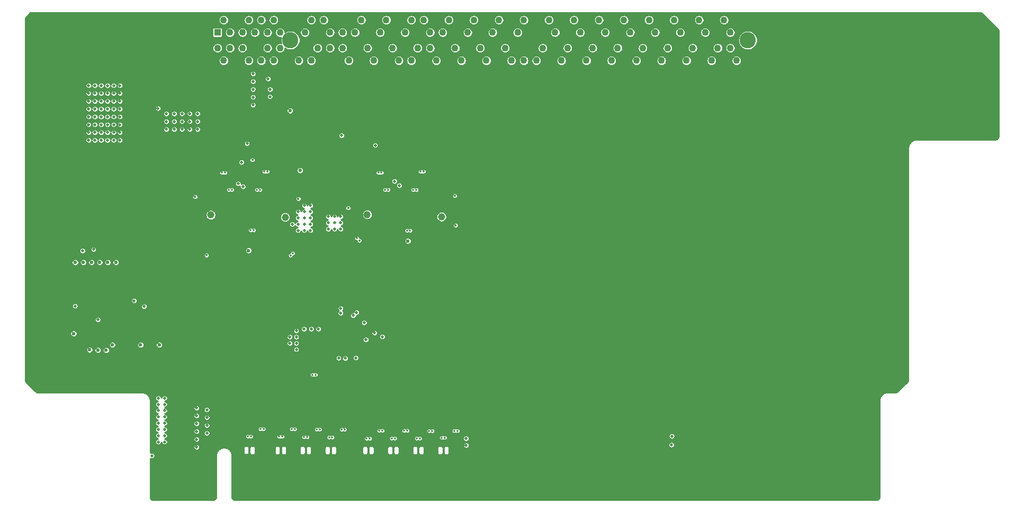
<source format=gbr>
%TF.GenerationSoftware,KiCad,Pcbnew,(5.1.5)-3*%
%TF.CreationDate,2022-01-08T01:18:32+01:00*%
%TF.ProjectId,Riser Leopard 2OU PCIe x16 2xOculink,52697365-7220-44c6-956f-706172642032,rev?*%
%TF.SameCoordinates,PX459e440PY54cbc38*%
%TF.FileFunction,Copper,L5,Inr*%
%TF.FilePolarity,Positive*%
%FSLAX46Y46*%
G04 Gerber Fmt 4.6, Leading zero omitted, Abs format (unit mm)*
G04 Created by KiCad (PCBNEW (5.1.5)-3) date 2022-01-08 01:18:32*
%MOMM*%
%LPD*%
G04 APERTURE LIST*
%TA.AperFunction,ViaPad*%
%ADD10C,0.800000*%
%TD*%
%TA.AperFunction,ViaPad*%
%ADD11C,6.400000*%
%TD*%
%TA.AperFunction,WasherPad*%
%ADD12C,2.600000*%
%TD*%
%TA.AperFunction,ViaPad*%
%ADD13R,1.100000X1.100000*%
%TD*%
%TA.AperFunction,ViaPad*%
%ADD14C,1.100000*%
%TD*%
%TA.AperFunction,ViaPad*%
%ADD15C,1.500000*%
%TD*%
%TA.AperFunction,WasherPad*%
%ADD16C,1.150000*%
%TD*%
%TA.AperFunction,ViaPad*%
%ADD17C,0.400000*%
%TD*%
%TA.AperFunction,ViaPad*%
%ADD18C,0.500000*%
%TD*%
%TA.AperFunction,ViaPad*%
%ADD19C,0.600000*%
%TD*%
%TA.AperFunction,ViaPad*%
%ADD20C,0.350000*%
%TD*%
%TA.AperFunction,Conductor*%
%ADD21C,0.254000*%
%TD*%
G04 APERTURE END LIST*
D10*
%TO.N,GND*%
%TO.C,H1*%
X1697056Y1697056D03*
X0Y2400000D03*
X-1697056Y1697056D03*
X-2400000Y0D03*
X-1697056Y-1697056D03*
X0Y-2400000D03*
X1697056Y-1697056D03*
X2400000Y0D03*
D11*
X0Y0D03*
%TD*%
%TO.N,GND*%
%TO.C,H2*%
X133900000Y0D03*
D10*
X136300000Y0D03*
X135597056Y-1697056D03*
X133900000Y-2400000D03*
X132202944Y-1697056D03*
X131500000Y0D03*
X132202944Y1697056D03*
X133900000Y2400000D03*
X135597056Y1697056D03*
%TD*%
D12*
%TO.N,*%
%TO.C,J2*%
X38740000Y24165000D03*
X111890000Y24165000D03*
D13*
%TO.N,/PCIE_SLOT_PRSNT#1*%
X27090000Y25415000D03*
D14*
%TO.N,+12V*%
X28090000Y27415000D03*
X29090000Y25415000D03*
%TO.N,GND*%
X30090000Y27415000D03*
%TO.N,Net-(J2-PadA5)*%
X31090000Y25415000D03*
%TO.N,Net-(J2-PadA6)*%
X32090000Y27415000D03*
%TO.N,Net-(J2-PadA7)*%
X33090000Y25415000D03*
%TO.N,Net-(J2-PadA8)*%
X34090000Y27415000D03*
%TO.N,+3V3*%
X35090000Y25415000D03*
X36090000Y27415000D03*
%TO.N,/RST_PERST0_N*%
X37090000Y25415000D03*
%TO.N,GND*%
X40090000Y27415000D03*
%TO.N,/CLK100_SLOT0+*%
X41090000Y25415000D03*
%TO.N,/CLK100_SLOT0-*%
X42090000Y27415000D03*
%TO.N,GND*%
X43090000Y25415000D03*
%TO.N,/CPU0_RX0+*%
X44090000Y27415000D03*
%TO.N,/CPU0_RX0-*%
X45090000Y25415000D03*
%TO.N,GND*%
X46090000Y27415000D03*
%TO.N,Net-(J2-PadA19)*%
X47090000Y25415000D03*
%TO.N,GND*%
X48090000Y27415000D03*
%TO.N,/CPU0_RX1+*%
X49090000Y25415000D03*
%TO.N,/CPU0_RX1-*%
X50090000Y27415000D03*
%TO.N,GND*%
X51090000Y25415000D03*
X52090000Y27415000D03*
%TO.N,/CPU0_RX2+*%
X53090000Y25415000D03*
%TO.N,/CPU0_RX2-*%
X54090000Y27415000D03*
%TO.N,GND*%
X55090000Y25415000D03*
X56090000Y27415000D03*
%TO.N,/CPU0_RX3+*%
X57090000Y25415000D03*
%TO.N,/CPU0_RX3-*%
X58090000Y27415000D03*
%TO.N,GND*%
X59090000Y25415000D03*
%TO.N,/LAN_SMB_CLK*%
X60090000Y27415000D03*
%TO.N,/LAN_SMB_DAT*%
X61090000Y25415000D03*
%TO.N,GND*%
X62090000Y27415000D03*
%TO.N,/CPU0_RX4+*%
X63090000Y25415000D03*
%TO.N,/CPU0_RX4-*%
X64090000Y27415000D03*
%TO.N,GND*%
X65090000Y25415000D03*
X66090000Y27415000D03*
%TO.N,/CPU0_RX5+*%
X67090000Y25415000D03*
%TO.N,/CPU0_RX5-*%
X68090000Y27415000D03*
%TO.N,GND*%
X69090000Y25415000D03*
X70090000Y27415000D03*
%TO.N,/CPU0_RX6+*%
X71090000Y25415000D03*
%TO.N,/CPU0_RX6-*%
X72090000Y27415000D03*
%TO.N,GND*%
X73090000Y25415000D03*
X74090000Y27415000D03*
%TO.N,/CPU0_RX7+*%
X75090000Y25415000D03*
%TO.N,/CPU0_RX7-*%
X76090000Y27415000D03*
%TO.N,GND*%
X77090000Y25415000D03*
X78090000Y27415000D03*
X79090000Y25415000D03*
%TO.N,/CPU0_RX8+*%
X80090000Y27415000D03*
%TO.N,/CPU0_RX8-*%
X81090000Y25415000D03*
%TO.N,GND*%
X82090000Y27415000D03*
X83090000Y25415000D03*
%TO.N,/CPU0_RX9+*%
X84090000Y27415000D03*
%TO.N,/CPU0_RX9-*%
X85090000Y25415000D03*
%TO.N,GND*%
X86090000Y27415000D03*
X87090000Y25415000D03*
%TO.N,/CPU0_RX10+*%
X88090000Y27415000D03*
%TO.N,/CPU0_RX10-*%
X89090000Y25415000D03*
%TO.N,GND*%
X90090000Y27415000D03*
X91090000Y25415000D03*
%TO.N,/CPU0_RX11+*%
X92090000Y27415000D03*
%TO.N,/CPU0_RX11-*%
X93090000Y25415000D03*
%TO.N,GND*%
X94090000Y27415000D03*
X95090000Y25415000D03*
%TO.N,/CPU0_RX12+*%
X96090000Y27415000D03*
%TO.N,/CPU0_RX12-*%
X97090000Y25415000D03*
%TO.N,GND*%
X98090000Y27415000D03*
X99090000Y25415000D03*
%TO.N,/CPU0_RX13+*%
X100090000Y27415000D03*
%TO.N,/CPU0_RX13-*%
X101090000Y25415000D03*
%TO.N,GND*%
X102090000Y27415000D03*
X103090000Y25415000D03*
%TO.N,/CPU0_RX14+*%
X104090000Y27415000D03*
%TO.N,/CPU0_RX14-*%
X105090000Y25415000D03*
%TO.N,GND*%
X106090000Y27415000D03*
X107090000Y25415000D03*
%TO.N,/CPU0_RX15+*%
X108090000Y27415000D03*
%TO.N,/CPU0_RX15-*%
X109090000Y25415000D03*
%TO.N,+12V*%
X27090000Y22915000D03*
X28090000Y20915000D03*
X29090000Y22915000D03*
%TO.N,GND*%
X30090000Y20915000D03*
%TO.N,/PCIe_SMB_CLK*%
X31090000Y22915000D03*
%TO.N,/PCIe_SMB_DATA*%
X32090000Y20915000D03*
%TO.N,GND*%
X33090000Y22915000D03*
%TO.N,+3V3*%
X34090000Y20915000D03*
%TO.N,Net-(J2-PadB9)*%
X35090000Y22915000D03*
%TO.N,+3.3Vaux*%
X36090000Y20915000D03*
%TO.N,/IRQ_LVC_WAKE_N*%
X37090000Y22915000D03*
%TO.N,/LAN_SMB_ALERT_N*%
X40090000Y20915000D03*
%TO.N,GND*%
X41090000Y22915000D03*
%TO.N,/CPU0_TX0+*%
X42090000Y20915000D03*
%TO.N,/CPU0_TX0-*%
X43090000Y22915000D03*
%TO.N,GND*%
X44090000Y20915000D03*
%TO.N,Net-(J2-PadB17)*%
X45090000Y22915000D03*
%TO.N,GND*%
X46090000Y20915000D03*
%TO.N,/CPU0_TX1+*%
X47090000Y22915000D03*
%TO.N,/CPU0_TX1-*%
X48090000Y20915000D03*
%TO.N,GND*%
X49090000Y22915000D03*
X50090000Y20915000D03*
%TO.N,/CPU0_TX2+*%
X51090000Y22915000D03*
%TO.N,/CPU0_TX2-*%
X52090000Y20915000D03*
%TO.N,GND*%
X53090000Y22915000D03*
X54090000Y20915000D03*
%TO.N,/CPU0_TX3+*%
X55090000Y22915000D03*
%TO.N,/CPU0_TX3-*%
X56090000Y20915000D03*
%TO.N,GND*%
X57090000Y22915000D03*
%TO.N,Net-(J2-PadB30)*%
X58090000Y20915000D03*
%TO.N,/PCIE_SLOT1_PRSNT_x1x4*%
X59090000Y22915000D03*
%TO.N,/CPU0_TX4+*%
X61090000Y22915000D03*
%TO.N,/CPU0_TX4-*%
X62090000Y20915000D03*
%TO.N,GND*%
X63090000Y22915000D03*
X64090000Y20915000D03*
%TO.N,/CPU0_TX5+*%
X65090000Y22915000D03*
%TO.N,/CPU0_TX5-*%
X66090000Y20915000D03*
%TO.N,GND*%
X67090000Y22915000D03*
X68090000Y20915000D03*
%TO.N,/CPU0_TX6+*%
X69090000Y22915000D03*
%TO.N,/CPU0_TX6-*%
X70090000Y20915000D03*
%TO.N,GND*%
X71090000Y22915000D03*
X72090000Y20915000D03*
%TO.N,/CPU0_TX7+*%
X73090000Y22915000D03*
%TO.N,/CPU0_TX7-*%
X74090000Y20915000D03*
%TO.N,GND*%
X75090000Y22915000D03*
%TO.N,/PCIE_SLOT1_PRSNT_x8*%
X76090000Y20915000D03*
%TO.N,GND*%
X77090000Y22915000D03*
%TO.N,/CPU0_TX8+*%
X78090000Y20915000D03*
%TO.N,/CPU0_TX8-*%
X79090000Y22915000D03*
%TO.N,GND*%
X80090000Y20915000D03*
X81090000Y22915000D03*
%TO.N,/CPU0_TX9+*%
X82090000Y20915000D03*
%TO.N,/CPU0_TX9-*%
X83090000Y22915000D03*
%TO.N,GND*%
X84090000Y20915000D03*
X85090000Y22915000D03*
%TO.N,/CPU0_TX10+*%
X86090000Y20915000D03*
%TO.N,/CPU0_TX10-*%
X87090000Y22915000D03*
%TO.N,GND*%
X88090000Y20915000D03*
X89090000Y22915000D03*
%TO.N,/CPU0_TX11+*%
X90090000Y20915000D03*
%TO.N,/CPU0_TX11-*%
X91090000Y22915000D03*
%TO.N,GND*%
X92090000Y20915000D03*
X93090000Y22915000D03*
%TO.N,/CPU0_TX12+*%
X94090000Y20915000D03*
%TO.N,/CPU0_TX12-*%
X95090000Y22915000D03*
%TO.N,GND*%
X96090000Y20915000D03*
X97090000Y22915000D03*
%TO.N,/CPU0_TX13+*%
X98090000Y20915000D03*
%TO.N,/CPU0_TX13-*%
X99090000Y22915000D03*
%TO.N,GND*%
X100090000Y20915000D03*
X101090000Y22915000D03*
%TO.N,/CPU0_TX14+*%
X102090000Y20915000D03*
%TO.N,/CPU0_TX14-*%
X103090000Y22915000D03*
%TO.N,GND*%
X104090000Y20915000D03*
X105090000Y22915000D03*
%TO.N,/CPU0_TX15+*%
X106090000Y20915000D03*
%TO.N,/CPU0_TX15-*%
X107090000Y22915000D03*
%TO.N,GND*%
X108090000Y20915000D03*
%TO.N,/PCIE_SLOT1_PRSNT_x16*%
X109090000Y22915000D03*
%TO.N,GND*%
X60090000Y20915000D03*
X110090000Y27415000D03*
%TO.N,Net-(J2-PadB82)*%
X110090000Y20915000D03*
%TD*%
D15*
%TO.N,GND*%
%TO.C,J3*%
X50070000Y-2470000D03*
X63230000Y-2470000D03*
D16*
%TO.N,*%
X51030000Y-3730000D03*
X62930000Y-4090000D03*
%TD*%
%TO.N,*%
%TO.C,J4*%
X37930000Y-4150000D03*
X26030000Y-3790000D03*
D15*
%TO.N,GND*%
X38230000Y-2530000D03*
X25070000Y-2530000D03*
%TD*%
D17*
%TO.N,+12V*%
X65175000Y-5460000D03*
X23525000Y-910000D03*
D18*
X17625000Y-33135000D03*
X18625000Y-33135000D03*
X17625000Y-34135000D03*
X18625000Y-34135000D03*
X17625000Y-35135000D03*
X18625000Y-35135000D03*
X17625000Y-36135000D03*
X18625000Y-36135000D03*
X17625000Y-37135000D03*
X18625000Y-37135000D03*
X17625000Y-38135000D03*
X18625000Y-38135000D03*
X17625000Y-39135000D03*
X18625000Y-39135000D03*
X17625000Y-40135000D03*
X18625000Y-40135000D03*
X6500000Y16915000D03*
X7500000Y16915000D03*
X8500000Y16915000D03*
X9500000Y16915000D03*
X10500000Y16915000D03*
X11500000Y16915000D03*
X6500000Y15665000D03*
X7500000Y15665000D03*
X8500000Y15665000D03*
X9500000Y15665000D03*
X10500000Y15665000D03*
X11500000Y15665000D03*
X6500000Y14415000D03*
X7500000Y14415000D03*
X8500000Y14415000D03*
X9500000Y14415000D03*
X10500000Y14415000D03*
X11500000Y14415000D03*
X6500000Y13165000D03*
X7500000Y13165000D03*
X8500000Y13165000D03*
X9500000Y13165000D03*
X10500000Y13165000D03*
X11500000Y13165000D03*
X6500000Y11915000D03*
X7500000Y11915000D03*
X8500000Y11915000D03*
X9500000Y11915000D03*
X10500000Y11915000D03*
X11500000Y11915000D03*
X6500000Y10665000D03*
X7500000Y10665000D03*
X8500000Y10665000D03*
X9500000Y10665000D03*
X10500000Y10665000D03*
X11500000Y10665000D03*
X6500000Y9415000D03*
X7500000Y9415000D03*
X8500000Y9415000D03*
X9500000Y9415000D03*
X10500000Y9415000D03*
X11500000Y9415000D03*
X6500000Y8165000D03*
X7500000Y8165000D03*
X8500000Y8165000D03*
X9500000Y8165000D03*
X10500000Y8165000D03*
X11500000Y8165000D03*
X39050000Y-5285000D03*
X40975000Y-2285000D03*
X41975000Y-2285000D03*
X39975000Y-3285000D03*
X40975000Y-3285000D03*
X41975000Y-3285000D03*
X39975000Y-4285000D03*
X40975000Y-4285000D03*
X41975000Y-4285000D03*
X39975000Y-5285000D03*
X40975000Y-5285000D03*
X41975000Y-5285000D03*
X39975000Y-6285000D03*
X40975000Y-6285000D03*
X41975000Y-6285000D03*
%TO.N,GND*%
X46050000Y-22160000D03*
D19*
X5950000Y-15985000D03*
X22350000Y-43085000D03*
X19850000Y-43085000D03*
X130200000Y-43085000D03*
X134100000Y-30385000D03*
X128200000Y-43085000D03*
X126200000Y-43085000D03*
X124200000Y-43085000D03*
X122200000Y-43085000D03*
X120200000Y-43085000D03*
X118200000Y-43085000D03*
X116200000Y-43085000D03*
X114200000Y-43085000D03*
X112200000Y-43085000D03*
X110200000Y-43085000D03*
X108200000Y-43085000D03*
X106200000Y-43085000D03*
X104200000Y-43085000D03*
X102200000Y-43085000D03*
X99700000Y-43085000D03*
X97200000Y-43085000D03*
X95200000Y-43085000D03*
X93200000Y-43085000D03*
X91200000Y-43085000D03*
X89200000Y-43085000D03*
X87200000Y-43085000D03*
X85200000Y-43085000D03*
X83200000Y-43085000D03*
X81200000Y-43085000D03*
X79200000Y-43085000D03*
X77200000Y-43085000D03*
X75200000Y-43085000D03*
X73200000Y-43085000D03*
X71200000Y-43085000D03*
X69200000Y-43085000D03*
X66700000Y-43085000D03*
X64200000Y-43085000D03*
X62200000Y-43085000D03*
X60200000Y-43085000D03*
X58200000Y-43085000D03*
X56200000Y-43085000D03*
X54200000Y-43085000D03*
X52200000Y-43085000D03*
X35700000Y-43085000D03*
X33200000Y-43085000D03*
X30450000Y-43085000D03*
X49200000Y-43085000D03*
X46200000Y-43085000D03*
X44200000Y-43085000D03*
X42200000Y-43085000D03*
X40200000Y-43085000D03*
X38200000Y-43085000D03*
X15625000Y-13135000D03*
X50825000Y-25835000D03*
X15625000Y-15985000D03*
D17*
X59390000Y-335000D03*
X57890000Y-335000D03*
X56390000Y-335000D03*
X54890000Y-335000D03*
X53390000Y-335000D03*
X53910000Y-5185000D03*
X55410000Y-5185000D03*
X56910000Y-5185000D03*
X58410000Y-5185000D03*
X59910000Y-5185000D03*
X29890000Y-335000D03*
X28390000Y-335000D03*
X31390000Y-335000D03*
X34390000Y-335000D03*
X32890000Y-335000D03*
X28910000Y-5185000D03*
X30410000Y-5185000D03*
X31910000Y-5185000D03*
X34910000Y-5185000D03*
X33410000Y-5185000D03*
X52550000Y-20835000D03*
X51025000Y-17810000D03*
X52800000Y-25060000D03*
X40725000Y-24335000D03*
X45325000Y-26310000D03*
X49450000Y-25785000D03*
X45325000Y-19935000D03*
X49600000Y-20535000D03*
X46825000Y-16810000D03*
X26250000Y-8535000D03*
X25125000Y1640000D03*
X37675000Y1665000D03*
X62750000Y1715000D03*
X51275000Y-8585000D03*
X64775000Y-7785000D03*
X37700000Y14740000D03*
X27375000Y17215000D03*
X28375000Y17215000D03*
X29375000Y17215000D03*
X27375000Y16215000D03*
X28375000Y16215000D03*
X29375000Y16215000D03*
X22500000Y16240000D03*
X23500000Y17240000D03*
X23500000Y16240000D03*
X24500000Y16240000D03*
X24500000Y17240000D03*
X22500000Y17240000D03*
X18600000Y17265000D03*
X18600000Y16265000D03*
X21350000Y17265000D03*
X21350000Y16265000D03*
D19*
X14350000Y-19985000D03*
X15625000Y-14535000D03*
D17*
X49775000Y715000D03*
D18*
X17350000Y28090000D03*
X18600000Y28090000D03*
X19850000Y28090000D03*
X21100000Y28090000D03*
X22350000Y28090000D03*
X47050000Y-22160000D03*
X48050000Y-22160000D03*
X46050000Y-23160000D03*
X47050000Y-23160000D03*
X48050000Y-23160000D03*
X46050000Y-24160000D03*
X47050000Y-24160000D03*
X48050000Y-24160000D03*
D17*
X40975000Y-17335000D03*
X43275000Y-19685000D03*
X42125000Y-19235000D03*
X40925000Y-19260000D03*
D18*
X44825000Y-29660000D03*
X45825000Y-29660000D03*
X46825000Y-29660000D03*
X47825000Y-29660000D03*
X48825000Y-29660000D03*
X49825000Y-29660000D03*
D17*
X37200000Y-10760000D03*
D20*
X31300000Y-39260000D03*
X33175000Y-39260000D03*
X33275000Y-38060000D03*
X35150000Y-38060000D03*
X36275000Y-39285000D03*
X38150000Y-39285000D03*
X40125000Y-38085000D03*
X38250000Y-38085000D03*
X40275000Y-39360000D03*
X42150000Y-39360000D03*
X44125000Y-38160000D03*
X42250000Y-38160000D03*
X44275000Y-39410000D03*
X46150000Y-39410000D03*
X46275000Y-38160000D03*
X48150000Y-38160000D03*
X52275000Y-38335000D03*
X60275000Y-38385000D03*
X52125000Y-39585000D03*
X58275000Y-39560000D03*
X60150000Y-39560000D03*
X54275000Y-39560000D03*
X58150000Y-38335000D03*
X54150000Y-38335000D03*
X56150000Y-39560000D03*
X50250000Y-39585000D03*
X56275000Y-38335000D03*
X62150000Y-38385000D03*
X64150000Y-39460000D03*
X62275000Y-39460000D03*
X66150000Y-38360000D03*
X64275000Y-38360000D03*
X43525000Y-29385000D03*
X41650000Y-29385000D03*
X27150000Y2965000D03*
X29025000Y2965000D03*
X35775000Y3140000D03*
X33900000Y3140000D03*
X52150000Y2965000D03*
X54025000Y2965000D03*
X58875000Y3140000D03*
X60750000Y3140000D03*
X57000000Y-6860000D03*
X58300000Y-6860000D03*
X33300000Y-6785000D03*
X32000000Y-6785000D03*
X38300000Y-10735000D03*
X39625000Y-9485000D03*
X50250000Y-8385000D03*
X49000000Y-7060000D03*
D18*
%TO.N,+3V3*%
X25400000Y-34985000D03*
X50550000Y-21035000D03*
X50825000Y-23760000D03*
X40950000Y-22060000D03*
X42100000Y-22060000D03*
X43250000Y-22060000D03*
D17*
X65050000Y-735000D03*
X40025000Y-1210000D03*
X32675000Y5015000D03*
D18*
X32775000Y13815000D03*
X32775000Y15065000D03*
X32775000Y16315000D03*
X32775000Y17565000D03*
X32775000Y18815000D03*
X18925000Y12415000D03*
X20175000Y12415000D03*
X21425000Y12415000D03*
X22675000Y12415000D03*
X23925000Y12415000D03*
X18925000Y11165000D03*
X20175000Y11165000D03*
X21425000Y11165000D03*
X22675000Y11165000D03*
X23925000Y11165000D03*
X18925000Y9915000D03*
X20175000Y9915000D03*
X21425000Y9915000D03*
X22675000Y9915000D03*
X23925000Y9915000D03*
X23775000Y-34710000D03*
X23775000Y-35960000D03*
X23775000Y-37210000D03*
X23775000Y-38460000D03*
X23775000Y-39710000D03*
X23775000Y-40960000D03*
X25400000Y-36235000D03*
X25400000Y-37485000D03*
X25400000Y-38735000D03*
X39700000Y-22335000D03*
X39700000Y-23335000D03*
X39700000Y-24335000D03*
X39700000Y-25335000D03*
X38675000Y-23335000D03*
X38675000Y-24335000D03*
D17*
X25350000Y-10235000D03*
D18*
X44800000Y-5060000D03*
X45800000Y-5060000D03*
X46800000Y-5060000D03*
X44800000Y-6060000D03*
X45800000Y-6060000D03*
X46800000Y-6060000D03*
X46800000Y-4060000D03*
X45800000Y-4060000D03*
X44800000Y-4060000D03*
D17*
X48000000Y-2685000D03*
D18*
%TO.N,+3.3Vaux*%
X35200000Y17990000D03*
D19*
X14800000Y-24585000D03*
X10300000Y-24585000D03*
X9550000Y-11385000D03*
X10850000Y-11385000D03*
X8250000Y-11385000D03*
X6950000Y-11385000D03*
X5650000Y-11385000D03*
X4350000Y-11385000D03*
X6650000Y-25385000D03*
X7975000Y-25435000D03*
D18*
X35500000Y16315000D03*
X35475000Y15140000D03*
D19*
X9300000Y-25435000D03*
X4100000Y-22785000D03*
X17800000Y-24585000D03*
D18*
%TO.N,/SLOT0_CONFIG*%
X66875000Y-40685000D03*
%TO.N,/SLOT1_CONFIG*%
X99700000Y-40610000D03*
%TO.N,/LAN_SMB_CLK*%
X17600000Y13265000D03*
%TO.N,/LAN_SMB_DAT*%
X31825000Y7640000D03*
D19*
%TO.N,/LAN_SMB_ALERT_N*%
X38700000Y12890000D03*
D18*
%TO.N,/PCIE_SLOT1_PRSNT_x8*%
X99750000Y-39210000D03*
%TO.N,/PCIE_SLOT1_PRSNT_x1x4*%
X66850000Y-39585000D03*
%TO.N,/PCIE_SLOT_PRSNT#1*%
X16600000Y-42335000D03*
%TO.N,/RST_PERST0_N*%
X30950000Y4640000D03*
X46950000Y8915000D03*
D20*
%TO.N,/CLK100_SLOT1+*%
X42273800Y-29385000D03*
%TO.N,/CLK100_SLOT1-*%
X42776200Y-29385000D03*
D18*
%TO.N,/PCIe_SMB_CLK*%
X7975000Y-20560000D03*
%TO.N,/PCIe_SMB_DATA*%
X4325000Y-18385000D03*
D20*
%TO.N,/Oculink_0_C_x4_TX0+*%
X27823800Y2965000D03*
X31948800Y-39260000D03*
%TO.N,/Oculink_0_C_x4_TX1+*%
X28898800Y240000D03*
X36948800Y-39285000D03*
%TO.N,/Oculink_0_C_x4_TX2+*%
X33398800Y240000D03*
X40948800Y-39360000D03*
%TO.N,/Oculink_0_C_x4_TX3+*%
X34563800Y3140000D03*
X44948800Y-39410000D03*
%TO.N,/Oculink_0_C_x4_TX0-*%
X28326200Y2965000D03*
X32451200Y-39260000D03*
%TO.N,/Oculink_0_C_x4_TX1-*%
X29401200Y240000D03*
X37451200Y-39285000D03*
%TO.N,/Oculink_0_C_x4_TX2-*%
X33901200Y240000D03*
X41451200Y-39360000D03*
%TO.N,/Oculink_0_C_x4_TX3-*%
X35066200Y3140000D03*
X45451200Y-39410000D03*
D18*
%TO.N,+3.3VP*%
X48800000Y-19885000D03*
X46800000Y-18735000D03*
X46800000Y-19510000D03*
X49350000Y-19410000D03*
X46475000Y-26710000D03*
X47525000Y-26735000D03*
X49200000Y-26685000D03*
X52225000Y-22685000D03*
X53450000Y-23285000D03*
D20*
%TO.N,/Oculink_1_C_x4_TX0+*%
X50948800Y-39585000D03*
X52823800Y2965000D03*
%TO.N,/Oculink_1_C_x4_TX1+*%
X53898800Y240000D03*
X54948800Y-39560000D03*
%TO.N,/Oculink_1_C_x4_TX2+*%
X58948800Y-39560000D03*
X58398800Y240000D03*
%TO.N,/Oculink_1_C_x4_TX3+*%
X59563800Y3140000D03*
X62948800Y-39460000D03*
%TO.N,/Oculink_1_C_x4_TX0-*%
X51451200Y-39585000D03*
X53326200Y2965000D03*
%TO.N,/Oculink_1_C_x4_TX1-*%
X54401200Y240000D03*
X55451200Y-39560000D03*
%TO.N,/Oculink_1_C_x4_TX2-*%
X59451200Y-39560000D03*
X58901200Y240000D03*
%TO.N,/Oculink_1_C_x4_TX3-*%
X60066200Y3140000D03*
X63451200Y-39460000D03*
%TO.N,/Oculink_0_x4_RX0+*%
X33948800Y-38060000D03*
%TO.N,/Oculink_0_x4_RX0-*%
X34451200Y-38060000D03*
%TO.N,/Oculink_0_x4_RX1+*%
X38948800Y-38085000D03*
%TO.N,/Oculink_0_x4_RX1-*%
X39451200Y-38085000D03*
%TO.N,/Oculink_0_x4_RX2+*%
X42948800Y-38135000D03*
%TO.N,/Oculink_0_x4_RX2-*%
X43451200Y-38135000D03*
%TO.N,/Oculink_0_x4_RX3+*%
X46948800Y-38160000D03*
%TO.N,/Oculink_0_x4_RX3-*%
X47451200Y-38160000D03*
%TO.N,/Oculink_1_x4_RX0+*%
X52948800Y-38335000D03*
%TO.N,/Oculink_1_x4_RX0-*%
X53451200Y-38335000D03*
%TO.N,/Oculink_1_x4_RX1+*%
X56948800Y-38335000D03*
%TO.N,/Oculink_1_x4_RX1-*%
X57451200Y-38335000D03*
%TO.N,/Oculink_1_x4_RX2+*%
X60948800Y-38385000D03*
%TO.N,/Oculink_1_x4_RX2-*%
X61451200Y-38385000D03*
%TO.N,/Oculink_1_x4_RX3+*%
X64948800Y-38360000D03*
%TO.N,/Oculink_1_x4_RX3-*%
X65451200Y-38360000D03*
D19*
%TO.N,Net-(J3-PadA10)*%
X57550000Y-7960000D03*
D18*
X52325000Y7365000D03*
D20*
%TO.N,/Oculink_1_CLK100+*%
X57398800Y-6285000D03*
X49777626Y-7887626D03*
%TO.N,/Oculink_1_CLK100-*%
X57901200Y-6285000D03*
X49422374Y-7532374D03*
D18*
%TO.N,/Oculink_1_SMB_CLK*%
X55400000Y1590000D03*
X7275000Y-9310000D03*
%TO.N,/Oculink_1_SMB_DATA*%
X56150000Y915000D03*
X5525000Y-9535000D03*
%TO.N,/Oculink_0_SMB_DATA*%
X13775000Y-17535000D03*
X31175000Y740000D03*
%TO.N,/Oculink_0_SMB_CLK*%
X30400000Y1215000D03*
X15375000Y-18435000D03*
D20*
%TO.N,/Oculink_0_CLK100-*%
X32901200Y-6235000D03*
X38772374Y-10287626D03*
%TO.N,/Oculink_0_CLK100+*%
X32398800Y-6235000D03*
X39127626Y-9932374D03*
D19*
%TO.N,Net-(J4-PadA10)*%
X32075000Y-9485000D03*
X40300000Y3340000D03*
%TD*%
D21*
%TO.N,GND*%
G36*
X149110930Y28547032D02*
G01*
X149231308Y28510688D01*
X149342341Y28451651D01*
X149452839Y28361531D01*
X151844553Y25969816D01*
X151935404Y25859212D01*
X151994827Y25748389D01*
X152031590Y25628142D01*
X152046000Y25486283D01*
X152046001Y8932328D01*
X152032032Y8789855D01*
X151995687Y8669475D01*
X151936650Y8558444D01*
X151857180Y8461004D01*
X151760290Y8380850D01*
X151649679Y8321042D01*
X151529555Y8283858D01*
X151388196Y8269000D01*
X138882618Y8269000D01*
X138867142Y8267476D01*
X138860934Y8267519D01*
X138856015Y8267037D01*
X138661918Y8246636D01*
X138630462Y8240179D01*
X138598974Y8234172D01*
X138594242Y8232744D01*
X138407804Y8175032D01*
X138378181Y8162580D01*
X138348478Y8150579D01*
X138344113Y8148259D01*
X138172437Y8055434D01*
X138145826Y8037485D01*
X138118989Y8019923D01*
X138115158Y8016799D01*
X137964780Y7892395D01*
X137942147Y7869604D01*
X137919250Y7847181D01*
X137916104Y7843378D01*
X137916098Y7843372D01*
X137916094Y7843365D01*
X137792749Y7692130D01*
X137774994Y7665406D01*
X137756867Y7638933D01*
X137754516Y7634585D01*
X137662890Y7462263D01*
X137650647Y7432557D01*
X137638025Y7403109D01*
X137636563Y7398387D01*
X137580154Y7211551D01*
X137573918Y7180055D01*
X137567252Y7148694D01*
X137566734Y7143778D01*
X137547690Y6949545D01*
X137547690Y6949540D01*
X137546000Y6932381D01*
X137546001Y-30118458D01*
X137532032Y-30260931D01*
X137495687Y-30381311D01*
X137436650Y-30492342D01*
X137346540Y-30602828D01*
X135954826Y-31994544D01*
X135844211Y-32085405D01*
X135733389Y-32144827D01*
X135613140Y-32181590D01*
X135471281Y-32196000D01*
X134282618Y-32196000D01*
X134267142Y-32197524D01*
X134260934Y-32197481D01*
X134256015Y-32197963D01*
X134061918Y-32218364D01*
X134030462Y-32224821D01*
X133998974Y-32230828D01*
X133994242Y-32232256D01*
X133807804Y-32289968D01*
X133778181Y-32302420D01*
X133748478Y-32314421D01*
X133744113Y-32316741D01*
X133572437Y-32409566D01*
X133545826Y-32427515D01*
X133518989Y-32445077D01*
X133515158Y-32448201D01*
X133364780Y-32572605D01*
X133342147Y-32595396D01*
X133319250Y-32617819D01*
X133316104Y-32621622D01*
X133316098Y-32621628D01*
X133316094Y-32621635D01*
X133192749Y-32772870D01*
X133174994Y-32799594D01*
X133156867Y-32826067D01*
X133154516Y-32830415D01*
X133062890Y-33002737D01*
X133050647Y-33032443D01*
X133038025Y-33061891D01*
X133036563Y-33066613D01*
X132980154Y-33253449D01*
X132973918Y-33284945D01*
X132967252Y-33316306D01*
X132966734Y-33321222D01*
X132947690Y-33515455D01*
X132947690Y-33515460D01*
X132946000Y-33532619D01*
X132946001Y-48472609D01*
X132946000Y-48472619D01*
X132946001Y-49143368D01*
X132653370Y-49436000D01*
X29746631Y-49436000D01*
X29454000Y-49143370D01*
X29454000Y-42322618D01*
X29452217Y-42304515D01*
X29452217Y-42292192D01*
X29451701Y-42287276D01*
X29431034Y-42103024D01*
X29424361Y-42071631D01*
X29418131Y-42040169D01*
X29416670Y-42035447D01*
X29360609Y-41858717D01*
X29347952Y-41829187D01*
X29335742Y-41799563D01*
X29333392Y-41795214D01*
X29244070Y-41632740D01*
X29225948Y-41606273D01*
X29208187Y-41579542D01*
X29205037Y-41575733D01*
X29085859Y-41433703D01*
X29062906Y-41411226D01*
X29040328Y-41388490D01*
X29036497Y-41385365D01*
X28892003Y-41269188D01*
X28865141Y-41251610D01*
X28838557Y-41233679D01*
X28834192Y-41231358D01*
X28669883Y-41145459D01*
X28640110Y-41133430D01*
X28610556Y-41121007D01*
X28605828Y-41119579D01*
X28605822Y-41119577D01*
X28427960Y-41067230D01*
X28396421Y-41061214D01*
X28365015Y-41054767D01*
X28360096Y-41054284D01*
X28175452Y-41037480D01*
X28143368Y-41037704D01*
X28111284Y-41037480D01*
X28106364Y-41037962D01*
X27921972Y-41057343D01*
X27890503Y-41063803D01*
X27859029Y-41069807D01*
X27854297Y-41071235D01*
X27677180Y-41126061D01*
X27647569Y-41138509D01*
X27617854Y-41150514D01*
X27613489Y-41152834D01*
X27450396Y-41241018D01*
X27423745Y-41258994D01*
X27396949Y-41276529D01*
X27393118Y-41279653D01*
X27250259Y-41397837D01*
X27227643Y-41420612D01*
X27204729Y-41443051D01*
X27201578Y-41446859D01*
X27084395Y-41590539D01*
X27066633Y-41617274D01*
X27048514Y-41643736D01*
X27046162Y-41648084D01*
X26959118Y-41811789D01*
X26946878Y-41841486D01*
X26934252Y-41870945D01*
X26932792Y-41875659D01*
X26932790Y-41875665D01*
X26932790Y-41875667D01*
X26879202Y-42053161D01*
X26872972Y-42084628D01*
X26866300Y-42116016D01*
X26865783Y-42120932D01*
X26847690Y-42305455D01*
X26847690Y-42305460D01*
X26846000Y-42322619D01*
X26846001Y-48472609D01*
X26846000Y-48472619D01*
X26846001Y-49143368D01*
X26553370Y-49436000D01*
X16646631Y-49436000D01*
X16354000Y-49143370D01*
X16354000Y-42776784D01*
X16361266Y-42781639D01*
X16452989Y-42819632D01*
X16550360Y-42839000D01*
X16649640Y-42839000D01*
X16747011Y-42819632D01*
X16838734Y-42781639D01*
X16921282Y-42726483D01*
X16991483Y-42656282D01*
X17046639Y-42573734D01*
X17084632Y-42482011D01*
X17104000Y-42384640D01*
X17104000Y-42285360D01*
X17084632Y-42187989D01*
X17046639Y-42096266D01*
X16991483Y-42013718D01*
X16921282Y-41943517D01*
X16838734Y-41888361D01*
X16747011Y-41850368D01*
X16649640Y-41831000D01*
X16550360Y-41831000D01*
X16452989Y-41850368D01*
X16361266Y-41888361D01*
X16354000Y-41893216D01*
X16354000Y-40910360D01*
X23271000Y-40910360D01*
X23271000Y-41009640D01*
X23290368Y-41107011D01*
X23328361Y-41198734D01*
X23383517Y-41281282D01*
X23453718Y-41351483D01*
X23536266Y-41406639D01*
X23627989Y-41444632D01*
X23725360Y-41464000D01*
X23824640Y-41464000D01*
X23922011Y-41444632D01*
X24013734Y-41406639D01*
X24096282Y-41351483D01*
X24166483Y-41281282D01*
X24221639Y-41198734D01*
X24259632Y-41107011D01*
X24273557Y-41037000D01*
X31273000Y-41037000D01*
X31273000Y-41908000D01*
X31275440Y-41932776D01*
X31282667Y-41956601D01*
X31294403Y-41978557D01*
X31310197Y-41997803D01*
X31437197Y-42124803D01*
X31456443Y-42140597D01*
X31478399Y-42152333D01*
X31502224Y-42159560D01*
X31527000Y-42162000D01*
X31873000Y-42162000D01*
X31897776Y-42159560D01*
X31921601Y-42152333D01*
X31943557Y-42140597D01*
X31962803Y-42124803D01*
X32089803Y-41997803D01*
X32105597Y-41978557D01*
X32117333Y-41956601D01*
X32124560Y-41932776D01*
X32127000Y-41908000D01*
X32127000Y-41037000D01*
X32223000Y-41037000D01*
X32223000Y-41933000D01*
X32225440Y-41957776D01*
X32232667Y-41981601D01*
X32244403Y-42003557D01*
X32260197Y-42022803D01*
X32387197Y-42149803D01*
X32406443Y-42165597D01*
X32428399Y-42177333D01*
X32452224Y-42184560D01*
X32477000Y-42187000D01*
X32898000Y-42187000D01*
X32922776Y-42184560D01*
X32946601Y-42177333D01*
X32968557Y-42165597D01*
X32987803Y-42149803D01*
X33114803Y-42022803D01*
X33130597Y-42003557D01*
X33142333Y-41981601D01*
X33149560Y-41957776D01*
X33152000Y-41933000D01*
X33152000Y-41037000D01*
X36248000Y-41037000D01*
X36248000Y-41933000D01*
X36250440Y-41957776D01*
X36257667Y-41981601D01*
X36269403Y-42003557D01*
X36285197Y-42022803D01*
X36412197Y-42149803D01*
X36431443Y-42165597D01*
X36453399Y-42177333D01*
X36477224Y-42184560D01*
X36502000Y-42187000D01*
X36898000Y-42187000D01*
X36922776Y-42184560D01*
X36946601Y-42177333D01*
X36968557Y-42165597D01*
X36987803Y-42149803D01*
X37114803Y-42022803D01*
X37130597Y-42003557D01*
X37142333Y-41981601D01*
X37149560Y-41957776D01*
X37152000Y-41933000D01*
X37152000Y-41037000D01*
X37248000Y-41037000D01*
X37248000Y-41933000D01*
X37250440Y-41957776D01*
X37257667Y-41981601D01*
X37269403Y-42003557D01*
X37285197Y-42022803D01*
X37412197Y-42149803D01*
X37431443Y-42165597D01*
X37453399Y-42177333D01*
X37477224Y-42184560D01*
X37502000Y-42187000D01*
X37898000Y-42187000D01*
X37922776Y-42184560D01*
X37946601Y-42177333D01*
X37968557Y-42165597D01*
X37987803Y-42149803D01*
X38114803Y-42022803D01*
X38130597Y-42003557D01*
X38142333Y-41981601D01*
X38149560Y-41957776D01*
X38152000Y-41933000D01*
X38152000Y-41037000D01*
X40248000Y-41037000D01*
X40248000Y-41933000D01*
X40250440Y-41957776D01*
X40257667Y-41981601D01*
X40269403Y-42003557D01*
X40285197Y-42022803D01*
X40412197Y-42149803D01*
X40431443Y-42165597D01*
X40453399Y-42177333D01*
X40477224Y-42184560D01*
X40502000Y-42187000D01*
X40898000Y-42187000D01*
X40922776Y-42184560D01*
X40946601Y-42177333D01*
X40968557Y-42165597D01*
X40987803Y-42149803D01*
X41114803Y-42022803D01*
X41130597Y-42003557D01*
X41142333Y-41981601D01*
X41149560Y-41957776D01*
X41152000Y-41933000D01*
X41152000Y-41037000D01*
X41248000Y-41037000D01*
X41248000Y-41933000D01*
X41250440Y-41957776D01*
X41257667Y-41981601D01*
X41269403Y-42003557D01*
X41285197Y-42022803D01*
X41412197Y-42149803D01*
X41431443Y-42165597D01*
X41453399Y-42177333D01*
X41477224Y-42184560D01*
X41502000Y-42187000D01*
X41898000Y-42187000D01*
X41922776Y-42184560D01*
X41946601Y-42177333D01*
X41968557Y-42165597D01*
X41987803Y-42149803D01*
X42114803Y-42022803D01*
X42130597Y-42003557D01*
X42142333Y-41981601D01*
X42149560Y-41957776D01*
X42152000Y-41933000D01*
X42152000Y-41037000D01*
X44248000Y-41037000D01*
X44248000Y-41933000D01*
X44250440Y-41957776D01*
X44257667Y-41981601D01*
X44269403Y-42003557D01*
X44285197Y-42022803D01*
X44412197Y-42149803D01*
X44431443Y-42165597D01*
X44453399Y-42177333D01*
X44477224Y-42184560D01*
X44502000Y-42187000D01*
X44898000Y-42187000D01*
X44922776Y-42184560D01*
X44946601Y-42177333D01*
X44968557Y-42165597D01*
X44987803Y-42149803D01*
X45114803Y-42022803D01*
X45130597Y-42003557D01*
X45142333Y-41981601D01*
X45149560Y-41957776D01*
X45152000Y-41933000D01*
X45152000Y-41037000D01*
X45248000Y-41037000D01*
X45248000Y-41933000D01*
X45250440Y-41957776D01*
X45257667Y-41981601D01*
X45269403Y-42003557D01*
X45285197Y-42022803D01*
X45412197Y-42149803D01*
X45431443Y-42165597D01*
X45453399Y-42177333D01*
X45477224Y-42184560D01*
X45502000Y-42187000D01*
X45898000Y-42187000D01*
X45922776Y-42184560D01*
X45946601Y-42177333D01*
X45968557Y-42165597D01*
X45987803Y-42149803D01*
X46114803Y-42022803D01*
X46130597Y-42003557D01*
X46142333Y-41981601D01*
X46149560Y-41957776D01*
X46152000Y-41933000D01*
X46152000Y-41037000D01*
X50248000Y-41037000D01*
X50248000Y-41933000D01*
X50250440Y-41957776D01*
X50257667Y-41981601D01*
X50269403Y-42003557D01*
X50285197Y-42022803D01*
X50412197Y-42149803D01*
X50431443Y-42165597D01*
X50453399Y-42177333D01*
X50477224Y-42184560D01*
X50502000Y-42187000D01*
X50898000Y-42187000D01*
X50922776Y-42184560D01*
X50946601Y-42177333D01*
X50968557Y-42165597D01*
X50987803Y-42149803D01*
X51114803Y-42022803D01*
X51130597Y-42003557D01*
X51142333Y-41981601D01*
X51149560Y-41957776D01*
X51152000Y-41933000D01*
X51152000Y-41037000D01*
X51248000Y-41037000D01*
X51248000Y-41933000D01*
X51250440Y-41957776D01*
X51257667Y-41981601D01*
X51269403Y-42003557D01*
X51285197Y-42022803D01*
X51412197Y-42149803D01*
X51431443Y-42165597D01*
X51453399Y-42177333D01*
X51477224Y-42184560D01*
X51502000Y-42187000D01*
X51898000Y-42187000D01*
X51922776Y-42184560D01*
X51946601Y-42177333D01*
X51968557Y-42165597D01*
X51987803Y-42149803D01*
X52114803Y-42022803D01*
X52130597Y-42003557D01*
X52142333Y-41981601D01*
X52149560Y-41957776D01*
X52152000Y-41933000D01*
X52152000Y-41037000D01*
X54248000Y-41037000D01*
X54248000Y-41933000D01*
X54250440Y-41957776D01*
X54257667Y-41981601D01*
X54269403Y-42003557D01*
X54285197Y-42022803D01*
X54412197Y-42149803D01*
X54431443Y-42165597D01*
X54453399Y-42177333D01*
X54477224Y-42184560D01*
X54502000Y-42187000D01*
X54898000Y-42187000D01*
X54922776Y-42184560D01*
X54946601Y-42177333D01*
X54968557Y-42165597D01*
X54987803Y-42149803D01*
X55114803Y-42022803D01*
X55130597Y-42003557D01*
X55142333Y-41981601D01*
X55149560Y-41957776D01*
X55152000Y-41933000D01*
X55152000Y-41037000D01*
X55248000Y-41037000D01*
X55248000Y-41933000D01*
X55250440Y-41957776D01*
X55257667Y-41981601D01*
X55269403Y-42003557D01*
X55285197Y-42022803D01*
X55412197Y-42149803D01*
X55431443Y-42165597D01*
X55453399Y-42177333D01*
X55477224Y-42184560D01*
X55502000Y-42187000D01*
X55898000Y-42187000D01*
X55922776Y-42184560D01*
X55946601Y-42177333D01*
X55968557Y-42165597D01*
X55987803Y-42149803D01*
X56114803Y-42022803D01*
X56130597Y-42003557D01*
X56142333Y-41981601D01*
X56149560Y-41957776D01*
X56152000Y-41933000D01*
X56152000Y-41037000D01*
X58248000Y-41037000D01*
X58248000Y-41933000D01*
X58250440Y-41957776D01*
X58257667Y-41981601D01*
X58269403Y-42003557D01*
X58285197Y-42022803D01*
X58412197Y-42149803D01*
X58431443Y-42165597D01*
X58453399Y-42177333D01*
X58477224Y-42184560D01*
X58502000Y-42187000D01*
X58898000Y-42187000D01*
X58922776Y-42184560D01*
X58946601Y-42177333D01*
X58968557Y-42165597D01*
X58987803Y-42149803D01*
X59114803Y-42022803D01*
X59130597Y-42003557D01*
X59142333Y-41981601D01*
X59149560Y-41957776D01*
X59152000Y-41933000D01*
X59152000Y-41037000D01*
X59248000Y-41037000D01*
X59248000Y-41933000D01*
X59250440Y-41957776D01*
X59257667Y-41981601D01*
X59269403Y-42003557D01*
X59285197Y-42022803D01*
X59412197Y-42149803D01*
X59431443Y-42165597D01*
X59453399Y-42177333D01*
X59477224Y-42184560D01*
X59502000Y-42187000D01*
X59898000Y-42187000D01*
X59922776Y-42184560D01*
X59946601Y-42177333D01*
X59968557Y-42165597D01*
X59987803Y-42149803D01*
X60114803Y-42022803D01*
X60130597Y-42003557D01*
X60142333Y-41981601D01*
X60149560Y-41957776D01*
X60152000Y-41933000D01*
X60152000Y-41037000D01*
X62248000Y-41037000D01*
X62248000Y-41933000D01*
X62250440Y-41957776D01*
X62257667Y-41981601D01*
X62269403Y-42003557D01*
X62285197Y-42022803D01*
X62412197Y-42149803D01*
X62431443Y-42165597D01*
X62453399Y-42177333D01*
X62477224Y-42184560D01*
X62502000Y-42187000D01*
X62898000Y-42187000D01*
X62922776Y-42184560D01*
X62946601Y-42177333D01*
X62968557Y-42165597D01*
X62987803Y-42149803D01*
X63114803Y-42022803D01*
X63130597Y-42003557D01*
X63142333Y-41981601D01*
X63149560Y-41957776D01*
X63152000Y-41933000D01*
X63152000Y-41037000D01*
X63248000Y-41037000D01*
X63248000Y-41933000D01*
X63250440Y-41957776D01*
X63257667Y-41981601D01*
X63269403Y-42003557D01*
X63285197Y-42022803D01*
X63412197Y-42149803D01*
X63431443Y-42165597D01*
X63453399Y-42177333D01*
X63477224Y-42184560D01*
X63502000Y-42187000D01*
X63898000Y-42187000D01*
X63922776Y-42184560D01*
X63946601Y-42177333D01*
X63968557Y-42165597D01*
X63987803Y-42149803D01*
X64114803Y-42022803D01*
X64130597Y-42003557D01*
X64142333Y-41981601D01*
X64149560Y-41957776D01*
X64152000Y-41933000D01*
X64152000Y-41037000D01*
X64149560Y-41012224D01*
X64142333Y-40988399D01*
X64130597Y-40966443D01*
X64114803Y-40947197D01*
X63987803Y-40820197D01*
X63968557Y-40804403D01*
X63946601Y-40792667D01*
X63922776Y-40785440D01*
X63898000Y-40783000D01*
X63502000Y-40783000D01*
X63477224Y-40785440D01*
X63453399Y-40792667D01*
X63431443Y-40804403D01*
X63412197Y-40820197D01*
X63285197Y-40947197D01*
X63269403Y-40966443D01*
X63257667Y-40988399D01*
X63250440Y-41012224D01*
X63248000Y-41037000D01*
X63152000Y-41037000D01*
X63149560Y-41012224D01*
X63142333Y-40988399D01*
X63130597Y-40966443D01*
X63114803Y-40947197D01*
X62987803Y-40820197D01*
X62968557Y-40804403D01*
X62946601Y-40792667D01*
X62922776Y-40785440D01*
X62898000Y-40783000D01*
X62502000Y-40783000D01*
X62477224Y-40785440D01*
X62453399Y-40792667D01*
X62431443Y-40804403D01*
X62412197Y-40820197D01*
X62285197Y-40947197D01*
X62269403Y-40966443D01*
X62257667Y-40988399D01*
X62250440Y-41012224D01*
X62248000Y-41037000D01*
X60152000Y-41037000D01*
X60149560Y-41012224D01*
X60142333Y-40988399D01*
X60130597Y-40966443D01*
X60114803Y-40947197D01*
X59987803Y-40820197D01*
X59968557Y-40804403D01*
X59946601Y-40792667D01*
X59922776Y-40785440D01*
X59898000Y-40783000D01*
X59502000Y-40783000D01*
X59477224Y-40785440D01*
X59453399Y-40792667D01*
X59431443Y-40804403D01*
X59412197Y-40820197D01*
X59285197Y-40947197D01*
X59269403Y-40966443D01*
X59257667Y-40988399D01*
X59250440Y-41012224D01*
X59248000Y-41037000D01*
X59152000Y-41037000D01*
X59149560Y-41012224D01*
X59142333Y-40988399D01*
X59130597Y-40966443D01*
X59114803Y-40947197D01*
X58987803Y-40820197D01*
X58968557Y-40804403D01*
X58946601Y-40792667D01*
X58922776Y-40785440D01*
X58898000Y-40783000D01*
X58502000Y-40783000D01*
X58477224Y-40785440D01*
X58453399Y-40792667D01*
X58431443Y-40804403D01*
X58412197Y-40820197D01*
X58285197Y-40947197D01*
X58269403Y-40966443D01*
X58257667Y-40988399D01*
X58250440Y-41012224D01*
X58248000Y-41037000D01*
X56152000Y-41037000D01*
X56149560Y-41012224D01*
X56142333Y-40988399D01*
X56130597Y-40966443D01*
X56114803Y-40947197D01*
X55987803Y-40820197D01*
X55968557Y-40804403D01*
X55946601Y-40792667D01*
X55922776Y-40785440D01*
X55898000Y-40783000D01*
X55502000Y-40783000D01*
X55477224Y-40785440D01*
X55453399Y-40792667D01*
X55431443Y-40804403D01*
X55412197Y-40820197D01*
X55285197Y-40947197D01*
X55269403Y-40966443D01*
X55257667Y-40988399D01*
X55250440Y-41012224D01*
X55248000Y-41037000D01*
X55152000Y-41037000D01*
X55149560Y-41012224D01*
X55142333Y-40988399D01*
X55130597Y-40966443D01*
X55114803Y-40947197D01*
X54987803Y-40820197D01*
X54968557Y-40804403D01*
X54946601Y-40792667D01*
X54922776Y-40785440D01*
X54898000Y-40783000D01*
X54502000Y-40783000D01*
X54477224Y-40785440D01*
X54453399Y-40792667D01*
X54431443Y-40804403D01*
X54412197Y-40820197D01*
X54285197Y-40947197D01*
X54269403Y-40966443D01*
X54257667Y-40988399D01*
X54250440Y-41012224D01*
X54248000Y-41037000D01*
X52152000Y-41037000D01*
X52149560Y-41012224D01*
X52142333Y-40988399D01*
X52130597Y-40966443D01*
X52114803Y-40947197D01*
X51987803Y-40820197D01*
X51968557Y-40804403D01*
X51946601Y-40792667D01*
X51922776Y-40785440D01*
X51898000Y-40783000D01*
X51502000Y-40783000D01*
X51477224Y-40785440D01*
X51453399Y-40792667D01*
X51431443Y-40804403D01*
X51412197Y-40820197D01*
X51285197Y-40947197D01*
X51269403Y-40966443D01*
X51257667Y-40988399D01*
X51250440Y-41012224D01*
X51248000Y-41037000D01*
X51152000Y-41037000D01*
X51149560Y-41012224D01*
X51142333Y-40988399D01*
X51130597Y-40966443D01*
X51114803Y-40947197D01*
X50987803Y-40820197D01*
X50968557Y-40804403D01*
X50946601Y-40792667D01*
X50922776Y-40785440D01*
X50898000Y-40783000D01*
X50502000Y-40783000D01*
X50477224Y-40785440D01*
X50453399Y-40792667D01*
X50431443Y-40804403D01*
X50412197Y-40820197D01*
X50285197Y-40947197D01*
X50269403Y-40966443D01*
X50257667Y-40988399D01*
X50250440Y-41012224D01*
X50248000Y-41037000D01*
X46152000Y-41037000D01*
X46149560Y-41012224D01*
X46142333Y-40988399D01*
X46130597Y-40966443D01*
X46114803Y-40947197D01*
X45987803Y-40820197D01*
X45968557Y-40804403D01*
X45946601Y-40792667D01*
X45922776Y-40785440D01*
X45898000Y-40783000D01*
X45502000Y-40783000D01*
X45477224Y-40785440D01*
X45453399Y-40792667D01*
X45431443Y-40804403D01*
X45412197Y-40820197D01*
X45285197Y-40947197D01*
X45269403Y-40966443D01*
X45257667Y-40988399D01*
X45250440Y-41012224D01*
X45248000Y-41037000D01*
X45152000Y-41037000D01*
X45149560Y-41012224D01*
X45142333Y-40988399D01*
X45130597Y-40966443D01*
X45114803Y-40947197D01*
X44987803Y-40820197D01*
X44968557Y-40804403D01*
X44946601Y-40792667D01*
X44922776Y-40785440D01*
X44898000Y-40783000D01*
X44502000Y-40783000D01*
X44477224Y-40785440D01*
X44453399Y-40792667D01*
X44431443Y-40804403D01*
X44412197Y-40820197D01*
X44285197Y-40947197D01*
X44269403Y-40966443D01*
X44257667Y-40988399D01*
X44250440Y-41012224D01*
X44248000Y-41037000D01*
X42152000Y-41037000D01*
X42149560Y-41012224D01*
X42142333Y-40988399D01*
X42130597Y-40966443D01*
X42114803Y-40947197D01*
X41987803Y-40820197D01*
X41968557Y-40804403D01*
X41946601Y-40792667D01*
X41922776Y-40785440D01*
X41898000Y-40783000D01*
X41502000Y-40783000D01*
X41477224Y-40785440D01*
X41453399Y-40792667D01*
X41431443Y-40804403D01*
X41412197Y-40820197D01*
X41285197Y-40947197D01*
X41269403Y-40966443D01*
X41257667Y-40988399D01*
X41250440Y-41012224D01*
X41248000Y-41037000D01*
X41152000Y-41037000D01*
X41149560Y-41012224D01*
X41142333Y-40988399D01*
X41130597Y-40966443D01*
X41114803Y-40947197D01*
X40987803Y-40820197D01*
X40968557Y-40804403D01*
X40946601Y-40792667D01*
X40922776Y-40785440D01*
X40898000Y-40783000D01*
X40502000Y-40783000D01*
X40477224Y-40785440D01*
X40453399Y-40792667D01*
X40431443Y-40804403D01*
X40412197Y-40820197D01*
X40285197Y-40947197D01*
X40269403Y-40966443D01*
X40257667Y-40988399D01*
X40250440Y-41012224D01*
X40248000Y-41037000D01*
X38152000Y-41037000D01*
X38149560Y-41012224D01*
X38142333Y-40988399D01*
X38130597Y-40966443D01*
X38114803Y-40947197D01*
X37987803Y-40820197D01*
X37968557Y-40804403D01*
X37946601Y-40792667D01*
X37922776Y-40785440D01*
X37898000Y-40783000D01*
X37502000Y-40783000D01*
X37477224Y-40785440D01*
X37453399Y-40792667D01*
X37431443Y-40804403D01*
X37412197Y-40820197D01*
X37285197Y-40947197D01*
X37269403Y-40966443D01*
X37257667Y-40988399D01*
X37250440Y-41012224D01*
X37248000Y-41037000D01*
X37152000Y-41037000D01*
X37149560Y-41012224D01*
X37142333Y-40988399D01*
X37130597Y-40966443D01*
X37114803Y-40947197D01*
X36987803Y-40820197D01*
X36968557Y-40804403D01*
X36946601Y-40792667D01*
X36922776Y-40785440D01*
X36898000Y-40783000D01*
X36502000Y-40783000D01*
X36477224Y-40785440D01*
X36453399Y-40792667D01*
X36431443Y-40804403D01*
X36412197Y-40820197D01*
X36285197Y-40947197D01*
X36269403Y-40966443D01*
X36257667Y-40988399D01*
X36250440Y-41012224D01*
X36248000Y-41037000D01*
X33152000Y-41037000D01*
X33149560Y-41012224D01*
X33142333Y-40988399D01*
X33130597Y-40966443D01*
X33114803Y-40947197D01*
X32987803Y-40820197D01*
X32968557Y-40804403D01*
X32946601Y-40792667D01*
X32922776Y-40785440D01*
X32898000Y-40783000D01*
X32477000Y-40783000D01*
X32452224Y-40785440D01*
X32428399Y-40792667D01*
X32406443Y-40804403D01*
X32387197Y-40820197D01*
X32260197Y-40947197D01*
X32244403Y-40966443D01*
X32232667Y-40988399D01*
X32225440Y-41012224D01*
X32223000Y-41037000D01*
X32127000Y-41037000D01*
X32124560Y-41012224D01*
X32117333Y-40988399D01*
X32105597Y-40966443D01*
X32089803Y-40947197D01*
X31962803Y-40820197D01*
X31943557Y-40804403D01*
X31921601Y-40792667D01*
X31897776Y-40785440D01*
X31873000Y-40783000D01*
X31527000Y-40783000D01*
X31502224Y-40785440D01*
X31478399Y-40792667D01*
X31456443Y-40804403D01*
X31437197Y-40820197D01*
X31310197Y-40947197D01*
X31294403Y-40966443D01*
X31282667Y-40988399D01*
X31275440Y-41012224D01*
X31273000Y-41037000D01*
X24273557Y-41037000D01*
X24279000Y-41009640D01*
X24279000Y-40910360D01*
X24259632Y-40812989D01*
X24221639Y-40721266D01*
X24166483Y-40638718D01*
X24163125Y-40635360D01*
X66371000Y-40635360D01*
X66371000Y-40734640D01*
X66390368Y-40832011D01*
X66428361Y-40923734D01*
X66483517Y-41006282D01*
X66553718Y-41076483D01*
X66636266Y-41131639D01*
X66727989Y-41169632D01*
X66825360Y-41189000D01*
X66924640Y-41189000D01*
X67022011Y-41169632D01*
X67113734Y-41131639D01*
X67196282Y-41076483D01*
X67266483Y-41006282D01*
X67321639Y-40923734D01*
X67359632Y-40832011D01*
X67379000Y-40734640D01*
X67379000Y-40635360D01*
X67364082Y-40560360D01*
X99196000Y-40560360D01*
X99196000Y-40659640D01*
X99215368Y-40757011D01*
X99253361Y-40848734D01*
X99308517Y-40931282D01*
X99378718Y-41001483D01*
X99461266Y-41056639D01*
X99552989Y-41094632D01*
X99650360Y-41114000D01*
X99749640Y-41114000D01*
X99847011Y-41094632D01*
X99938734Y-41056639D01*
X100021282Y-41001483D01*
X100091483Y-40931282D01*
X100146639Y-40848734D01*
X100184632Y-40757011D01*
X100204000Y-40659640D01*
X100204000Y-40560360D01*
X100184632Y-40462989D01*
X100146639Y-40371266D01*
X100091483Y-40288718D01*
X100021282Y-40218517D01*
X99938734Y-40163361D01*
X99847011Y-40125368D01*
X99749640Y-40106000D01*
X99650360Y-40106000D01*
X99552989Y-40125368D01*
X99461266Y-40163361D01*
X99378718Y-40218517D01*
X99308517Y-40288718D01*
X99253361Y-40371266D01*
X99215368Y-40462989D01*
X99196000Y-40560360D01*
X67364082Y-40560360D01*
X67359632Y-40537989D01*
X67321639Y-40446266D01*
X67266483Y-40363718D01*
X67196282Y-40293517D01*
X67113734Y-40238361D01*
X67022011Y-40200368D01*
X66924640Y-40181000D01*
X66825360Y-40181000D01*
X66727989Y-40200368D01*
X66636266Y-40238361D01*
X66553718Y-40293517D01*
X66483517Y-40363718D01*
X66428361Y-40446266D01*
X66390368Y-40537989D01*
X66371000Y-40635360D01*
X24163125Y-40635360D01*
X24096282Y-40568517D01*
X24013734Y-40513361D01*
X23922011Y-40475368D01*
X23824640Y-40456000D01*
X23725360Y-40456000D01*
X23627989Y-40475368D01*
X23536266Y-40513361D01*
X23453718Y-40568517D01*
X23383517Y-40638718D01*
X23328361Y-40721266D01*
X23290368Y-40812989D01*
X23271000Y-40910360D01*
X16354000Y-40910360D01*
X16354000Y-33532618D01*
X16352476Y-33517142D01*
X16352519Y-33510934D01*
X16352037Y-33506015D01*
X16331636Y-33311918D01*
X16325179Y-33280462D01*
X16319172Y-33248974D01*
X16317744Y-33244242D01*
X16268562Y-33085360D01*
X17121000Y-33085360D01*
X17121000Y-33184640D01*
X17140368Y-33282011D01*
X17178361Y-33373734D01*
X17233517Y-33456282D01*
X17303718Y-33526483D01*
X17386266Y-33581639D01*
X17477989Y-33619632D01*
X17555250Y-33635000D01*
X17477989Y-33650368D01*
X17386266Y-33688361D01*
X17303718Y-33743517D01*
X17233517Y-33813718D01*
X17178361Y-33896266D01*
X17140368Y-33987989D01*
X17121000Y-34085360D01*
X17121000Y-34184640D01*
X17140368Y-34282011D01*
X17178361Y-34373734D01*
X17233517Y-34456282D01*
X17303718Y-34526483D01*
X17386266Y-34581639D01*
X17477989Y-34619632D01*
X17555250Y-34635000D01*
X17477989Y-34650368D01*
X17386266Y-34688361D01*
X17303718Y-34743517D01*
X17233517Y-34813718D01*
X17178361Y-34896266D01*
X17140368Y-34987989D01*
X17121000Y-35085360D01*
X17121000Y-35184640D01*
X17140368Y-35282011D01*
X17178361Y-35373734D01*
X17233517Y-35456282D01*
X17303718Y-35526483D01*
X17386266Y-35581639D01*
X17477989Y-35619632D01*
X17555250Y-35635000D01*
X17477989Y-35650368D01*
X17386266Y-35688361D01*
X17303718Y-35743517D01*
X17233517Y-35813718D01*
X17178361Y-35896266D01*
X17140368Y-35987989D01*
X17121000Y-36085360D01*
X17121000Y-36184640D01*
X17140368Y-36282011D01*
X17178361Y-36373734D01*
X17233517Y-36456282D01*
X17303718Y-36526483D01*
X17386266Y-36581639D01*
X17477989Y-36619632D01*
X17555250Y-36635000D01*
X17477989Y-36650368D01*
X17386266Y-36688361D01*
X17303718Y-36743517D01*
X17233517Y-36813718D01*
X17178361Y-36896266D01*
X17140368Y-36987989D01*
X17121000Y-37085360D01*
X17121000Y-37184640D01*
X17140368Y-37282011D01*
X17178361Y-37373734D01*
X17233517Y-37456282D01*
X17303718Y-37526483D01*
X17386266Y-37581639D01*
X17477989Y-37619632D01*
X17555250Y-37635000D01*
X17477989Y-37650368D01*
X17386266Y-37688361D01*
X17303718Y-37743517D01*
X17233517Y-37813718D01*
X17178361Y-37896266D01*
X17140368Y-37987989D01*
X17121000Y-38085360D01*
X17121000Y-38184640D01*
X17140368Y-38282011D01*
X17178361Y-38373734D01*
X17233517Y-38456282D01*
X17303718Y-38526483D01*
X17386266Y-38581639D01*
X17477989Y-38619632D01*
X17555250Y-38635000D01*
X17477989Y-38650368D01*
X17386266Y-38688361D01*
X17303718Y-38743517D01*
X17233517Y-38813718D01*
X17178361Y-38896266D01*
X17140368Y-38987989D01*
X17121000Y-39085360D01*
X17121000Y-39184640D01*
X17140368Y-39282011D01*
X17178361Y-39373734D01*
X17233517Y-39456282D01*
X17303718Y-39526483D01*
X17386266Y-39581639D01*
X17477989Y-39619632D01*
X17555250Y-39635000D01*
X17477989Y-39650368D01*
X17386266Y-39688361D01*
X17303718Y-39743517D01*
X17233517Y-39813718D01*
X17178361Y-39896266D01*
X17140368Y-39987989D01*
X17121000Y-40085360D01*
X17121000Y-40184640D01*
X17140368Y-40282011D01*
X17178361Y-40373734D01*
X17233517Y-40456282D01*
X17303718Y-40526483D01*
X17386266Y-40581639D01*
X17477989Y-40619632D01*
X17575360Y-40639000D01*
X17674640Y-40639000D01*
X17772011Y-40619632D01*
X17863734Y-40581639D01*
X17946282Y-40526483D01*
X18016483Y-40456282D01*
X18071639Y-40373734D01*
X18109632Y-40282011D01*
X18125000Y-40204750D01*
X18140368Y-40282011D01*
X18178361Y-40373734D01*
X18233517Y-40456282D01*
X18303718Y-40526483D01*
X18386266Y-40581639D01*
X18477989Y-40619632D01*
X18575360Y-40639000D01*
X18674640Y-40639000D01*
X18772011Y-40619632D01*
X18863734Y-40581639D01*
X18946282Y-40526483D01*
X19016483Y-40456282D01*
X19071639Y-40373734D01*
X19109632Y-40282011D01*
X19129000Y-40184640D01*
X19129000Y-40085360D01*
X19109632Y-39987989D01*
X19071639Y-39896266D01*
X19016483Y-39813718D01*
X18946282Y-39743517D01*
X18863734Y-39688361D01*
X18796134Y-39660360D01*
X23271000Y-39660360D01*
X23271000Y-39759640D01*
X23290368Y-39857011D01*
X23328361Y-39948734D01*
X23383517Y-40031282D01*
X23453718Y-40101483D01*
X23536266Y-40156639D01*
X23627989Y-40194632D01*
X23725360Y-40214000D01*
X23824640Y-40214000D01*
X23922011Y-40194632D01*
X24013734Y-40156639D01*
X24096282Y-40101483D01*
X24166483Y-40031282D01*
X24221639Y-39948734D01*
X24259632Y-39857011D01*
X24279000Y-39759640D01*
X24279000Y-39660360D01*
X24259632Y-39562989D01*
X24221639Y-39471266D01*
X24166483Y-39388718D01*
X24096282Y-39318517D01*
X24013734Y-39263361D01*
X23922011Y-39225368D01*
X23824640Y-39206000D01*
X23725360Y-39206000D01*
X23627989Y-39225368D01*
X23536266Y-39263361D01*
X23453718Y-39318517D01*
X23383517Y-39388718D01*
X23328361Y-39471266D01*
X23290368Y-39562989D01*
X23271000Y-39660360D01*
X18796134Y-39660360D01*
X18772011Y-39650368D01*
X18694750Y-39635000D01*
X18772011Y-39619632D01*
X18863734Y-39581639D01*
X18946282Y-39526483D01*
X19016483Y-39456282D01*
X19071639Y-39373734D01*
X19109632Y-39282011D01*
X19129000Y-39184640D01*
X19129000Y-39085360D01*
X19109632Y-38987989D01*
X19071639Y-38896266D01*
X19016483Y-38813718D01*
X18946282Y-38743517D01*
X18863734Y-38688361D01*
X18772011Y-38650368D01*
X18694750Y-38635000D01*
X18772011Y-38619632D01*
X18863734Y-38581639D01*
X18946282Y-38526483D01*
X19016483Y-38456282D01*
X19047166Y-38410360D01*
X23271000Y-38410360D01*
X23271000Y-38509640D01*
X23290368Y-38607011D01*
X23328361Y-38698734D01*
X23383517Y-38781282D01*
X23453718Y-38851483D01*
X23536266Y-38906639D01*
X23627989Y-38944632D01*
X23725360Y-38964000D01*
X23824640Y-38964000D01*
X23922011Y-38944632D01*
X24013734Y-38906639D01*
X24096282Y-38851483D01*
X24166483Y-38781282D01*
X24221639Y-38698734D01*
X24227178Y-38685360D01*
X24896000Y-38685360D01*
X24896000Y-38784640D01*
X24915368Y-38882011D01*
X24953361Y-38973734D01*
X25008517Y-39056282D01*
X25078718Y-39126483D01*
X25161266Y-39181639D01*
X25252989Y-39219632D01*
X25350360Y-39239000D01*
X25449640Y-39239000D01*
X25547011Y-39219632D01*
X25551561Y-39217747D01*
X31519800Y-39217747D01*
X31519800Y-39302253D01*
X31536286Y-39385135D01*
X31568625Y-39463208D01*
X31615574Y-39533472D01*
X31675328Y-39593226D01*
X31745592Y-39640175D01*
X31823665Y-39672514D01*
X31906547Y-39689000D01*
X31991053Y-39689000D01*
X32073935Y-39672514D01*
X32152008Y-39640175D01*
X32200000Y-39608108D01*
X32247992Y-39640175D01*
X32326065Y-39672514D01*
X32408947Y-39689000D01*
X32493453Y-39689000D01*
X32576335Y-39672514D01*
X32654408Y-39640175D01*
X32724672Y-39593226D01*
X32784426Y-39533472D01*
X32831375Y-39463208D01*
X32863714Y-39385135D01*
X32880200Y-39302253D01*
X32880200Y-39242747D01*
X36519800Y-39242747D01*
X36519800Y-39327253D01*
X36536286Y-39410135D01*
X36568625Y-39488208D01*
X36615574Y-39558472D01*
X36675328Y-39618226D01*
X36745592Y-39665175D01*
X36823665Y-39697514D01*
X36906547Y-39714000D01*
X36991053Y-39714000D01*
X37073935Y-39697514D01*
X37152008Y-39665175D01*
X37200000Y-39633108D01*
X37247992Y-39665175D01*
X37326065Y-39697514D01*
X37408947Y-39714000D01*
X37493453Y-39714000D01*
X37576335Y-39697514D01*
X37654408Y-39665175D01*
X37724672Y-39618226D01*
X37784426Y-39558472D01*
X37831375Y-39488208D01*
X37863714Y-39410135D01*
X37880200Y-39327253D01*
X37880200Y-39317747D01*
X40519800Y-39317747D01*
X40519800Y-39402253D01*
X40536286Y-39485135D01*
X40568625Y-39563208D01*
X40615574Y-39633472D01*
X40675328Y-39693226D01*
X40745592Y-39740175D01*
X40823665Y-39772514D01*
X40906547Y-39789000D01*
X40991053Y-39789000D01*
X41073935Y-39772514D01*
X41152008Y-39740175D01*
X41200000Y-39708108D01*
X41247992Y-39740175D01*
X41326065Y-39772514D01*
X41408947Y-39789000D01*
X41493453Y-39789000D01*
X41576335Y-39772514D01*
X41654408Y-39740175D01*
X41724672Y-39693226D01*
X41784426Y-39633472D01*
X41831375Y-39563208D01*
X41863714Y-39485135D01*
X41880200Y-39402253D01*
X41880200Y-39367747D01*
X44519800Y-39367747D01*
X44519800Y-39452253D01*
X44536286Y-39535135D01*
X44568625Y-39613208D01*
X44615574Y-39683472D01*
X44675328Y-39743226D01*
X44745592Y-39790175D01*
X44823665Y-39822514D01*
X44906547Y-39839000D01*
X44991053Y-39839000D01*
X45073935Y-39822514D01*
X45152008Y-39790175D01*
X45200000Y-39758108D01*
X45247992Y-39790175D01*
X45326065Y-39822514D01*
X45408947Y-39839000D01*
X45493453Y-39839000D01*
X45576335Y-39822514D01*
X45654408Y-39790175D01*
X45724672Y-39743226D01*
X45784426Y-39683472D01*
X45831375Y-39613208D01*
X45860560Y-39542747D01*
X50519800Y-39542747D01*
X50519800Y-39627253D01*
X50536286Y-39710135D01*
X50568625Y-39788208D01*
X50615574Y-39858472D01*
X50675328Y-39918226D01*
X50745592Y-39965175D01*
X50823665Y-39997514D01*
X50906547Y-40014000D01*
X50991053Y-40014000D01*
X51073935Y-39997514D01*
X51152008Y-39965175D01*
X51200000Y-39933108D01*
X51247992Y-39965175D01*
X51326065Y-39997514D01*
X51408947Y-40014000D01*
X51493453Y-40014000D01*
X51576335Y-39997514D01*
X51654408Y-39965175D01*
X51724672Y-39918226D01*
X51784426Y-39858472D01*
X51831375Y-39788208D01*
X51863714Y-39710135D01*
X51880200Y-39627253D01*
X51880200Y-39542747D01*
X51875228Y-39517747D01*
X54519800Y-39517747D01*
X54519800Y-39602253D01*
X54536286Y-39685135D01*
X54568625Y-39763208D01*
X54615574Y-39833472D01*
X54675328Y-39893226D01*
X54745592Y-39940175D01*
X54823665Y-39972514D01*
X54906547Y-39989000D01*
X54991053Y-39989000D01*
X55073935Y-39972514D01*
X55152008Y-39940175D01*
X55200000Y-39908108D01*
X55247992Y-39940175D01*
X55326065Y-39972514D01*
X55408947Y-39989000D01*
X55493453Y-39989000D01*
X55576335Y-39972514D01*
X55654408Y-39940175D01*
X55724672Y-39893226D01*
X55784426Y-39833472D01*
X55831375Y-39763208D01*
X55863714Y-39685135D01*
X55880200Y-39602253D01*
X55880200Y-39517747D01*
X58519800Y-39517747D01*
X58519800Y-39602253D01*
X58536286Y-39685135D01*
X58568625Y-39763208D01*
X58615574Y-39833472D01*
X58675328Y-39893226D01*
X58745592Y-39940175D01*
X58823665Y-39972514D01*
X58906547Y-39989000D01*
X58991053Y-39989000D01*
X59073935Y-39972514D01*
X59152008Y-39940175D01*
X59200000Y-39908108D01*
X59247992Y-39940175D01*
X59326065Y-39972514D01*
X59408947Y-39989000D01*
X59493453Y-39989000D01*
X59576335Y-39972514D01*
X59654408Y-39940175D01*
X59724672Y-39893226D01*
X59784426Y-39833472D01*
X59831375Y-39763208D01*
X59863714Y-39685135D01*
X59880200Y-39602253D01*
X59880200Y-39517747D01*
X59863714Y-39434865D01*
X59856624Y-39417747D01*
X62519800Y-39417747D01*
X62519800Y-39502253D01*
X62536286Y-39585135D01*
X62568625Y-39663208D01*
X62615574Y-39733472D01*
X62675328Y-39793226D01*
X62745592Y-39840175D01*
X62823665Y-39872514D01*
X62906547Y-39889000D01*
X62991053Y-39889000D01*
X63073935Y-39872514D01*
X63152008Y-39840175D01*
X63200000Y-39808108D01*
X63247992Y-39840175D01*
X63326065Y-39872514D01*
X63408947Y-39889000D01*
X63493453Y-39889000D01*
X63576335Y-39872514D01*
X63654408Y-39840175D01*
X63724672Y-39793226D01*
X63784426Y-39733472D01*
X63831375Y-39663208D01*
X63863714Y-39585135D01*
X63873614Y-39535360D01*
X66346000Y-39535360D01*
X66346000Y-39634640D01*
X66365368Y-39732011D01*
X66403361Y-39823734D01*
X66458517Y-39906282D01*
X66528718Y-39976483D01*
X66611266Y-40031639D01*
X66702989Y-40069632D01*
X66800360Y-40089000D01*
X66899640Y-40089000D01*
X66997011Y-40069632D01*
X67088734Y-40031639D01*
X67171282Y-39976483D01*
X67241483Y-39906282D01*
X67296639Y-39823734D01*
X67334632Y-39732011D01*
X67354000Y-39634640D01*
X67354000Y-39535360D01*
X67334632Y-39437989D01*
X67296639Y-39346266D01*
X67241483Y-39263718D01*
X67171282Y-39193517D01*
X67121659Y-39160360D01*
X99246000Y-39160360D01*
X99246000Y-39259640D01*
X99265368Y-39357011D01*
X99303361Y-39448734D01*
X99358517Y-39531282D01*
X99428718Y-39601483D01*
X99511266Y-39656639D01*
X99602989Y-39694632D01*
X99700360Y-39714000D01*
X99799640Y-39714000D01*
X99897011Y-39694632D01*
X99988734Y-39656639D01*
X100071282Y-39601483D01*
X100141483Y-39531282D01*
X100196639Y-39448734D01*
X100234632Y-39357011D01*
X100254000Y-39259640D01*
X100254000Y-39160360D01*
X100234632Y-39062989D01*
X100196639Y-38971266D01*
X100141483Y-38888718D01*
X100071282Y-38818517D01*
X99988734Y-38763361D01*
X99897011Y-38725368D01*
X99799640Y-38706000D01*
X99700360Y-38706000D01*
X99602989Y-38725368D01*
X99511266Y-38763361D01*
X99428718Y-38818517D01*
X99358517Y-38888718D01*
X99303361Y-38971266D01*
X99265368Y-39062989D01*
X99246000Y-39160360D01*
X67121659Y-39160360D01*
X67088734Y-39138361D01*
X66997011Y-39100368D01*
X66899640Y-39081000D01*
X66800360Y-39081000D01*
X66702989Y-39100368D01*
X66611266Y-39138361D01*
X66528718Y-39193517D01*
X66458517Y-39263718D01*
X66403361Y-39346266D01*
X66365368Y-39437989D01*
X66346000Y-39535360D01*
X63873614Y-39535360D01*
X63880200Y-39502253D01*
X63880200Y-39417747D01*
X63863714Y-39334865D01*
X63831375Y-39256792D01*
X63784426Y-39186528D01*
X63724672Y-39126774D01*
X63654408Y-39079825D01*
X63576335Y-39047486D01*
X63493453Y-39031000D01*
X63408947Y-39031000D01*
X63326065Y-39047486D01*
X63247992Y-39079825D01*
X63200000Y-39111892D01*
X63152008Y-39079825D01*
X63073935Y-39047486D01*
X62991053Y-39031000D01*
X62906547Y-39031000D01*
X62823665Y-39047486D01*
X62745592Y-39079825D01*
X62675328Y-39126774D01*
X62615574Y-39186528D01*
X62568625Y-39256792D01*
X62536286Y-39334865D01*
X62519800Y-39417747D01*
X59856624Y-39417747D01*
X59831375Y-39356792D01*
X59784426Y-39286528D01*
X59724672Y-39226774D01*
X59654408Y-39179825D01*
X59576335Y-39147486D01*
X59493453Y-39131000D01*
X59408947Y-39131000D01*
X59326065Y-39147486D01*
X59247992Y-39179825D01*
X59200000Y-39211892D01*
X59152008Y-39179825D01*
X59073935Y-39147486D01*
X58991053Y-39131000D01*
X58906547Y-39131000D01*
X58823665Y-39147486D01*
X58745592Y-39179825D01*
X58675328Y-39226774D01*
X58615574Y-39286528D01*
X58568625Y-39356792D01*
X58536286Y-39434865D01*
X58519800Y-39517747D01*
X55880200Y-39517747D01*
X55863714Y-39434865D01*
X55831375Y-39356792D01*
X55784426Y-39286528D01*
X55724672Y-39226774D01*
X55654408Y-39179825D01*
X55576335Y-39147486D01*
X55493453Y-39131000D01*
X55408947Y-39131000D01*
X55326065Y-39147486D01*
X55247992Y-39179825D01*
X55200000Y-39211892D01*
X55152008Y-39179825D01*
X55073935Y-39147486D01*
X54991053Y-39131000D01*
X54906547Y-39131000D01*
X54823665Y-39147486D01*
X54745592Y-39179825D01*
X54675328Y-39226774D01*
X54615574Y-39286528D01*
X54568625Y-39356792D01*
X54536286Y-39434865D01*
X54519800Y-39517747D01*
X51875228Y-39517747D01*
X51863714Y-39459865D01*
X51831375Y-39381792D01*
X51784426Y-39311528D01*
X51724672Y-39251774D01*
X51654408Y-39204825D01*
X51576335Y-39172486D01*
X51493453Y-39156000D01*
X51408947Y-39156000D01*
X51326065Y-39172486D01*
X51247992Y-39204825D01*
X51200000Y-39236892D01*
X51152008Y-39204825D01*
X51073935Y-39172486D01*
X50991053Y-39156000D01*
X50906547Y-39156000D01*
X50823665Y-39172486D01*
X50745592Y-39204825D01*
X50675328Y-39251774D01*
X50615574Y-39311528D01*
X50568625Y-39381792D01*
X50536286Y-39459865D01*
X50519800Y-39542747D01*
X45860560Y-39542747D01*
X45863714Y-39535135D01*
X45880200Y-39452253D01*
X45880200Y-39367747D01*
X45863714Y-39284865D01*
X45831375Y-39206792D01*
X45784426Y-39136528D01*
X45724672Y-39076774D01*
X45654408Y-39029825D01*
X45576335Y-38997486D01*
X45493453Y-38981000D01*
X45408947Y-38981000D01*
X45326065Y-38997486D01*
X45247992Y-39029825D01*
X45200000Y-39061892D01*
X45152008Y-39029825D01*
X45073935Y-38997486D01*
X44991053Y-38981000D01*
X44906547Y-38981000D01*
X44823665Y-38997486D01*
X44745592Y-39029825D01*
X44675328Y-39076774D01*
X44615574Y-39136528D01*
X44568625Y-39206792D01*
X44536286Y-39284865D01*
X44519800Y-39367747D01*
X41880200Y-39367747D01*
X41880200Y-39317747D01*
X41863714Y-39234865D01*
X41831375Y-39156792D01*
X41784426Y-39086528D01*
X41724672Y-39026774D01*
X41654408Y-38979825D01*
X41576335Y-38947486D01*
X41493453Y-38931000D01*
X41408947Y-38931000D01*
X41326065Y-38947486D01*
X41247992Y-38979825D01*
X41200000Y-39011892D01*
X41152008Y-38979825D01*
X41073935Y-38947486D01*
X40991053Y-38931000D01*
X40906547Y-38931000D01*
X40823665Y-38947486D01*
X40745592Y-38979825D01*
X40675328Y-39026774D01*
X40615574Y-39086528D01*
X40568625Y-39156792D01*
X40536286Y-39234865D01*
X40519800Y-39317747D01*
X37880200Y-39317747D01*
X37880200Y-39242747D01*
X37863714Y-39159865D01*
X37831375Y-39081792D01*
X37784426Y-39011528D01*
X37724672Y-38951774D01*
X37654408Y-38904825D01*
X37576335Y-38872486D01*
X37493453Y-38856000D01*
X37408947Y-38856000D01*
X37326065Y-38872486D01*
X37247992Y-38904825D01*
X37200000Y-38936892D01*
X37152008Y-38904825D01*
X37073935Y-38872486D01*
X36991053Y-38856000D01*
X36906547Y-38856000D01*
X36823665Y-38872486D01*
X36745592Y-38904825D01*
X36675328Y-38951774D01*
X36615574Y-39011528D01*
X36568625Y-39081792D01*
X36536286Y-39159865D01*
X36519800Y-39242747D01*
X32880200Y-39242747D01*
X32880200Y-39217747D01*
X32863714Y-39134865D01*
X32831375Y-39056792D01*
X32784426Y-38986528D01*
X32724672Y-38926774D01*
X32654408Y-38879825D01*
X32576335Y-38847486D01*
X32493453Y-38831000D01*
X32408947Y-38831000D01*
X32326065Y-38847486D01*
X32247992Y-38879825D01*
X32200000Y-38911892D01*
X32152008Y-38879825D01*
X32073935Y-38847486D01*
X31991053Y-38831000D01*
X31906547Y-38831000D01*
X31823665Y-38847486D01*
X31745592Y-38879825D01*
X31675328Y-38926774D01*
X31615574Y-38986528D01*
X31568625Y-39056792D01*
X31536286Y-39134865D01*
X31519800Y-39217747D01*
X25551561Y-39217747D01*
X25638734Y-39181639D01*
X25721282Y-39126483D01*
X25791483Y-39056282D01*
X25846639Y-38973734D01*
X25884632Y-38882011D01*
X25904000Y-38784640D01*
X25904000Y-38685360D01*
X25884632Y-38587989D01*
X25846639Y-38496266D01*
X25791483Y-38413718D01*
X25721282Y-38343517D01*
X25638734Y-38288361D01*
X25547011Y-38250368D01*
X25449640Y-38231000D01*
X25350360Y-38231000D01*
X25252989Y-38250368D01*
X25161266Y-38288361D01*
X25078718Y-38343517D01*
X25008517Y-38413718D01*
X24953361Y-38496266D01*
X24915368Y-38587989D01*
X24896000Y-38685360D01*
X24227178Y-38685360D01*
X24259632Y-38607011D01*
X24279000Y-38509640D01*
X24279000Y-38410360D01*
X24259632Y-38312989D01*
X24221639Y-38221266D01*
X24166483Y-38138718D01*
X24096282Y-38068517D01*
X24020299Y-38017747D01*
X33519800Y-38017747D01*
X33519800Y-38102253D01*
X33536286Y-38185135D01*
X33568625Y-38263208D01*
X33615574Y-38333472D01*
X33675328Y-38393226D01*
X33745592Y-38440175D01*
X33823665Y-38472514D01*
X33906547Y-38489000D01*
X33991053Y-38489000D01*
X34073935Y-38472514D01*
X34152008Y-38440175D01*
X34200000Y-38408108D01*
X34247992Y-38440175D01*
X34326065Y-38472514D01*
X34408947Y-38489000D01*
X34493453Y-38489000D01*
X34576335Y-38472514D01*
X34654408Y-38440175D01*
X34724672Y-38393226D01*
X34784426Y-38333472D01*
X34831375Y-38263208D01*
X34863714Y-38185135D01*
X34880200Y-38102253D01*
X34880200Y-38042747D01*
X38519800Y-38042747D01*
X38519800Y-38127253D01*
X38536286Y-38210135D01*
X38568625Y-38288208D01*
X38615574Y-38358472D01*
X38675328Y-38418226D01*
X38745592Y-38465175D01*
X38823665Y-38497514D01*
X38906547Y-38514000D01*
X38991053Y-38514000D01*
X39073935Y-38497514D01*
X39152008Y-38465175D01*
X39200000Y-38433108D01*
X39247992Y-38465175D01*
X39326065Y-38497514D01*
X39408947Y-38514000D01*
X39493453Y-38514000D01*
X39576335Y-38497514D01*
X39654408Y-38465175D01*
X39724672Y-38418226D01*
X39784426Y-38358472D01*
X39831375Y-38288208D01*
X39863714Y-38210135D01*
X39880200Y-38127253D01*
X39880200Y-38092747D01*
X42519800Y-38092747D01*
X42519800Y-38177253D01*
X42536286Y-38260135D01*
X42568625Y-38338208D01*
X42615574Y-38408472D01*
X42675328Y-38468226D01*
X42745592Y-38515175D01*
X42823665Y-38547514D01*
X42906547Y-38564000D01*
X42991053Y-38564000D01*
X43073935Y-38547514D01*
X43152008Y-38515175D01*
X43200000Y-38483108D01*
X43247992Y-38515175D01*
X43326065Y-38547514D01*
X43408947Y-38564000D01*
X43493453Y-38564000D01*
X43576335Y-38547514D01*
X43654408Y-38515175D01*
X43724672Y-38468226D01*
X43784426Y-38408472D01*
X43831375Y-38338208D01*
X43863714Y-38260135D01*
X43880200Y-38177253D01*
X43880200Y-38117747D01*
X46519800Y-38117747D01*
X46519800Y-38202253D01*
X46536286Y-38285135D01*
X46568625Y-38363208D01*
X46615574Y-38433472D01*
X46675328Y-38493226D01*
X46745592Y-38540175D01*
X46823665Y-38572514D01*
X46906547Y-38589000D01*
X46991053Y-38589000D01*
X47073935Y-38572514D01*
X47152008Y-38540175D01*
X47200000Y-38508108D01*
X47247992Y-38540175D01*
X47326065Y-38572514D01*
X47408947Y-38589000D01*
X47493453Y-38589000D01*
X47576335Y-38572514D01*
X47654408Y-38540175D01*
X47724672Y-38493226D01*
X47784426Y-38433472D01*
X47831375Y-38363208D01*
X47860560Y-38292747D01*
X52519800Y-38292747D01*
X52519800Y-38377253D01*
X52536286Y-38460135D01*
X52568625Y-38538208D01*
X52615574Y-38608472D01*
X52675328Y-38668226D01*
X52745592Y-38715175D01*
X52823665Y-38747514D01*
X52906547Y-38764000D01*
X52991053Y-38764000D01*
X53073935Y-38747514D01*
X53152008Y-38715175D01*
X53200000Y-38683108D01*
X53247992Y-38715175D01*
X53326065Y-38747514D01*
X53408947Y-38764000D01*
X53493453Y-38764000D01*
X53576335Y-38747514D01*
X53654408Y-38715175D01*
X53724672Y-38668226D01*
X53784426Y-38608472D01*
X53831375Y-38538208D01*
X53863714Y-38460135D01*
X53880200Y-38377253D01*
X53880200Y-38292747D01*
X56519800Y-38292747D01*
X56519800Y-38377253D01*
X56536286Y-38460135D01*
X56568625Y-38538208D01*
X56615574Y-38608472D01*
X56675328Y-38668226D01*
X56745592Y-38715175D01*
X56823665Y-38747514D01*
X56906547Y-38764000D01*
X56991053Y-38764000D01*
X57073935Y-38747514D01*
X57152008Y-38715175D01*
X57200000Y-38683108D01*
X57247992Y-38715175D01*
X57326065Y-38747514D01*
X57408947Y-38764000D01*
X57493453Y-38764000D01*
X57576335Y-38747514D01*
X57654408Y-38715175D01*
X57724672Y-38668226D01*
X57784426Y-38608472D01*
X57831375Y-38538208D01*
X57863714Y-38460135D01*
X57880200Y-38377253D01*
X57880200Y-38342747D01*
X60519800Y-38342747D01*
X60519800Y-38427253D01*
X60536286Y-38510135D01*
X60568625Y-38588208D01*
X60615574Y-38658472D01*
X60675328Y-38718226D01*
X60745592Y-38765175D01*
X60823665Y-38797514D01*
X60906547Y-38814000D01*
X60991053Y-38814000D01*
X61073935Y-38797514D01*
X61152008Y-38765175D01*
X61200000Y-38733108D01*
X61247992Y-38765175D01*
X61326065Y-38797514D01*
X61408947Y-38814000D01*
X61493453Y-38814000D01*
X61576335Y-38797514D01*
X61654408Y-38765175D01*
X61724672Y-38718226D01*
X61784426Y-38658472D01*
X61831375Y-38588208D01*
X61863714Y-38510135D01*
X61880200Y-38427253D01*
X61880200Y-38342747D01*
X61875228Y-38317747D01*
X64519800Y-38317747D01*
X64519800Y-38402253D01*
X64536286Y-38485135D01*
X64568625Y-38563208D01*
X64615574Y-38633472D01*
X64675328Y-38693226D01*
X64745592Y-38740175D01*
X64823665Y-38772514D01*
X64906547Y-38789000D01*
X64991053Y-38789000D01*
X65073935Y-38772514D01*
X65152008Y-38740175D01*
X65200000Y-38708108D01*
X65247992Y-38740175D01*
X65326065Y-38772514D01*
X65408947Y-38789000D01*
X65493453Y-38789000D01*
X65576335Y-38772514D01*
X65654408Y-38740175D01*
X65724672Y-38693226D01*
X65784426Y-38633472D01*
X65831375Y-38563208D01*
X65863714Y-38485135D01*
X65880200Y-38402253D01*
X65880200Y-38317747D01*
X65863714Y-38234865D01*
X65831375Y-38156792D01*
X65784426Y-38086528D01*
X65724672Y-38026774D01*
X65654408Y-37979825D01*
X65576335Y-37947486D01*
X65493453Y-37931000D01*
X65408947Y-37931000D01*
X65326065Y-37947486D01*
X65247992Y-37979825D01*
X65200000Y-38011892D01*
X65152008Y-37979825D01*
X65073935Y-37947486D01*
X64991053Y-37931000D01*
X64906547Y-37931000D01*
X64823665Y-37947486D01*
X64745592Y-37979825D01*
X64675328Y-38026774D01*
X64615574Y-38086528D01*
X64568625Y-38156792D01*
X64536286Y-38234865D01*
X64519800Y-38317747D01*
X61875228Y-38317747D01*
X61863714Y-38259865D01*
X61831375Y-38181792D01*
X61784426Y-38111528D01*
X61724672Y-38051774D01*
X61654408Y-38004825D01*
X61576335Y-37972486D01*
X61493453Y-37956000D01*
X61408947Y-37956000D01*
X61326065Y-37972486D01*
X61247992Y-38004825D01*
X61200000Y-38036892D01*
X61152008Y-38004825D01*
X61073935Y-37972486D01*
X60991053Y-37956000D01*
X60906547Y-37956000D01*
X60823665Y-37972486D01*
X60745592Y-38004825D01*
X60675328Y-38051774D01*
X60615574Y-38111528D01*
X60568625Y-38181792D01*
X60536286Y-38259865D01*
X60519800Y-38342747D01*
X57880200Y-38342747D01*
X57880200Y-38292747D01*
X57863714Y-38209865D01*
X57831375Y-38131792D01*
X57784426Y-38061528D01*
X57724672Y-38001774D01*
X57654408Y-37954825D01*
X57576335Y-37922486D01*
X57493453Y-37906000D01*
X57408947Y-37906000D01*
X57326065Y-37922486D01*
X57247992Y-37954825D01*
X57200000Y-37986892D01*
X57152008Y-37954825D01*
X57073935Y-37922486D01*
X56991053Y-37906000D01*
X56906547Y-37906000D01*
X56823665Y-37922486D01*
X56745592Y-37954825D01*
X56675328Y-38001774D01*
X56615574Y-38061528D01*
X56568625Y-38131792D01*
X56536286Y-38209865D01*
X56519800Y-38292747D01*
X53880200Y-38292747D01*
X53863714Y-38209865D01*
X53831375Y-38131792D01*
X53784426Y-38061528D01*
X53724672Y-38001774D01*
X53654408Y-37954825D01*
X53576335Y-37922486D01*
X53493453Y-37906000D01*
X53408947Y-37906000D01*
X53326065Y-37922486D01*
X53247992Y-37954825D01*
X53200000Y-37986892D01*
X53152008Y-37954825D01*
X53073935Y-37922486D01*
X52991053Y-37906000D01*
X52906547Y-37906000D01*
X52823665Y-37922486D01*
X52745592Y-37954825D01*
X52675328Y-38001774D01*
X52615574Y-38061528D01*
X52568625Y-38131792D01*
X52536286Y-38209865D01*
X52519800Y-38292747D01*
X47860560Y-38292747D01*
X47863714Y-38285135D01*
X47880200Y-38202253D01*
X47880200Y-38117747D01*
X47863714Y-38034865D01*
X47831375Y-37956792D01*
X47784426Y-37886528D01*
X47724672Y-37826774D01*
X47654408Y-37779825D01*
X47576335Y-37747486D01*
X47493453Y-37731000D01*
X47408947Y-37731000D01*
X47326065Y-37747486D01*
X47247992Y-37779825D01*
X47200000Y-37811892D01*
X47152008Y-37779825D01*
X47073935Y-37747486D01*
X46991053Y-37731000D01*
X46906547Y-37731000D01*
X46823665Y-37747486D01*
X46745592Y-37779825D01*
X46675328Y-37826774D01*
X46615574Y-37886528D01*
X46568625Y-37956792D01*
X46536286Y-38034865D01*
X46519800Y-38117747D01*
X43880200Y-38117747D01*
X43880200Y-38092747D01*
X43863714Y-38009865D01*
X43831375Y-37931792D01*
X43784426Y-37861528D01*
X43724672Y-37801774D01*
X43654408Y-37754825D01*
X43576335Y-37722486D01*
X43493453Y-37706000D01*
X43408947Y-37706000D01*
X43326065Y-37722486D01*
X43247992Y-37754825D01*
X43200000Y-37786892D01*
X43152008Y-37754825D01*
X43073935Y-37722486D01*
X42991053Y-37706000D01*
X42906547Y-37706000D01*
X42823665Y-37722486D01*
X42745592Y-37754825D01*
X42675328Y-37801774D01*
X42615574Y-37861528D01*
X42568625Y-37931792D01*
X42536286Y-38009865D01*
X42519800Y-38092747D01*
X39880200Y-38092747D01*
X39880200Y-38042747D01*
X39863714Y-37959865D01*
X39831375Y-37881792D01*
X39784426Y-37811528D01*
X39724672Y-37751774D01*
X39654408Y-37704825D01*
X39576335Y-37672486D01*
X39493453Y-37656000D01*
X39408947Y-37656000D01*
X39326065Y-37672486D01*
X39247992Y-37704825D01*
X39200000Y-37736892D01*
X39152008Y-37704825D01*
X39073935Y-37672486D01*
X38991053Y-37656000D01*
X38906547Y-37656000D01*
X38823665Y-37672486D01*
X38745592Y-37704825D01*
X38675328Y-37751774D01*
X38615574Y-37811528D01*
X38568625Y-37881792D01*
X38536286Y-37959865D01*
X38519800Y-38042747D01*
X34880200Y-38042747D01*
X34880200Y-38017747D01*
X34863714Y-37934865D01*
X34831375Y-37856792D01*
X34784426Y-37786528D01*
X34724672Y-37726774D01*
X34654408Y-37679825D01*
X34576335Y-37647486D01*
X34493453Y-37631000D01*
X34408947Y-37631000D01*
X34326065Y-37647486D01*
X34247992Y-37679825D01*
X34200000Y-37711892D01*
X34152008Y-37679825D01*
X34073935Y-37647486D01*
X33991053Y-37631000D01*
X33906547Y-37631000D01*
X33823665Y-37647486D01*
X33745592Y-37679825D01*
X33675328Y-37726774D01*
X33615574Y-37786528D01*
X33568625Y-37856792D01*
X33536286Y-37934865D01*
X33519800Y-38017747D01*
X24020299Y-38017747D01*
X24013734Y-38013361D01*
X23922011Y-37975368D01*
X23824640Y-37956000D01*
X23725360Y-37956000D01*
X23627989Y-37975368D01*
X23536266Y-38013361D01*
X23453718Y-38068517D01*
X23383517Y-38138718D01*
X23328361Y-38221266D01*
X23290368Y-38312989D01*
X23271000Y-38410360D01*
X19047166Y-38410360D01*
X19071639Y-38373734D01*
X19109632Y-38282011D01*
X19129000Y-38184640D01*
X19129000Y-38085360D01*
X19109632Y-37987989D01*
X19071639Y-37896266D01*
X19016483Y-37813718D01*
X18946282Y-37743517D01*
X18863734Y-37688361D01*
X18772011Y-37650368D01*
X18694750Y-37635000D01*
X18772011Y-37619632D01*
X18863734Y-37581639D01*
X18946282Y-37526483D01*
X19016483Y-37456282D01*
X19071639Y-37373734D01*
X19109632Y-37282011D01*
X19129000Y-37184640D01*
X19129000Y-37160360D01*
X23271000Y-37160360D01*
X23271000Y-37259640D01*
X23290368Y-37357011D01*
X23328361Y-37448734D01*
X23383517Y-37531282D01*
X23453718Y-37601483D01*
X23536266Y-37656639D01*
X23627989Y-37694632D01*
X23725360Y-37714000D01*
X23824640Y-37714000D01*
X23922011Y-37694632D01*
X24013734Y-37656639D01*
X24096282Y-37601483D01*
X24166483Y-37531282D01*
X24221639Y-37448734D01*
X24227178Y-37435360D01*
X24896000Y-37435360D01*
X24896000Y-37534640D01*
X24915368Y-37632011D01*
X24953361Y-37723734D01*
X25008517Y-37806282D01*
X25078718Y-37876483D01*
X25161266Y-37931639D01*
X25252989Y-37969632D01*
X25350360Y-37989000D01*
X25449640Y-37989000D01*
X25547011Y-37969632D01*
X25638734Y-37931639D01*
X25721282Y-37876483D01*
X25791483Y-37806282D01*
X25846639Y-37723734D01*
X25884632Y-37632011D01*
X25904000Y-37534640D01*
X25904000Y-37435360D01*
X25884632Y-37337989D01*
X25846639Y-37246266D01*
X25791483Y-37163718D01*
X25721282Y-37093517D01*
X25638734Y-37038361D01*
X25547011Y-37000368D01*
X25449640Y-36981000D01*
X25350360Y-36981000D01*
X25252989Y-37000368D01*
X25161266Y-37038361D01*
X25078718Y-37093517D01*
X25008517Y-37163718D01*
X24953361Y-37246266D01*
X24915368Y-37337989D01*
X24896000Y-37435360D01*
X24227178Y-37435360D01*
X24259632Y-37357011D01*
X24279000Y-37259640D01*
X24279000Y-37160360D01*
X24259632Y-37062989D01*
X24221639Y-36971266D01*
X24166483Y-36888718D01*
X24096282Y-36818517D01*
X24013734Y-36763361D01*
X23922011Y-36725368D01*
X23824640Y-36706000D01*
X23725360Y-36706000D01*
X23627989Y-36725368D01*
X23536266Y-36763361D01*
X23453718Y-36818517D01*
X23383517Y-36888718D01*
X23328361Y-36971266D01*
X23290368Y-37062989D01*
X23271000Y-37160360D01*
X19129000Y-37160360D01*
X19129000Y-37085360D01*
X19109632Y-36987989D01*
X19071639Y-36896266D01*
X19016483Y-36813718D01*
X18946282Y-36743517D01*
X18863734Y-36688361D01*
X18772011Y-36650368D01*
X18694750Y-36635000D01*
X18772011Y-36619632D01*
X18863734Y-36581639D01*
X18946282Y-36526483D01*
X19016483Y-36456282D01*
X19071639Y-36373734D01*
X19109632Y-36282011D01*
X19129000Y-36184640D01*
X19129000Y-36085360D01*
X19109632Y-35987989D01*
X19077477Y-35910360D01*
X23271000Y-35910360D01*
X23271000Y-36009640D01*
X23290368Y-36107011D01*
X23328361Y-36198734D01*
X23383517Y-36281282D01*
X23453718Y-36351483D01*
X23536266Y-36406639D01*
X23627989Y-36444632D01*
X23725360Y-36464000D01*
X23824640Y-36464000D01*
X23922011Y-36444632D01*
X24013734Y-36406639D01*
X24096282Y-36351483D01*
X24166483Y-36281282D01*
X24221639Y-36198734D01*
X24227178Y-36185360D01*
X24896000Y-36185360D01*
X24896000Y-36284640D01*
X24915368Y-36382011D01*
X24953361Y-36473734D01*
X25008517Y-36556282D01*
X25078718Y-36626483D01*
X25161266Y-36681639D01*
X25252989Y-36719632D01*
X25350360Y-36739000D01*
X25449640Y-36739000D01*
X25547011Y-36719632D01*
X25638734Y-36681639D01*
X25721282Y-36626483D01*
X25791483Y-36556282D01*
X25846639Y-36473734D01*
X25884632Y-36382011D01*
X25904000Y-36284640D01*
X25904000Y-36185360D01*
X25884632Y-36087989D01*
X25846639Y-35996266D01*
X25791483Y-35913718D01*
X25721282Y-35843517D01*
X25638734Y-35788361D01*
X25547011Y-35750368D01*
X25449640Y-35731000D01*
X25350360Y-35731000D01*
X25252989Y-35750368D01*
X25161266Y-35788361D01*
X25078718Y-35843517D01*
X25008517Y-35913718D01*
X24953361Y-35996266D01*
X24915368Y-36087989D01*
X24896000Y-36185360D01*
X24227178Y-36185360D01*
X24259632Y-36107011D01*
X24279000Y-36009640D01*
X24279000Y-35910360D01*
X24259632Y-35812989D01*
X24221639Y-35721266D01*
X24166483Y-35638718D01*
X24096282Y-35568517D01*
X24013734Y-35513361D01*
X23922011Y-35475368D01*
X23824640Y-35456000D01*
X23725360Y-35456000D01*
X23627989Y-35475368D01*
X23536266Y-35513361D01*
X23453718Y-35568517D01*
X23383517Y-35638718D01*
X23328361Y-35721266D01*
X23290368Y-35812989D01*
X23271000Y-35910360D01*
X19077477Y-35910360D01*
X19071639Y-35896266D01*
X19016483Y-35813718D01*
X18946282Y-35743517D01*
X18863734Y-35688361D01*
X18772011Y-35650368D01*
X18694750Y-35635000D01*
X18772011Y-35619632D01*
X18863734Y-35581639D01*
X18946282Y-35526483D01*
X19016483Y-35456282D01*
X19071639Y-35373734D01*
X19109632Y-35282011D01*
X19129000Y-35184640D01*
X19129000Y-35085360D01*
X19109632Y-34987989D01*
X19071639Y-34896266D01*
X19016483Y-34813718D01*
X18946282Y-34743517D01*
X18863734Y-34688361D01*
X18796134Y-34660360D01*
X23271000Y-34660360D01*
X23271000Y-34759640D01*
X23290368Y-34857011D01*
X23328361Y-34948734D01*
X23383517Y-35031282D01*
X23453718Y-35101483D01*
X23536266Y-35156639D01*
X23627989Y-35194632D01*
X23725360Y-35214000D01*
X23824640Y-35214000D01*
X23922011Y-35194632D01*
X24013734Y-35156639D01*
X24096282Y-35101483D01*
X24166483Y-35031282D01*
X24221639Y-34948734D01*
X24227178Y-34935360D01*
X24896000Y-34935360D01*
X24896000Y-35034640D01*
X24915368Y-35132011D01*
X24953361Y-35223734D01*
X25008517Y-35306282D01*
X25078718Y-35376483D01*
X25161266Y-35431639D01*
X25252989Y-35469632D01*
X25350360Y-35489000D01*
X25449640Y-35489000D01*
X25547011Y-35469632D01*
X25638734Y-35431639D01*
X25721282Y-35376483D01*
X25791483Y-35306282D01*
X25846639Y-35223734D01*
X25884632Y-35132011D01*
X25904000Y-35034640D01*
X25904000Y-34935360D01*
X25884632Y-34837989D01*
X25846639Y-34746266D01*
X25791483Y-34663718D01*
X25721282Y-34593517D01*
X25638734Y-34538361D01*
X25547011Y-34500368D01*
X25449640Y-34481000D01*
X25350360Y-34481000D01*
X25252989Y-34500368D01*
X25161266Y-34538361D01*
X25078718Y-34593517D01*
X25008517Y-34663718D01*
X24953361Y-34746266D01*
X24915368Y-34837989D01*
X24896000Y-34935360D01*
X24227178Y-34935360D01*
X24259632Y-34857011D01*
X24279000Y-34759640D01*
X24279000Y-34660360D01*
X24259632Y-34562989D01*
X24221639Y-34471266D01*
X24166483Y-34388718D01*
X24096282Y-34318517D01*
X24013734Y-34263361D01*
X23922011Y-34225368D01*
X23824640Y-34206000D01*
X23725360Y-34206000D01*
X23627989Y-34225368D01*
X23536266Y-34263361D01*
X23453718Y-34318517D01*
X23383517Y-34388718D01*
X23328361Y-34471266D01*
X23290368Y-34562989D01*
X23271000Y-34660360D01*
X18796134Y-34660360D01*
X18772011Y-34650368D01*
X18694750Y-34635000D01*
X18772011Y-34619632D01*
X18863734Y-34581639D01*
X18946282Y-34526483D01*
X19016483Y-34456282D01*
X19071639Y-34373734D01*
X19109632Y-34282011D01*
X19129000Y-34184640D01*
X19129000Y-34085360D01*
X19109632Y-33987989D01*
X19071639Y-33896266D01*
X19016483Y-33813718D01*
X18946282Y-33743517D01*
X18863734Y-33688361D01*
X18772011Y-33650368D01*
X18694750Y-33635000D01*
X18772011Y-33619632D01*
X18863734Y-33581639D01*
X18946282Y-33526483D01*
X19016483Y-33456282D01*
X19071639Y-33373734D01*
X19109632Y-33282011D01*
X19129000Y-33184640D01*
X19129000Y-33085360D01*
X19109632Y-32987989D01*
X19071639Y-32896266D01*
X19016483Y-32813718D01*
X18946282Y-32743517D01*
X18863734Y-32688361D01*
X18772011Y-32650368D01*
X18674640Y-32631000D01*
X18575360Y-32631000D01*
X18477989Y-32650368D01*
X18386266Y-32688361D01*
X18303718Y-32743517D01*
X18233517Y-32813718D01*
X18178361Y-32896266D01*
X18140368Y-32987989D01*
X18125000Y-33065250D01*
X18109632Y-32987989D01*
X18071639Y-32896266D01*
X18016483Y-32813718D01*
X17946282Y-32743517D01*
X17863734Y-32688361D01*
X17772011Y-32650368D01*
X17674640Y-32631000D01*
X17575360Y-32631000D01*
X17477989Y-32650368D01*
X17386266Y-32688361D01*
X17303718Y-32743517D01*
X17233517Y-32813718D01*
X17178361Y-32896266D01*
X17140368Y-32987989D01*
X17121000Y-33085360D01*
X16268562Y-33085360D01*
X16260032Y-33057804D01*
X16247580Y-33028181D01*
X16235579Y-32998478D01*
X16233259Y-32994113D01*
X16140434Y-32822437D01*
X16122485Y-32795826D01*
X16104923Y-32768989D01*
X16101799Y-32765158D01*
X15977395Y-32614780D01*
X15954604Y-32592147D01*
X15932181Y-32569250D01*
X15928378Y-32566104D01*
X15928372Y-32566098D01*
X15928365Y-32566094D01*
X15777130Y-32442749D01*
X15750406Y-32424994D01*
X15723933Y-32406867D01*
X15719585Y-32404516D01*
X15547263Y-32312890D01*
X15517557Y-32300647D01*
X15488109Y-32288025D01*
X15483387Y-32286563D01*
X15296551Y-32230154D01*
X15265055Y-32223918D01*
X15233694Y-32217252D01*
X15228778Y-32216734D01*
X15034545Y-32197690D01*
X15034541Y-32197690D01*
X15017382Y-32196000D01*
X-1568468Y-32196000D01*
X-1710931Y-32182032D01*
X-1831313Y-32145687D01*
X-1942339Y-32086654D01*
X-2052827Y-31996541D01*
X-3444544Y-30604826D01*
X-3535405Y-30494211D01*
X-3594827Y-30383389D01*
X-3631590Y-30263140D01*
X-3646000Y-30121281D01*
X-3646000Y-29342747D01*
X41844800Y-29342747D01*
X41844800Y-29427253D01*
X41861286Y-29510135D01*
X41893625Y-29588208D01*
X41940574Y-29658472D01*
X42000328Y-29718226D01*
X42070592Y-29765175D01*
X42148665Y-29797514D01*
X42231547Y-29814000D01*
X42316053Y-29814000D01*
X42398935Y-29797514D01*
X42477008Y-29765175D01*
X42525000Y-29733108D01*
X42572992Y-29765175D01*
X42651065Y-29797514D01*
X42733947Y-29814000D01*
X42818453Y-29814000D01*
X42901335Y-29797514D01*
X42979408Y-29765175D01*
X43049672Y-29718226D01*
X43109426Y-29658472D01*
X43156375Y-29588208D01*
X43188714Y-29510135D01*
X43205200Y-29427253D01*
X43205200Y-29342747D01*
X43188714Y-29259865D01*
X43156375Y-29181792D01*
X43109426Y-29111528D01*
X43049672Y-29051774D01*
X42979408Y-29004825D01*
X42901335Y-28972486D01*
X42818453Y-28956000D01*
X42733947Y-28956000D01*
X42651065Y-28972486D01*
X42572992Y-29004825D01*
X42525000Y-29036892D01*
X42477008Y-29004825D01*
X42398935Y-28972486D01*
X42316053Y-28956000D01*
X42231547Y-28956000D01*
X42148665Y-28972486D01*
X42070592Y-29004825D01*
X42000328Y-29051774D01*
X41940574Y-29111528D01*
X41893625Y-29181792D01*
X41861286Y-29259865D01*
X41844800Y-29342747D01*
X-3646000Y-29342747D01*
X-3646000Y-26660360D01*
X45971000Y-26660360D01*
X45971000Y-26759640D01*
X45990368Y-26857011D01*
X46028361Y-26948734D01*
X46083517Y-27031282D01*
X46153718Y-27101483D01*
X46236266Y-27156639D01*
X46327989Y-27194632D01*
X46425360Y-27214000D01*
X46524640Y-27214000D01*
X46622011Y-27194632D01*
X46713734Y-27156639D01*
X46796282Y-27101483D01*
X46866483Y-27031282D01*
X46921639Y-26948734D01*
X46959632Y-26857011D01*
X46979000Y-26759640D01*
X46979000Y-26685360D01*
X47021000Y-26685360D01*
X47021000Y-26784640D01*
X47040368Y-26882011D01*
X47078361Y-26973734D01*
X47133517Y-27056282D01*
X47203718Y-27126483D01*
X47286266Y-27181639D01*
X47377989Y-27219632D01*
X47475360Y-27239000D01*
X47574640Y-27239000D01*
X47672011Y-27219632D01*
X47763734Y-27181639D01*
X47846282Y-27126483D01*
X47916483Y-27056282D01*
X47971639Y-26973734D01*
X48009632Y-26882011D01*
X48029000Y-26784640D01*
X48029000Y-26685360D01*
X48019055Y-26635360D01*
X48696000Y-26635360D01*
X48696000Y-26734640D01*
X48715368Y-26832011D01*
X48753361Y-26923734D01*
X48808517Y-27006282D01*
X48878718Y-27076483D01*
X48961266Y-27131639D01*
X49052989Y-27169632D01*
X49150360Y-27189000D01*
X49249640Y-27189000D01*
X49347011Y-27169632D01*
X49438734Y-27131639D01*
X49521282Y-27076483D01*
X49591483Y-27006282D01*
X49646639Y-26923734D01*
X49684632Y-26832011D01*
X49704000Y-26734640D01*
X49704000Y-26635360D01*
X49684632Y-26537989D01*
X49646639Y-26446266D01*
X49591483Y-26363718D01*
X49521282Y-26293517D01*
X49438734Y-26238361D01*
X49347011Y-26200368D01*
X49249640Y-26181000D01*
X49150360Y-26181000D01*
X49052989Y-26200368D01*
X48961266Y-26238361D01*
X48878718Y-26293517D01*
X48808517Y-26363718D01*
X48753361Y-26446266D01*
X48715368Y-26537989D01*
X48696000Y-26635360D01*
X48019055Y-26635360D01*
X48009632Y-26587989D01*
X47971639Y-26496266D01*
X47916483Y-26413718D01*
X47846282Y-26343517D01*
X47763734Y-26288361D01*
X47672011Y-26250368D01*
X47574640Y-26231000D01*
X47475360Y-26231000D01*
X47377989Y-26250368D01*
X47286266Y-26288361D01*
X47203718Y-26343517D01*
X47133517Y-26413718D01*
X47078361Y-26496266D01*
X47040368Y-26587989D01*
X47021000Y-26685360D01*
X46979000Y-26685360D01*
X46979000Y-26660360D01*
X46959632Y-26562989D01*
X46921639Y-26471266D01*
X46866483Y-26388718D01*
X46796282Y-26318517D01*
X46713734Y-26263361D01*
X46622011Y-26225368D01*
X46524640Y-26206000D01*
X46425360Y-26206000D01*
X46327989Y-26225368D01*
X46236266Y-26263361D01*
X46153718Y-26318517D01*
X46083517Y-26388718D01*
X46028361Y-26471266D01*
X45990368Y-26562989D01*
X45971000Y-26660360D01*
X-3646000Y-26660360D01*
X-3646000Y-25330436D01*
X6096000Y-25330436D01*
X6096000Y-25439564D01*
X6117289Y-25546596D01*
X6159051Y-25647418D01*
X6219680Y-25738155D01*
X6296845Y-25815320D01*
X6387582Y-25875949D01*
X6488404Y-25917711D01*
X6595436Y-25939000D01*
X6704564Y-25939000D01*
X6811596Y-25917711D01*
X6912418Y-25875949D01*
X7003155Y-25815320D01*
X7080320Y-25738155D01*
X7140949Y-25647418D01*
X7182711Y-25546596D01*
X7204000Y-25439564D01*
X7204000Y-25380436D01*
X7421000Y-25380436D01*
X7421000Y-25489564D01*
X7442289Y-25596596D01*
X7484051Y-25697418D01*
X7544680Y-25788155D01*
X7621845Y-25865320D01*
X7712582Y-25925949D01*
X7813404Y-25967711D01*
X7920436Y-25989000D01*
X8029564Y-25989000D01*
X8136596Y-25967711D01*
X8237418Y-25925949D01*
X8328155Y-25865320D01*
X8405320Y-25788155D01*
X8465949Y-25697418D01*
X8507711Y-25596596D01*
X8529000Y-25489564D01*
X8529000Y-25380436D01*
X8746000Y-25380436D01*
X8746000Y-25489564D01*
X8767289Y-25596596D01*
X8809051Y-25697418D01*
X8869680Y-25788155D01*
X8946845Y-25865320D01*
X9037582Y-25925949D01*
X9138404Y-25967711D01*
X9245436Y-25989000D01*
X9354564Y-25989000D01*
X9461596Y-25967711D01*
X9562418Y-25925949D01*
X9653155Y-25865320D01*
X9730320Y-25788155D01*
X9790949Y-25697418D01*
X9832711Y-25596596D01*
X9854000Y-25489564D01*
X9854000Y-25380436D01*
X9832711Y-25273404D01*
X9790949Y-25172582D01*
X9730320Y-25081845D01*
X9653155Y-25004680D01*
X9562418Y-24944051D01*
X9461596Y-24902289D01*
X9354564Y-24881000D01*
X9245436Y-24881000D01*
X9138404Y-24902289D01*
X9037582Y-24944051D01*
X8946845Y-25004680D01*
X8869680Y-25081845D01*
X8809051Y-25172582D01*
X8767289Y-25273404D01*
X8746000Y-25380436D01*
X8529000Y-25380436D01*
X8507711Y-25273404D01*
X8465949Y-25172582D01*
X8405320Y-25081845D01*
X8328155Y-25004680D01*
X8237418Y-24944051D01*
X8136596Y-24902289D01*
X8029564Y-24881000D01*
X7920436Y-24881000D01*
X7813404Y-24902289D01*
X7712582Y-24944051D01*
X7621845Y-25004680D01*
X7544680Y-25081845D01*
X7484051Y-25172582D01*
X7442289Y-25273404D01*
X7421000Y-25380436D01*
X7204000Y-25380436D01*
X7204000Y-25330436D01*
X7182711Y-25223404D01*
X7140949Y-25122582D01*
X7080320Y-25031845D01*
X7003155Y-24954680D01*
X6912418Y-24894051D01*
X6811596Y-24852289D01*
X6704564Y-24831000D01*
X6595436Y-24831000D01*
X6488404Y-24852289D01*
X6387582Y-24894051D01*
X6296845Y-24954680D01*
X6219680Y-25031845D01*
X6159051Y-25122582D01*
X6117289Y-25223404D01*
X6096000Y-25330436D01*
X-3646000Y-25330436D01*
X-3646000Y-24530436D01*
X9746000Y-24530436D01*
X9746000Y-24639564D01*
X9767289Y-24746596D01*
X9809051Y-24847418D01*
X9869680Y-24938155D01*
X9946845Y-25015320D01*
X10037582Y-25075949D01*
X10138404Y-25117711D01*
X10245436Y-25139000D01*
X10354564Y-25139000D01*
X10461596Y-25117711D01*
X10562418Y-25075949D01*
X10653155Y-25015320D01*
X10730320Y-24938155D01*
X10790949Y-24847418D01*
X10832711Y-24746596D01*
X10854000Y-24639564D01*
X10854000Y-24530436D01*
X14246000Y-24530436D01*
X14246000Y-24639564D01*
X14267289Y-24746596D01*
X14309051Y-24847418D01*
X14369680Y-24938155D01*
X14446845Y-25015320D01*
X14537582Y-25075949D01*
X14638404Y-25117711D01*
X14745436Y-25139000D01*
X14854564Y-25139000D01*
X14961596Y-25117711D01*
X15062418Y-25075949D01*
X15153155Y-25015320D01*
X15230320Y-24938155D01*
X15290949Y-24847418D01*
X15332711Y-24746596D01*
X15354000Y-24639564D01*
X15354000Y-24530436D01*
X17246000Y-24530436D01*
X17246000Y-24639564D01*
X17267289Y-24746596D01*
X17309051Y-24847418D01*
X17369680Y-24938155D01*
X17446845Y-25015320D01*
X17537582Y-25075949D01*
X17638404Y-25117711D01*
X17745436Y-25139000D01*
X17854564Y-25139000D01*
X17961596Y-25117711D01*
X18062418Y-25075949D01*
X18153155Y-25015320D01*
X18230320Y-24938155D01*
X18290949Y-24847418D01*
X18332711Y-24746596D01*
X18354000Y-24639564D01*
X18354000Y-24530436D01*
X18332711Y-24423404D01*
X18290949Y-24322582D01*
X18230320Y-24231845D01*
X18153155Y-24154680D01*
X18062418Y-24094051D01*
X17961596Y-24052289D01*
X17854564Y-24031000D01*
X17745436Y-24031000D01*
X17638404Y-24052289D01*
X17537582Y-24094051D01*
X17446845Y-24154680D01*
X17369680Y-24231845D01*
X17309051Y-24322582D01*
X17267289Y-24423404D01*
X17246000Y-24530436D01*
X15354000Y-24530436D01*
X15332711Y-24423404D01*
X15290949Y-24322582D01*
X15230320Y-24231845D01*
X15153155Y-24154680D01*
X15062418Y-24094051D01*
X14961596Y-24052289D01*
X14854564Y-24031000D01*
X14745436Y-24031000D01*
X14638404Y-24052289D01*
X14537582Y-24094051D01*
X14446845Y-24154680D01*
X14369680Y-24231845D01*
X14309051Y-24322582D01*
X14267289Y-24423404D01*
X14246000Y-24530436D01*
X10854000Y-24530436D01*
X10832711Y-24423404D01*
X10790949Y-24322582D01*
X10730320Y-24231845D01*
X10653155Y-24154680D01*
X10562418Y-24094051D01*
X10461596Y-24052289D01*
X10354564Y-24031000D01*
X10245436Y-24031000D01*
X10138404Y-24052289D01*
X10037582Y-24094051D01*
X9946845Y-24154680D01*
X9869680Y-24231845D01*
X9809051Y-24322582D01*
X9767289Y-24423404D01*
X9746000Y-24530436D01*
X-3646000Y-24530436D01*
X-3646000Y-22730436D01*
X3546000Y-22730436D01*
X3546000Y-22839564D01*
X3567289Y-22946596D01*
X3609051Y-23047418D01*
X3669680Y-23138155D01*
X3746845Y-23215320D01*
X3837582Y-23275949D01*
X3938404Y-23317711D01*
X4045436Y-23339000D01*
X4154564Y-23339000D01*
X4261596Y-23317711D01*
X4339697Y-23285360D01*
X38171000Y-23285360D01*
X38171000Y-23384640D01*
X38190368Y-23482011D01*
X38228361Y-23573734D01*
X38283517Y-23656282D01*
X38353718Y-23726483D01*
X38436266Y-23781639D01*
X38527989Y-23819632D01*
X38605250Y-23835000D01*
X38527989Y-23850368D01*
X38436266Y-23888361D01*
X38353718Y-23943517D01*
X38283517Y-24013718D01*
X38228361Y-24096266D01*
X38190368Y-24187989D01*
X38171000Y-24285360D01*
X38171000Y-24384640D01*
X38190368Y-24482011D01*
X38228361Y-24573734D01*
X38283517Y-24656282D01*
X38353718Y-24726483D01*
X38436266Y-24781639D01*
X38527989Y-24819632D01*
X38625360Y-24839000D01*
X38724640Y-24839000D01*
X38822011Y-24819632D01*
X38913734Y-24781639D01*
X38996282Y-24726483D01*
X39066483Y-24656282D01*
X39121639Y-24573734D01*
X39159632Y-24482011D01*
X39179000Y-24384640D01*
X39179000Y-24285360D01*
X39159632Y-24187989D01*
X39121639Y-24096266D01*
X39066483Y-24013718D01*
X38996282Y-23943517D01*
X38913734Y-23888361D01*
X38822011Y-23850368D01*
X38744750Y-23835000D01*
X38822011Y-23819632D01*
X38913734Y-23781639D01*
X38996282Y-23726483D01*
X39066483Y-23656282D01*
X39121639Y-23573734D01*
X39159632Y-23482011D01*
X39179000Y-23384640D01*
X39179000Y-23285360D01*
X39159632Y-23187989D01*
X39121639Y-23096266D01*
X39066483Y-23013718D01*
X38996282Y-22943517D01*
X38913734Y-22888361D01*
X38822011Y-22850368D01*
X38724640Y-22831000D01*
X38625360Y-22831000D01*
X38527989Y-22850368D01*
X38436266Y-22888361D01*
X38353718Y-22943517D01*
X38283517Y-23013718D01*
X38228361Y-23096266D01*
X38190368Y-23187989D01*
X38171000Y-23285360D01*
X4339697Y-23285360D01*
X4362418Y-23275949D01*
X4453155Y-23215320D01*
X4530320Y-23138155D01*
X4590949Y-23047418D01*
X4632711Y-22946596D01*
X4654000Y-22839564D01*
X4654000Y-22730436D01*
X4632711Y-22623404D01*
X4590949Y-22522582D01*
X4530320Y-22431845D01*
X4453155Y-22354680D01*
X4362418Y-22294051D01*
X4341437Y-22285360D01*
X39196000Y-22285360D01*
X39196000Y-22384640D01*
X39215368Y-22482011D01*
X39253361Y-22573734D01*
X39308517Y-22656282D01*
X39378718Y-22726483D01*
X39461266Y-22781639D01*
X39552989Y-22819632D01*
X39630250Y-22835000D01*
X39552989Y-22850368D01*
X39461266Y-22888361D01*
X39378718Y-22943517D01*
X39308517Y-23013718D01*
X39253361Y-23096266D01*
X39215368Y-23187989D01*
X39196000Y-23285360D01*
X39196000Y-23384640D01*
X39215368Y-23482011D01*
X39253361Y-23573734D01*
X39308517Y-23656282D01*
X39378718Y-23726483D01*
X39461266Y-23781639D01*
X39552989Y-23819632D01*
X39630250Y-23835000D01*
X39552989Y-23850368D01*
X39461266Y-23888361D01*
X39378718Y-23943517D01*
X39308517Y-24013718D01*
X39253361Y-24096266D01*
X39215368Y-24187989D01*
X39196000Y-24285360D01*
X39196000Y-24384640D01*
X39215368Y-24482011D01*
X39253361Y-24573734D01*
X39308517Y-24656282D01*
X39378718Y-24726483D01*
X39461266Y-24781639D01*
X39552989Y-24819632D01*
X39630250Y-24835000D01*
X39552989Y-24850368D01*
X39461266Y-24888361D01*
X39378718Y-24943517D01*
X39308517Y-25013718D01*
X39253361Y-25096266D01*
X39215368Y-25187989D01*
X39196000Y-25285360D01*
X39196000Y-25384640D01*
X39215368Y-25482011D01*
X39253361Y-25573734D01*
X39308517Y-25656282D01*
X39378718Y-25726483D01*
X39461266Y-25781639D01*
X39552989Y-25819632D01*
X39650360Y-25839000D01*
X39749640Y-25839000D01*
X39847011Y-25819632D01*
X39938734Y-25781639D01*
X40021282Y-25726483D01*
X40091483Y-25656282D01*
X40146639Y-25573734D01*
X40184632Y-25482011D01*
X40204000Y-25384640D01*
X40204000Y-25285360D01*
X40184632Y-25187989D01*
X40146639Y-25096266D01*
X40091483Y-25013718D01*
X40021282Y-24943517D01*
X39938734Y-24888361D01*
X39847011Y-24850368D01*
X39769750Y-24835000D01*
X39847011Y-24819632D01*
X39938734Y-24781639D01*
X40021282Y-24726483D01*
X40091483Y-24656282D01*
X40146639Y-24573734D01*
X40184632Y-24482011D01*
X40204000Y-24384640D01*
X40204000Y-24285360D01*
X40184632Y-24187989D01*
X40146639Y-24096266D01*
X40091483Y-24013718D01*
X40021282Y-23943517D01*
X39938734Y-23888361D01*
X39847011Y-23850368D01*
X39769750Y-23835000D01*
X39847011Y-23819632D01*
X39938734Y-23781639D01*
X40021282Y-23726483D01*
X40037405Y-23710360D01*
X50321000Y-23710360D01*
X50321000Y-23809640D01*
X50340368Y-23907011D01*
X50378361Y-23998734D01*
X50433517Y-24081282D01*
X50503718Y-24151483D01*
X50586266Y-24206639D01*
X50677989Y-24244632D01*
X50775360Y-24264000D01*
X50874640Y-24264000D01*
X50972011Y-24244632D01*
X51063734Y-24206639D01*
X51146282Y-24151483D01*
X51216483Y-24081282D01*
X51271639Y-23998734D01*
X51309632Y-23907011D01*
X51329000Y-23809640D01*
X51329000Y-23710360D01*
X51309632Y-23612989D01*
X51271639Y-23521266D01*
X51216483Y-23438718D01*
X51146282Y-23368517D01*
X51063734Y-23313361D01*
X50972011Y-23275368D01*
X50874640Y-23256000D01*
X50775360Y-23256000D01*
X50677989Y-23275368D01*
X50586266Y-23313361D01*
X50503718Y-23368517D01*
X50433517Y-23438718D01*
X50378361Y-23521266D01*
X50340368Y-23612989D01*
X50321000Y-23710360D01*
X40037405Y-23710360D01*
X40091483Y-23656282D01*
X40146639Y-23573734D01*
X40184632Y-23482011D01*
X40204000Y-23384640D01*
X40204000Y-23285360D01*
X40194055Y-23235360D01*
X52946000Y-23235360D01*
X52946000Y-23334640D01*
X52965368Y-23432011D01*
X53003361Y-23523734D01*
X53058517Y-23606282D01*
X53128718Y-23676483D01*
X53211266Y-23731639D01*
X53302989Y-23769632D01*
X53400360Y-23789000D01*
X53499640Y-23789000D01*
X53597011Y-23769632D01*
X53688734Y-23731639D01*
X53771282Y-23676483D01*
X53841483Y-23606282D01*
X53896639Y-23523734D01*
X53934632Y-23432011D01*
X53954000Y-23334640D01*
X53954000Y-23235360D01*
X53934632Y-23137989D01*
X53896639Y-23046266D01*
X53841483Y-22963718D01*
X53771282Y-22893517D01*
X53688734Y-22838361D01*
X53597011Y-22800368D01*
X53499640Y-22781000D01*
X53400360Y-22781000D01*
X53302989Y-22800368D01*
X53211266Y-22838361D01*
X53128718Y-22893517D01*
X53058517Y-22963718D01*
X53003361Y-23046266D01*
X52965368Y-23137989D01*
X52946000Y-23235360D01*
X40194055Y-23235360D01*
X40184632Y-23187989D01*
X40146639Y-23096266D01*
X40091483Y-23013718D01*
X40021282Y-22943517D01*
X39938734Y-22888361D01*
X39847011Y-22850368D01*
X39769750Y-22835000D01*
X39847011Y-22819632D01*
X39938734Y-22781639D01*
X40021282Y-22726483D01*
X40091483Y-22656282D01*
X40105462Y-22635360D01*
X51721000Y-22635360D01*
X51721000Y-22734640D01*
X51740368Y-22832011D01*
X51778361Y-22923734D01*
X51833517Y-23006282D01*
X51903718Y-23076483D01*
X51986266Y-23131639D01*
X52077989Y-23169632D01*
X52175360Y-23189000D01*
X52274640Y-23189000D01*
X52372011Y-23169632D01*
X52463734Y-23131639D01*
X52546282Y-23076483D01*
X52616483Y-23006282D01*
X52671639Y-22923734D01*
X52709632Y-22832011D01*
X52729000Y-22734640D01*
X52729000Y-22635360D01*
X52709632Y-22537989D01*
X52671639Y-22446266D01*
X52616483Y-22363718D01*
X52546282Y-22293517D01*
X52463734Y-22238361D01*
X52372011Y-22200368D01*
X52274640Y-22181000D01*
X52175360Y-22181000D01*
X52077989Y-22200368D01*
X51986266Y-22238361D01*
X51903718Y-22293517D01*
X51833517Y-22363718D01*
X51778361Y-22446266D01*
X51740368Y-22537989D01*
X51721000Y-22635360D01*
X40105462Y-22635360D01*
X40146639Y-22573734D01*
X40184632Y-22482011D01*
X40204000Y-22384640D01*
X40204000Y-22285360D01*
X40184632Y-22187989D01*
X40146639Y-22096266D01*
X40091483Y-22013718D01*
X40088125Y-22010360D01*
X40446000Y-22010360D01*
X40446000Y-22109640D01*
X40465368Y-22207011D01*
X40503361Y-22298734D01*
X40558517Y-22381282D01*
X40628718Y-22451483D01*
X40711266Y-22506639D01*
X40802989Y-22544632D01*
X40900360Y-22564000D01*
X40999640Y-22564000D01*
X41097011Y-22544632D01*
X41188734Y-22506639D01*
X41271282Y-22451483D01*
X41341483Y-22381282D01*
X41396639Y-22298734D01*
X41434632Y-22207011D01*
X41454000Y-22109640D01*
X41454000Y-22010360D01*
X41596000Y-22010360D01*
X41596000Y-22109640D01*
X41615368Y-22207011D01*
X41653361Y-22298734D01*
X41708517Y-22381282D01*
X41778718Y-22451483D01*
X41861266Y-22506639D01*
X41952989Y-22544632D01*
X42050360Y-22564000D01*
X42149640Y-22564000D01*
X42247011Y-22544632D01*
X42338734Y-22506639D01*
X42421282Y-22451483D01*
X42491483Y-22381282D01*
X42546639Y-22298734D01*
X42584632Y-22207011D01*
X42604000Y-22109640D01*
X42604000Y-22010360D01*
X42746000Y-22010360D01*
X42746000Y-22109640D01*
X42765368Y-22207011D01*
X42803361Y-22298734D01*
X42858517Y-22381282D01*
X42928718Y-22451483D01*
X43011266Y-22506639D01*
X43102989Y-22544632D01*
X43200360Y-22564000D01*
X43299640Y-22564000D01*
X43397011Y-22544632D01*
X43488734Y-22506639D01*
X43571282Y-22451483D01*
X43641483Y-22381282D01*
X43696639Y-22298734D01*
X43734632Y-22207011D01*
X43754000Y-22109640D01*
X43754000Y-22010360D01*
X43734632Y-21912989D01*
X43696639Y-21821266D01*
X43641483Y-21738718D01*
X43571282Y-21668517D01*
X43488734Y-21613361D01*
X43397011Y-21575368D01*
X43299640Y-21556000D01*
X43200360Y-21556000D01*
X43102989Y-21575368D01*
X43011266Y-21613361D01*
X42928718Y-21668517D01*
X42858517Y-21738718D01*
X42803361Y-21821266D01*
X42765368Y-21912989D01*
X42746000Y-22010360D01*
X42604000Y-22010360D01*
X42584632Y-21912989D01*
X42546639Y-21821266D01*
X42491483Y-21738718D01*
X42421282Y-21668517D01*
X42338734Y-21613361D01*
X42247011Y-21575368D01*
X42149640Y-21556000D01*
X42050360Y-21556000D01*
X41952989Y-21575368D01*
X41861266Y-21613361D01*
X41778718Y-21668517D01*
X41708517Y-21738718D01*
X41653361Y-21821266D01*
X41615368Y-21912989D01*
X41596000Y-22010360D01*
X41454000Y-22010360D01*
X41434632Y-21912989D01*
X41396639Y-21821266D01*
X41341483Y-21738718D01*
X41271282Y-21668517D01*
X41188734Y-21613361D01*
X41097011Y-21575368D01*
X40999640Y-21556000D01*
X40900360Y-21556000D01*
X40802989Y-21575368D01*
X40711266Y-21613361D01*
X40628718Y-21668517D01*
X40558517Y-21738718D01*
X40503361Y-21821266D01*
X40465368Y-21912989D01*
X40446000Y-22010360D01*
X40088125Y-22010360D01*
X40021282Y-21943517D01*
X39938734Y-21888361D01*
X39847011Y-21850368D01*
X39749640Y-21831000D01*
X39650360Y-21831000D01*
X39552989Y-21850368D01*
X39461266Y-21888361D01*
X39378718Y-21943517D01*
X39308517Y-22013718D01*
X39253361Y-22096266D01*
X39215368Y-22187989D01*
X39196000Y-22285360D01*
X4341437Y-22285360D01*
X4261596Y-22252289D01*
X4154564Y-22231000D01*
X4045436Y-22231000D01*
X3938404Y-22252289D01*
X3837582Y-22294051D01*
X3746845Y-22354680D01*
X3669680Y-22431845D01*
X3609051Y-22522582D01*
X3567289Y-22623404D01*
X3546000Y-22730436D01*
X-3646000Y-22730436D01*
X-3646000Y-20510360D01*
X7471000Y-20510360D01*
X7471000Y-20609640D01*
X7490368Y-20707011D01*
X7528361Y-20798734D01*
X7583517Y-20881282D01*
X7653718Y-20951483D01*
X7736266Y-21006639D01*
X7827989Y-21044632D01*
X7925360Y-21064000D01*
X8024640Y-21064000D01*
X8122011Y-21044632D01*
X8213734Y-21006639D01*
X8245580Y-20985360D01*
X50046000Y-20985360D01*
X50046000Y-21084640D01*
X50065368Y-21182011D01*
X50103361Y-21273734D01*
X50158517Y-21356282D01*
X50228718Y-21426483D01*
X50311266Y-21481639D01*
X50402989Y-21519632D01*
X50500360Y-21539000D01*
X50599640Y-21539000D01*
X50697011Y-21519632D01*
X50788734Y-21481639D01*
X50871282Y-21426483D01*
X50941483Y-21356282D01*
X50996639Y-21273734D01*
X51034632Y-21182011D01*
X51054000Y-21084640D01*
X51054000Y-20985360D01*
X51034632Y-20887989D01*
X50996639Y-20796266D01*
X50941483Y-20713718D01*
X50871282Y-20643517D01*
X50788734Y-20588361D01*
X50697011Y-20550368D01*
X50599640Y-20531000D01*
X50500360Y-20531000D01*
X50402989Y-20550368D01*
X50311266Y-20588361D01*
X50228718Y-20643517D01*
X50158517Y-20713718D01*
X50103361Y-20796266D01*
X50065368Y-20887989D01*
X50046000Y-20985360D01*
X8245580Y-20985360D01*
X8296282Y-20951483D01*
X8366483Y-20881282D01*
X8421639Y-20798734D01*
X8459632Y-20707011D01*
X8479000Y-20609640D01*
X8479000Y-20510360D01*
X8459632Y-20412989D01*
X8421639Y-20321266D01*
X8366483Y-20238718D01*
X8296282Y-20168517D01*
X8213734Y-20113361D01*
X8122011Y-20075368D01*
X8024640Y-20056000D01*
X7925360Y-20056000D01*
X7827989Y-20075368D01*
X7736266Y-20113361D01*
X7653718Y-20168517D01*
X7583517Y-20238718D01*
X7528361Y-20321266D01*
X7490368Y-20412989D01*
X7471000Y-20510360D01*
X-3646000Y-20510360D01*
X-3646000Y-18335360D01*
X3821000Y-18335360D01*
X3821000Y-18434640D01*
X3840368Y-18532011D01*
X3878361Y-18623734D01*
X3933517Y-18706282D01*
X4003718Y-18776483D01*
X4086266Y-18831639D01*
X4177989Y-18869632D01*
X4275360Y-18889000D01*
X4374640Y-18889000D01*
X4472011Y-18869632D01*
X4563734Y-18831639D01*
X4646282Y-18776483D01*
X4716483Y-18706282D01*
X4771639Y-18623734D01*
X4809632Y-18532011D01*
X4829000Y-18434640D01*
X4829000Y-18385360D01*
X14871000Y-18385360D01*
X14871000Y-18484640D01*
X14890368Y-18582011D01*
X14928361Y-18673734D01*
X14983517Y-18756282D01*
X15053718Y-18826483D01*
X15136266Y-18881639D01*
X15227989Y-18919632D01*
X15325360Y-18939000D01*
X15424640Y-18939000D01*
X15522011Y-18919632D01*
X15613734Y-18881639D01*
X15696282Y-18826483D01*
X15766483Y-18756282D01*
X15813870Y-18685360D01*
X46296000Y-18685360D01*
X46296000Y-18784640D01*
X46315368Y-18882011D01*
X46353361Y-18973734D01*
X46408517Y-19056282D01*
X46474735Y-19122500D01*
X46408517Y-19188718D01*
X46353361Y-19271266D01*
X46315368Y-19362989D01*
X46296000Y-19460360D01*
X46296000Y-19559640D01*
X46315368Y-19657011D01*
X46353361Y-19748734D01*
X46408517Y-19831282D01*
X46478718Y-19901483D01*
X46561266Y-19956639D01*
X46652989Y-19994632D01*
X46750360Y-20014000D01*
X46849640Y-20014000D01*
X46947011Y-19994632D01*
X47038734Y-19956639D01*
X47121282Y-19901483D01*
X47187405Y-19835360D01*
X48296000Y-19835360D01*
X48296000Y-19934640D01*
X48315368Y-20032011D01*
X48353361Y-20123734D01*
X48408517Y-20206282D01*
X48478718Y-20276483D01*
X48561266Y-20331639D01*
X48652989Y-20369632D01*
X48750360Y-20389000D01*
X48849640Y-20389000D01*
X48947011Y-20369632D01*
X49038734Y-20331639D01*
X49121282Y-20276483D01*
X49191483Y-20206282D01*
X49246639Y-20123734D01*
X49284632Y-20032011D01*
X49304000Y-19934640D01*
X49304000Y-19914000D01*
X49399640Y-19914000D01*
X49497011Y-19894632D01*
X49588734Y-19856639D01*
X49671282Y-19801483D01*
X49741483Y-19731282D01*
X49796639Y-19648734D01*
X49834632Y-19557011D01*
X49854000Y-19459640D01*
X49854000Y-19360360D01*
X49834632Y-19262989D01*
X49796639Y-19171266D01*
X49741483Y-19088718D01*
X49671282Y-19018517D01*
X49588734Y-18963361D01*
X49497011Y-18925368D01*
X49399640Y-18906000D01*
X49300360Y-18906000D01*
X49202989Y-18925368D01*
X49111266Y-18963361D01*
X49028718Y-19018517D01*
X48958517Y-19088718D01*
X48903361Y-19171266D01*
X48865368Y-19262989D01*
X48846000Y-19360360D01*
X48846000Y-19381000D01*
X48750360Y-19381000D01*
X48652989Y-19400368D01*
X48561266Y-19438361D01*
X48478718Y-19493517D01*
X48408517Y-19563718D01*
X48353361Y-19646266D01*
X48315368Y-19737989D01*
X48296000Y-19835360D01*
X47187405Y-19835360D01*
X47191483Y-19831282D01*
X47246639Y-19748734D01*
X47284632Y-19657011D01*
X47304000Y-19559640D01*
X47304000Y-19460360D01*
X47284632Y-19362989D01*
X47246639Y-19271266D01*
X47191483Y-19188718D01*
X47125265Y-19122500D01*
X47191483Y-19056282D01*
X47246639Y-18973734D01*
X47284632Y-18882011D01*
X47304000Y-18784640D01*
X47304000Y-18685360D01*
X47284632Y-18587989D01*
X47246639Y-18496266D01*
X47191483Y-18413718D01*
X47121282Y-18343517D01*
X47038734Y-18288361D01*
X46947011Y-18250368D01*
X46849640Y-18231000D01*
X46750360Y-18231000D01*
X46652989Y-18250368D01*
X46561266Y-18288361D01*
X46478718Y-18343517D01*
X46408517Y-18413718D01*
X46353361Y-18496266D01*
X46315368Y-18587989D01*
X46296000Y-18685360D01*
X15813870Y-18685360D01*
X15821639Y-18673734D01*
X15859632Y-18582011D01*
X15879000Y-18484640D01*
X15879000Y-18385360D01*
X15859632Y-18287989D01*
X15821639Y-18196266D01*
X15766483Y-18113718D01*
X15696282Y-18043517D01*
X15613734Y-17988361D01*
X15522011Y-17950368D01*
X15424640Y-17931000D01*
X15325360Y-17931000D01*
X15227989Y-17950368D01*
X15136266Y-17988361D01*
X15053718Y-18043517D01*
X14983517Y-18113718D01*
X14928361Y-18196266D01*
X14890368Y-18287989D01*
X14871000Y-18385360D01*
X4829000Y-18385360D01*
X4829000Y-18335360D01*
X4809632Y-18237989D01*
X4771639Y-18146266D01*
X4716483Y-18063718D01*
X4646282Y-17993517D01*
X4563734Y-17938361D01*
X4472011Y-17900368D01*
X4374640Y-17881000D01*
X4275360Y-17881000D01*
X4177989Y-17900368D01*
X4086266Y-17938361D01*
X4003718Y-17993517D01*
X3933517Y-18063718D01*
X3878361Y-18146266D01*
X3840368Y-18237989D01*
X3821000Y-18335360D01*
X-3646000Y-18335360D01*
X-3646000Y-17485360D01*
X13271000Y-17485360D01*
X13271000Y-17584640D01*
X13290368Y-17682011D01*
X13328361Y-17773734D01*
X13383517Y-17856282D01*
X13453718Y-17926483D01*
X13536266Y-17981639D01*
X13627989Y-18019632D01*
X13725360Y-18039000D01*
X13824640Y-18039000D01*
X13922011Y-18019632D01*
X14013734Y-17981639D01*
X14096282Y-17926483D01*
X14166483Y-17856282D01*
X14221639Y-17773734D01*
X14259632Y-17682011D01*
X14279000Y-17584640D01*
X14279000Y-17485360D01*
X14259632Y-17387989D01*
X14221639Y-17296266D01*
X14166483Y-17213718D01*
X14096282Y-17143517D01*
X14013734Y-17088361D01*
X13922011Y-17050368D01*
X13824640Y-17031000D01*
X13725360Y-17031000D01*
X13627989Y-17050368D01*
X13536266Y-17088361D01*
X13453718Y-17143517D01*
X13383517Y-17213718D01*
X13328361Y-17296266D01*
X13290368Y-17387989D01*
X13271000Y-17485360D01*
X-3646000Y-17485360D01*
X-3646000Y-11330436D01*
X3796000Y-11330436D01*
X3796000Y-11439564D01*
X3817289Y-11546596D01*
X3859051Y-11647418D01*
X3919680Y-11738155D01*
X3996845Y-11815320D01*
X4087582Y-11875949D01*
X4188404Y-11917711D01*
X4295436Y-11939000D01*
X4404564Y-11939000D01*
X4511596Y-11917711D01*
X4612418Y-11875949D01*
X4703155Y-11815320D01*
X4780320Y-11738155D01*
X4840949Y-11647418D01*
X4882711Y-11546596D01*
X4904000Y-11439564D01*
X4904000Y-11330436D01*
X5096000Y-11330436D01*
X5096000Y-11439564D01*
X5117289Y-11546596D01*
X5159051Y-11647418D01*
X5219680Y-11738155D01*
X5296845Y-11815320D01*
X5387582Y-11875949D01*
X5488404Y-11917711D01*
X5595436Y-11939000D01*
X5704564Y-11939000D01*
X5811596Y-11917711D01*
X5912418Y-11875949D01*
X6003155Y-11815320D01*
X6080320Y-11738155D01*
X6140949Y-11647418D01*
X6182711Y-11546596D01*
X6204000Y-11439564D01*
X6204000Y-11330436D01*
X6396000Y-11330436D01*
X6396000Y-11439564D01*
X6417289Y-11546596D01*
X6459051Y-11647418D01*
X6519680Y-11738155D01*
X6596845Y-11815320D01*
X6687582Y-11875949D01*
X6788404Y-11917711D01*
X6895436Y-11939000D01*
X7004564Y-11939000D01*
X7111596Y-11917711D01*
X7212418Y-11875949D01*
X7303155Y-11815320D01*
X7380320Y-11738155D01*
X7440949Y-11647418D01*
X7482711Y-11546596D01*
X7504000Y-11439564D01*
X7504000Y-11330436D01*
X7696000Y-11330436D01*
X7696000Y-11439564D01*
X7717289Y-11546596D01*
X7759051Y-11647418D01*
X7819680Y-11738155D01*
X7896845Y-11815320D01*
X7987582Y-11875949D01*
X8088404Y-11917711D01*
X8195436Y-11939000D01*
X8304564Y-11939000D01*
X8411596Y-11917711D01*
X8512418Y-11875949D01*
X8603155Y-11815320D01*
X8680320Y-11738155D01*
X8740949Y-11647418D01*
X8782711Y-11546596D01*
X8804000Y-11439564D01*
X8804000Y-11330436D01*
X8996000Y-11330436D01*
X8996000Y-11439564D01*
X9017289Y-11546596D01*
X9059051Y-11647418D01*
X9119680Y-11738155D01*
X9196845Y-11815320D01*
X9287582Y-11875949D01*
X9388404Y-11917711D01*
X9495436Y-11939000D01*
X9604564Y-11939000D01*
X9711596Y-11917711D01*
X9812418Y-11875949D01*
X9903155Y-11815320D01*
X9980320Y-11738155D01*
X10040949Y-11647418D01*
X10082711Y-11546596D01*
X10104000Y-11439564D01*
X10104000Y-11330436D01*
X10296000Y-11330436D01*
X10296000Y-11439564D01*
X10317289Y-11546596D01*
X10359051Y-11647418D01*
X10419680Y-11738155D01*
X10496845Y-11815320D01*
X10587582Y-11875949D01*
X10688404Y-11917711D01*
X10795436Y-11939000D01*
X10904564Y-11939000D01*
X11011596Y-11917711D01*
X11112418Y-11875949D01*
X11203155Y-11815320D01*
X11280320Y-11738155D01*
X11340949Y-11647418D01*
X11382711Y-11546596D01*
X11404000Y-11439564D01*
X11404000Y-11330436D01*
X11382711Y-11223404D01*
X11340949Y-11122582D01*
X11280320Y-11031845D01*
X11203155Y-10954680D01*
X11112418Y-10894051D01*
X11011596Y-10852289D01*
X10904564Y-10831000D01*
X10795436Y-10831000D01*
X10688404Y-10852289D01*
X10587582Y-10894051D01*
X10496845Y-10954680D01*
X10419680Y-11031845D01*
X10359051Y-11122582D01*
X10317289Y-11223404D01*
X10296000Y-11330436D01*
X10104000Y-11330436D01*
X10082711Y-11223404D01*
X10040949Y-11122582D01*
X9980320Y-11031845D01*
X9903155Y-10954680D01*
X9812418Y-10894051D01*
X9711596Y-10852289D01*
X9604564Y-10831000D01*
X9495436Y-10831000D01*
X9388404Y-10852289D01*
X9287582Y-10894051D01*
X9196845Y-10954680D01*
X9119680Y-11031845D01*
X9059051Y-11122582D01*
X9017289Y-11223404D01*
X8996000Y-11330436D01*
X8804000Y-11330436D01*
X8782711Y-11223404D01*
X8740949Y-11122582D01*
X8680320Y-11031845D01*
X8603155Y-10954680D01*
X8512418Y-10894051D01*
X8411596Y-10852289D01*
X8304564Y-10831000D01*
X8195436Y-10831000D01*
X8088404Y-10852289D01*
X7987582Y-10894051D01*
X7896845Y-10954680D01*
X7819680Y-11031845D01*
X7759051Y-11122582D01*
X7717289Y-11223404D01*
X7696000Y-11330436D01*
X7504000Y-11330436D01*
X7482711Y-11223404D01*
X7440949Y-11122582D01*
X7380320Y-11031845D01*
X7303155Y-10954680D01*
X7212418Y-10894051D01*
X7111596Y-10852289D01*
X7004564Y-10831000D01*
X6895436Y-10831000D01*
X6788404Y-10852289D01*
X6687582Y-10894051D01*
X6596845Y-10954680D01*
X6519680Y-11031845D01*
X6459051Y-11122582D01*
X6417289Y-11223404D01*
X6396000Y-11330436D01*
X6204000Y-11330436D01*
X6182711Y-11223404D01*
X6140949Y-11122582D01*
X6080320Y-11031845D01*
X6003155Y-10954680D01*
X5912418Y-10894051D01*
X5811596Y-10852289D01*
X5704564Y-10831000D01*
X5595436Y-10831000D01*
X5488404Y-10852289D01*
X5387582Y-10894051D01*
X5296845Y-10954680D01*
X5219680Y-11031845D01*
X5159051Y-11122582D01*
X5117289Y-11223404D01*
X5096000Y-11330436D01*
X4904000Y-11330436D01*
X4882711Y-11223404D01*
X4840949Y-11122582D01*
X4780320Y-11031845D01*
X4703155Y-10954680D01*
X4612418Y-10894051D01*
X4511596Y-10852289D01*
X4404564Y-10831000D01*
X4295436Y-10831000D01*
X4188404Y-10852289D01*
X4087582Y-10894051D01*
X3996845Y-10954680D01*
X3919680Y-11031845D01*
X3859051Y-11122582D01*
X3817289Y-11223404D01*
X3796000Y-11330436D01*
X-3646000Y-11330436D01*
X-3646000Y-10190285D01*
X24896000Y-10190285D01*
X24896000Y-10279715D01*
X24913447Y-10367427D01*
X24947670Y-10450050D01*
X24997355Y-10524408D01*
X25060592Y-10587645D01*
X25134950Y-10637330D01*
X25217573Y-10671553D01*
X25305285Y-10689000D01*
X25394715Y-10689000D01*
X25482427Y-10671553D01*
X25565050Y-10637330D01*
X25639408Y-10587645D01*
X25702645Y-10524408D01*
X25752330Y-10450050D01*
X25786553Y-10367427D01*
X25804000Y-10279715D01*
X25804000Y-10245373D01*
X38343374Y-10245373D01*
X38343374Y-10329879D01*
X38359860Y-10412761D01*
X38392199Y-10490834D01*
X38439148Y-10561098D01*
X38498902Y-10620852D01*
X38569166Y-10667801D01*
X38647239Y-10700140D01*
X38730121Y-10716626D01*
X38814627Y-10716626D01*
X38897509Y-10700140D01*
X38975582Y-10667801D01*
X39045846Y-10620852D01*
X39105600Y-10561098D01*
X39152549Y-10490834D01*
X39184888Y-10412761D01*
X39196149Y-10356149D01*
X39252761Y-10344888D01*
X39330834Y-10312549D01*
X39401098Y-10265600D01*
X39460852Y-10205846D01*
X39507801Y-10135582D01*
X39540140Y-10057509D01*
X39556626Y-9974627D01*
X39556626Y-9890121D01*
X39540140Y-9807239D01*
X39507801Y-9729166D01*
X39460852Y-9658902D01*
X39401098Y-9599148D01*
X39330834Y-9552199D01*
X39252761Y-9519860D01*
X39169879Y-9503374D01*
X39085373Y-9503374D01*
X39002491Y-9519860D01*
X38924418Y-9552199D01*
X38854154Y-9599148D01*
X38794400Y-9658902D01*
X38747451Y-9729166D01*
X38715112Y-9807239D01*
X38703851Y-9863851D01*
X38647239Y-9875112D01*
X38569166Y-9907451D01*
X38498902Y-9954400D01*
X38439148Y-10014154D01*
X38392199Y-10084418D01*
X38359860Y-10162491D01*
X38343374Y-10245373D01*
X25804000Y-10245373D01*
X25804000Y-10190285D01*
X25786553Y-10102573D01*
X25752330Y-10019950D01*
X25702645Y-9945592D01*
X25639408Y-9882355D01*
X25565050Y-9832670D01*
X25482427Y-9798447D01*
X25394715Y-9781000D01*
X25305285Y-9781000D01*
X25217573Y-9798447D01*
X25134950Y-9832670D01*
X25060592Y-9882355D01*
X24997355Y-9945592D01*
X24947670Y-10019950D01*
X24913447Y-10102573D01*
X24896000Y-10190285D01*
X-3646000Y-10190285D01*
X-3646000Y-9485360D01*
X5021000Y-9485360D01*
X5021000Y-9584640D01*
X5040368Y-9682011D01*
X5078361Y-9773734D01*
X5133517Y-9856282D01*
X5203718Y-9926483D01*
X5286266Y-9981639D01*
X5377989Y-10019632D01*
X5475360Y-10039000D01*
X5574640Y-10039000D01*
X5672011Y-10019632D01*
X5763734Y-9981639D01*
X5846282Y-9926483D01*
X5916483Y-9856282D01*
X5971639Y-9773734D01*
X6009632Y-9682011D01*
X6029000Y-9584640D01*
X6029000Y-9485360D01*
X6009632Y-9387989D01*
X5971639Y-9296266D01*
X5947648Y-9260360D01*
X6771000Y-9260360D01*
X6771000Y-9359640D01*
X6790368Y-9457011D01*
X6828361Y-9548734D01*
X6883517Y-9631282D01*
X6953718Y-9701483D01*
X7036266Y-9756639D01*
X7127989Y-9794632D01*
X7225360Y-9814000D01*
X7324640Y-9814000D01*
X7422011Y-9794632D01*
X7513734Y-9756639D01*
X7596282Y-9701483D01*
X7666483Y-9631282D01*
X7721639Y-9548734D01*
X7759632Y-9457011D01*
X7764918Y-9430436D01*
X31521000Y-9430436D01*
X31521000Y-9539564D01*
X31542289Y-9646596D01*
X31584051Y-9747418D01*
X31644680Y-9838155D01*
X31721845Y-9915320D01*
X31812582Y-9975949D01*
X31913404Y-10017711D01*
X32020436Y-10039000D01*
X32129564Y-10039000D01*
X32236596Y-10017711D01*
X32337418Y-9975949D01*
X32428155Y-9915320D01*
X32505320Y-9838155D01*
X32565949Y-9747418D01*
X32607711Y-9646596D01*
X32629000Y-9539564D01*
X32629000Y-9430436D01*
X32607711Y-9323404D01*
X32565949Y-9222582D01*
X32505320Y-9131845D01*
X32428155Y-9054680D01*
X32337418Y-8994051D01*
X32236596Y-8952289D01*
X32129564Y-8931000D01*
X32020436Y-8931000D01*
X31913404Y-8952289D01*
X31812582Y-8994051D01*
X31721845Y-9054680D01*
X31644680Y-9131845D01*
X31584051Y-9222582D01*
X31542289Y-9323404D01*
X31521000Y-9430436D01*
X7764918Y-9430436D01*
X7779000Y-9359640D01*
X7779000Y-9260360D01*
X7759632Y-9162989D01*
X7721639Y-9071266D01*
X7666483Y-8988718D01*
X7596282Y-8918517D01*
X7513734Y-8863361D01*
X7422011Y-8825368D01*
X7324640Y-8806000D01*
X7225360Y-8806000D01*
X7127989Y-8825368D01*
X7036266Y-8863361D01*
X6953718Y-8918517D01*
X6883517Y-8988718D01*
X6828361Y-9071266D01*
X6790368Y-9162989D01*
X6771000Y-9260360D01*
X5947648Y-9260360D01*
X5916483Y-9213718D01*
X5846282Y-9143517D01*
X5763734Y-9088361D01*
X5672011Y-9050368D01*
X5574640Y-9031000D01*
X5475360Y-9031000D01*
X5377989Y-9050368D01*
X5286266Y-9088361D01*
X5203718Y-9143517D01*
X5133517Y-9213718D01*
X5078361Y-9296266D01*
X5040368Y-9387989D01*
X5021000Y-9485360D01*
X-3646000Y-9485360D01*
X-3646000Y-7490121D01*
X48993374Y-7490121D01*
X48993374Y-7574627D01*
X49009860Y-7657509D01*
X49042199Y-7735582D01*
X49089148Y-7805846D01*
X49148902Y-7865600D01*
X49219166Y-7912549D01*
X49297239Y-7944888D01*
X49353851Y-7956149D01*
X49365112Y-8012761D01*
X49397451Y-8090834D01*
X49444400Y-8161098D01*
X49504154Y-8220852D01*
X49574418Y-8267801D01*
X49652491Y-8300140D01*
X49735373Y-8316626D01*
X49819879Y-8316626D01*
X49902761Y-8300140D01*
X49980834Y-8267801D01*
X50051098Y-8220852D01*
X50110852Y-8161098D01*
X50157801Y-8090834D01*
X50190140Y-8012761D01*
X50206626Y-7929879D01*
X50206626Y-7905436D01*
X56996000Y-7905436D01*
X56996000Y-8014564D01*
X57017289Y-8121596D01*
X57059051Y-8222418D01*
X57119680Y-8313155D01*
X57196845Y-8390320D01*
X57287582Y-8450949D01*
X57388404Y-8492711D01*
X57495436Y-8514000D01*
X57604564Y-8514000D01*
X57711596Y-8492711D01*
X57812418Y-8450949D01*
X57903155Y-8390320D01*
X57980320Y-8313155D01*
X58040949Y-8222418D01*
X58082711Y-8121596D01*
X58104000Y-8014564D01*
X58104000Y-7905436D01*
X58082711Y-7798404D01*
X58040949Y-7697582D01*
X57980320Y-7606845D01*
X57903155Y-7529680D01*
X57812418Y-7469051D01*
X57711596Y-7427289D01*
X57604564Y-7406000D01*
X57495436Y-7406000D01*
X57388404Y-7427289D01*
X57287582Y-7469051D01*
X57196845Y-7529680D01*
X57119680Y-7606845D01*
X57059051Y-7697582D01*
X57017289Y-7798404D01*
X56996000Y-7905436D01*
X50206626Y-7905436D01*
X50206626Y-7845373D01*
X50190140Y-7762491D01*
X50157801Y-7684418D01*
X50110852Y-7614154D01*
X50051098Y-7554400D01*
X49980834Y-7507451D01*
X49902761Y-7475112D01*
X49846149Y-7463851D01*
X49834888Y-7407239D01*
X49802549Y-7329166D01*
X49755600Y-7258902D01*
X49695846Y-7199148D01*
X49625582Y-7152199D01*
X49547509Y-7119860D01*
X49464627Y-7103374D01*
X49380121Y-7103374D01*
X49297239Y-7119860D01*
X49219166Y-7152199D01*
X49148902Y-7199148D01*
X49089148Y-7258902D01*
X49042199Y-7329166D01*
X49009860Y-7407239D01*
X48993374Y-7490121D01*
X-3646000Y-7490121D01*
X-3646000Y-6192747D01*
X31969800Y-6192747D01*
X31969800Y-6277253D01*
X31986286Y-6360135D01*
X32018625Y-6438208D01*
X32065574Y-6508472D01*
X32125328Y-6568226D01*
X32195592Y-6615175D01*
X32273665Y-6647514D01*
X32356547Y-6664000D01*
X32441053Y-6664000D01*
X32523935Y-6647514D01*
X32602008Y-6615175D01*
X32650000Y-6583108D01*
X32697992Y-6615175D01*
X32776065Y-6647514D01*
X32858947Y-6664000D01*
X32943453Y-6664000D01*
X33026335Y-6647514D01*
X33104408Y-6615175D01*
X33174672Y-6568226D01*
X33234426Y-6508472D01*
X33281375Y-6438208D01*
X33313714Y-6360135D01*
X33330200Y-6277253D01*
X33330200Y-6192747D01*
X33313714Y-6109865D01*
X33281375Y-6031792D01*
X33234426Y-5961528D01*
X33174672Y-5901774D01*
X33104408Y-5854825D01*
X33026335Y-5822486D01*
X32943453Y-5806000D01*
X32858947Y-5806000D01*
X32776065Y-5822486D01*
X32697992Y-5854825D01*
X32650000Y-5886892D01*
X32602008Y-5854825D01*
X32523935Y-5822486D01*
X32441053Y-5806000D01*
X32356547Y-5806000D01*
X32273665Y-5822486D01*
X32195592Y-5854825D01*
X32125328Y-5901774D01*
X32065574Y-5961528D01*
X32018625Y-6031792D01*
X31986286Y-6109865D01*
X31969800Y-6192747D01*
X-3646000Y-6192747D01*
X-3646000Y-5235360D01*
X38546000Y-5235360D01*
X38546000Y-5334640D01*
X38565368Y-5432011D01*
X38603361Y-5523734D01*
X38658517Y-5606282D01*
X38728718Y-5676483D01*
X38811266Y-5731639D01*
X38902989Y-5769632D01*
X39000360Y-5789000D01*
X39099640Y-5789000D01*
X39197011Y-5769632D01*
X39288734Y-5731639D01*
X39371282Y-5676483D01*
X39441483Y-5606282D01*
X39496639Y-5523734D01*
X39512500Y-5485442D01*
X39528361Y-5523734D01*
X39583517Y-5606282D01*
X39653718Y-5676483D01*
X39736266Y-5731639D01*
X39827989Y-5769632D01*
X39905250Y-5785000D01*
X39827989Y-5800368D01*
X39736266Y-5838361D01*
X39653718Y-5893517D01*
X39583517Y-5963718D01*
X39528361Y-6046266D01*
X39490368Y-6137989D01*
X39471000Y-6235360D01*
X39471000Y-6334640D01*
X39490368Y-6432011D01*
X39528361Y-6523734D01*
X39583517Y-6606282D01*
X39653718Y-6676483D01*
X39736266Y-6731639D01*
X39827989Y-6769632D01*
X39925360Y-6789000D01*
X40024640Y-6789000D01*
X40122011Y-6769632D01*
X40213734Y-6731639D01*
X40296282Y-6676483D01*
X40366483Y-6606282D01*
X40421639Y-6523734D01*
X40459632Y-6432011D01*
X40475000Y-6354750D01*
X40490368Y-6432011D01*
X40528361Y-6523734D01*
X40583517Y-6606282D01*
X40653718Y-6676483D01*
X40736266Y-6731639D01*
X40827989Y-6769632D01*
X40925360Y-6789000D01*
X41024640Y-6789000D01*
X41122011Y-6769632D01*
X41213734Y-6731639D01*
X41296282Y-6676483D01*
X41366483Y-6606282D01*
X41421639Y-6523734D01*
X41459632Y-6432011D01*
X41475000Y-6354750D01*
X41490368Y-6432011D01*
X41528361Y-6523734D01*
X41583517Y-6606282D01*
X41653718Y-6676483D01*
X41736266Y-6731639D01*
X41827989Y-6769632D01*
X41925360Y-6789000D01*
X42024640Y-6789000D01*
X42122011Y-6769632D01*
X42213734Y-6731639D01*
X42296282Y-6676483D01*
X42366483Y-6606282D01*
X42421639Y-6523734D01*
X42459632Y-6432011D01*
X42479000Y-6334640D01*
X42479000Y-6235360D01*
X42459632Y-6137989D01*
X42421639Y-6046266D01*
X42366483Y-5963718D01*
X42296282Y-5893517D01*
X42213734Y-5838361D01*
X42122011Y-5800368D01*
X42044750Y-5785000D01*
X42122011Y-5769632D01*
X42213734Y-5731639D01*
X42296282Y-5676483D01*
X42366483Y-5606282D01*
X42421639Y-5523734D01*
X42459632Y-5432011D01*
X42479000Y-5334640D01*
X42479000Y-5235360D01*
X42459632Y-5137989D01*
X42421639Y-5046266D01*
X42366483Y-4963718D01*
X42296282Y-4893517D01*
X42213734Y-4838361D01*
X42122011Y-4800368D01*
X42044750Y-4785000D01*
X42122011Y-4769632D01*
X42213734Y-4731639D01*
X42296282Y-4676483D01*
X42366483Y-4606282D01*
X42421639Y-4523734D01*
X42459632Y-4432011D01*
X42479000Y-4334640D01*
X42479000Y-4235360D01*
X42459632Y-4137989D01*
X42421639Y-4046266D01*
X42397648Y-4010360D01*
X44296000Y-4010360D01*
X44296000Y-4109640D01*
X44315368Y-4207011D01*
X44353361Y-4298734D01*
X44408517Y-4381282D01*
X44478718Y-4451483D01*
X44561266Y-4506639D01*
X44652989Y-4544632D01*
X44730250Y-4560000D01*
X44652989Y-4575368D01*
X44561266Y-4613361D01*
X44478718Y-4668517D01*
X44408517Y-4738718D01*
X44353361Y-4821266D01*
X44315368Y-4912989D01*
X44296000Y-5010360D01*
X44296000Y-5109640D01*
X44315368Y-5207011D01*
X44353361Y-5298734D01*
X44408517Y-5381282D01*
X44478718Y-5451483D01*
X44561266Y-5506639D01*
X44652989Y-5544632D01*
X44730250Y-5560000D01*
X44652989Y-5575368D01*
X44561266Y-5613361D01*
X44478718Y-5668517D01*
X44408517Y-5738718D01*
X44353361Y-5821266D01*
X44315368Y-5912989D01*
X44296000Y-6010360D01*
X44296000Y-6109640D01*
X44315368Y-6207011D01*
X44353361Y-6298734D01*
X44408517Y-6381282D01*
X44478718Y-6451483D01*
X44561266Y-6506639D01*
X44652989Y-6544632D01*
X44750360Y-6564000D01*
X44849640Y-6564000D01*
X44947011Y-6544632D01*
X45038734Y-6506639D01*
X45121282Y-6451483D01*
X45191483Y-6381282D01*
X45246639Y-6298734D01*
X45284632Y-6207011D01*
X45300000Y-6129750D01*
X45315368Y-6207011D01*
X45353361Y-6298734D01*
X45408517Y-6381282D01*
X45478718Y-6451483D01*
X45561266Y-6506639D01*
X45652989Y-6544632D01*
X45750360Y-6564000D01*
X45849640Y-6564000D01*
X45947011Y-6544632D01*
X46038734Y-6506639D01*
X46121282Y-6451483D01*
X46191483Y-6381282D01*
X46246639Y-6298734D01*
X46284632Y-6207011D01*
X46300000Y-6129750D01*
X46315368Y-6207011D01*
X46353361Y-6298734D01*
X46408517Y-6381282D01*
X46478718Y-6451483D01*
X46561266Y-6506639D01*
X46652989Y-6544632D01*
X46750360Y-6564000D01*
X46849640Y-6564000D01*
X46947011Y-6544632D01*
X47038734Y-6506639D01*
X47121282Y-6451483D01*
X47191483Y-6381282D01*
X47246639Y-6298734D01*
X47269829Y-6242747D01*
X56969800Y-6242747D01*
X56969800Y-6327253D01*
X56986286Y-6410135D01*
X57018625Y-6488208D01*
X57065574Y-6558472D01*
X57125328Y-6618226D01*
X57195592Y-6665175D01*
X57273665Y-6697514D01*
X57356547Y-6714000D01*
X57441053Y-6714000D01*
X57523935Y-6697514D01*
X57602008Y-6665175D01*
X57650000Y-6633108D01*
X57697992Y-6665175D01*
X57776065Y-6697514D01*
X57858947Y-6714000D01*
X57943453Y-6714000D01*
X58026335Y-6697514D01*
X58104408Y-6665175D01*
X58174672Y-6618226D01*
X58234426Y-6558472D01*
X58281375Y-6488208D01*
X58313714Y-6410135D01*
X58330200Y-6327253D01*
X58330200Y-6242747D01*
X58313714Y-6159865D01*
X58281375Y-6081792D01*
X58234426Y-6011528D01*
X58174672Y-5951774D01*
X58104408Y-5904825D01*
X58026335Y-5872486D01*
X57943453Y-5856000D01*
X57858947Y-5856000D01*
X57776065Y-5872486D01*
X57697992Y-5904825D01*
X57650000Y-5936892D01*
X57602008Y-5904825D01*
X57523935Y-5872486D01*
X57441053Y-5856000D01*
X57356547Y-5856000D01*
X57273665Y-5872486D01*
X57195592Y-5904825D01*
X57125328Y-5951774D01*
X57065574Y-6011528D01*
X57018625Y-6081792D01*
X56986286Y-6159865D01*
X56969800Y-6242747D01*
X47269829Y-6242747D01*
X47284632Y-6207011D01*
X47304000Y-6109640D01*
X47304000Y-6010360D01*
X47284632Y-5912989D01*
X47246639Y-5821266D01*
X47191483Y-5738718D01*
X47121282Y-5668517D01*
X47038734Y-5613361D01*
X46947011Y-5575368D01*
X46869750Y-5560000D01*
X46947011Y-5544632D01*
X47038734Y-5506639D01*
X47121282Y-5451483D01*
X47157480Y-5415285D01*
X64721000Y-5415285D01*
X64721000Y-5504715D01*
X64738447Y-5592427D01*
X64772670Y-5675050D01*
X64822355Y-5749408D01*
X64885592Y-5812645D01*
X64959950Y-5862330D01*
X65042573Y-5896553D01*
X65130285Y-5914000D01*
X65219715Y-5914000D01*
X65307427Y-5896553D01*
X65390050Y-5862330D01*
X65464408Y-5812645D01*
X65527645Y-5749408D01*
X65577330Y-5675050D01*
X65611553Y-5592427D01*
X65629000Y-5504715D01*
X65629000Y-5415285D01*
X65611553Y-5327573D01*
X65577330Y-5244950D01*
X65527645Y-5170592D01*
X65464408Y-5107355D01*
X65390050Y-5057670D01*
X65307427Y-5023447D01*
X65219715Y-5006000D01*
X65130285Y-5006000D01*
X65042573Y-5023447D01*
X64959950Y-5057670D01*
X64885592Y-5107355D01*
X64822355Y-5170592D01*
X64772670Y-5244950D01*
X64738447Y-5327573D01*
X64721000Y-5415285D01*
X47157480Y-5415285D01*
X47191483Y-5381282D01*
X47246639Y-5298734D01*
X47284632Y-5207011D01*
X47304000Y-5109640D01*
X47304000Y-5010360D01*
X47284632Y-4912989D01*
X47246639Y-4821266D01*
X47191483Y-4738718D01*
X47121282Y-4668517D01*
X47038734Y-4613361D01*
X46947011Y-4575368D01*
X46869750Y-4560000D01*
X46947011Y-4544632D01*
X47038734Y-4506639D01*
X47121282Y-4451483D01*
X47191483Y-4381282D01*
X47246639Y-4298734D01*
X47284632Y-4207011D01*
X47304000Y-4109640D01*
X47304000Y-4010360D01*
X47284632Y-3912989D01*
X47246639Y-3821266D01*
X47191483Y-3738718D01*
X47121282Y-3668517D01*
X47091102Y-3648351D01*
X50201000Y-3648351D01*
X50201000Y-3811649D01*
X50232858Y-3971810D01*
X50295350Y-4122679D01*
X50386074Y-4258457D01*
X50501543Y-4373926D01*
X50637321Y-4464650D01*
X50788190Y-4527142D01*
X50948351Y-4559000D01*
X51111649Y-4559000D01*
X51271810Y-4527142D01*
X51422679Y-4464650D01*
X51558457Y-4373926D01*
X51673926Y-4258457D01*
X51764650Y-4122679D01*
X51812006Y-4008351D01*
X62101000Y-4008351D01*
X62101000Y-4171649D01*
X62132858Y-4331810D01*
X62195350Y-4482679D01*
X62286074Y-4618457D01*
X62401543Y-4733926D01*
X62537321Y-4824650D01*
X62688190Y-4887142D01*
X62848351Y-4919000D01*
X63011649Y-4919000D01*
X63171810Y-4887142D01*
X63322679Y-4824650D01*
X63458457Y-4733926D01*
X63573926Y-4618457D01*
X63664650Y-4482679D01*
X63727142Y-4331810D01*
X63759000Y-4171649D01*
X63759000Y-4008351D01*
X63727142Y-3848190D01*
X63664650Y-3697321D01*
X63573926Y-3561543D01*
X63458457Y-3446074D01*
X63322679Y-3355350D01*
X63171810Y-3292858D01*
X63011649Y-3261000D01*
X62848351Y-3261000D01*
X62688190Y-3292858D01*
X62537321Y-3355350D01*
X62401543Y-3446074D01*
X62286074Y-3561543D01*
X62195350Y-3697321D01*
X62132858Y-3848190D01*
X62101000Y-4008351D01*
X51812006Y-4008351D01*
X51827142Y-3971810D01*
X51859000Y-3811649D01*
X51859000Y-3648351D01*
X51827142Y-3488190D01*
X51764650Y-3337321D01*
X51673926Y-3201543D01*
X51558457Y-3086074D01*
X51422679Y-2995350D01*
X51271810Y-2932858D01*
X51111649Y-2901000D01*
X50948351Y-2901000D01*
X50788190Y-2932858D01*
X50637321Y-2995350D01*
X50501543Y-3086074D01*
X50386074Y-3201543D01*
X50295350Y-3337321D01*
X50232858Y-3488190D01*
X50201000Y-3648351D01*
X47091102Y-3648351D01*
X47038734Y-3613361D01*
X46947011Y-3575368D01*
X46849640Y-3556000D01*
X46750360Y-3556000D01*
X46652989Y-3575368D01*
X46561266Y-3613361D01*
X46478718Y-3668517D01*
X46408517Y-3738718D01*
X46353361Y-3821266D01*
X46315368Y-3912989D01*
X46300000Y-3990250D01*
X46284632Y-3912989D01*
X46246639Y-3821266D01*
X46191483Y-3738718D01*
X46121282Y-3668517D01*
X46038734Y-3613361D01*
X45947011Y-3575368D01*
X45849640Y-3556000D01*
X45750360Y-3556000D01*
X45652989Y-3575368D01*
X45561266Y-3613361D01*
X45478718Y-3668517D01*
X45408517Y-3738718D01*
X45353361Y-3821266D01*
X45315368Y-3912989D01*
X45300000Y-3990250D01*
X45284632Y-3912989D01*
X45246639Y-3821266D01*
X45191483Y-3738718D01*
X45121282Y-3668517D01*
X45038734Y-3613361D01*
X44947011Y-3575368D01*
X44849640Y-3556000D01*
X44750360Y-3556000D01*
X44652989Y-3575368D01*
X44561266Y-3613361D01*
X44478718Y-3668517D01*
X44408517Y-3738718D01*
X44353361Y-3821266D01*
X44315368Y-3912989D01*
X44296000Y-4010360D01*
X42397648Y-4010360D01*
X42366483Y-3963718D01*
X42296282Y-3893517D01*
X42213734Y-3838361D01*
X42122011Y-3800368D01*
X42044750Y-3785000D01*
X42122011Y-3769632D01*
X42213734Y-3731639D01*
X42296282Y-3676483D01*
X42366483Y-3606282D01*
X42421639Y-3523734D01*
X42459632Y-3432011D01*
X42479000Y-3334640D01*
X42479000Y-3235360D01*
X42459632Y-3137989D01*
X42421639Y-3046266D01*
X42366483Y-2963718D01*
X42296282Y-2893517D01*
X42213734Y-2838361D01*
X42122011Y-2800368D01*
X42044750Y-2785000D01*
X42122011Y-2769632D01*
X42213734Y-2731639D01*
X42296282Y-2676483D01*
X42332480Y-2640285D01*
X47546000Y-2640285D01*
X47546000Y-2729715D01*
X47563447Y-2817427D01*
X47597670Y-2900050D01*
X47647355Y-2974408D01*
X47710592Y-3037645D01*
X47784950Y-3087330D01*
X47867573Y-3121553D01*
X47955285Y-3139000D01*
X48044715Y-3139000D01*
X48132427Y-3121553D01*
X48215050Y-3087330D01*
X48289408Y-3037645D01*
X48352645Y-2974408D01*
X48402330Y-2900050D01*
X48436553Y-2817427D01*
X48454000Y-2729715D01*
X48454000Y-2640285D01*
X48436553Y-2552573D01*
X48402330Y-2469950D01*
X48352645Y-2395592D01*
X48289408Y-2332355D01*
X48215050Y-2282670D01*
X48132427Y-2248447D01*
X48044715Y-2231000D01*
X47955285Y-2231000D01*
X47867573Y-2248447D01*
X47784950Y-2282670D01*
X47710592Y-2332355D01*
X47647355Y-2395592D01*
X47597670Y-2469950D01*
X47563447Y-2552573D01*
X47546000Y-2640285D01*
X42332480Y-2640285D01*
X42366483Y-2606282D01*
X42421639Y-2523734D01*
X42459632Y-2432011D01*
X42479000Y-2334640D01*
X42479000Y-2235360D01*
X42459632Y-2137989D01*
X42421639Y-2046266D01*
X42366483Y-1963718D01*
X42296282Y-1893517D01*
X42213734Y-1838361D01*
X42122011Y-1800368D01*
X42024640Y-1781000D01*
X41925360Y-1781000D01*
X41827989Y-1800368D01*
X41736266Y-1838361D01*
X41653718Y-1893517D01*
X41583517Y-1963718D01*
X41528361Y-2046266D01*
X41490368Y-2137989D01*
X41475000Y-2215250D01*
X41459632Y-2137989D01*
X41421639Y-2046266D01*
X41366483Y-1963718D01*
X41296282Y-1893517D01*
X41213734Y-1838361D01*
X41122011Y-1800368D01*
X41024640Y-1781000D01*
X40925360Y-1781000D01*
X40827989Y-1800368D01*
X40736266Y-1838361D01*
X40653718Y-1893517D01*
X40583517Y-1963718D01*
X40528361Y-2046266D01*
X40490368Y-2137989D01*
X40471000Y-2235360D01*
X40471000Y-2334640D01*
X40490368Y-2432011D01*
X40528361Y-2523734D01*
X40583517Y-2606282D01*
X40653718Y-2676483D01*
X40736266Y-2731639D01*
X40827989Y-2769632D01*
X40905250Y-2785000D01*
X40827989Y-2800368D01*
X40736266Y-2838361D01*
X40653718Y-2893517D01*
X40583517Y-2963718D01*
X40528361Y-3046266D01*
X40490368Y-3137989D01*
X40475000Y-3215250D01*
X40459632Y-3137989D01*
X40421639Y-3046266D01*
X40366483Y-2963718D01*
X40296282Y-2893517D01*
X40213734Y-2838361D01*
X40122011Y-2800368D01*
X40024640Y-2781000D01*
X39925360Y-2781000D01*
X39827989Y-2800368D01*
X39736266Y-2838361D01*
X39653718Y-2893517D01*
X39583517Y-2963718D01*
X39528361Y-3046266D01*
X39490368Y-3137989D01*
X39471000Y-3235360D01*
X39471000Y-3334640D01*
X39490368Y-3432011D01*
X39528361Y-3523734D01*
X39583517Y-3606282D01*
X39653718Y-3676483D01*
X39736266Y-3731639D01*
X39827989Y-3769632D01*
X39905250Y-3785000D01*
X39827989Y-3800368D01*
X39736266Y-3838361D01*
X39653718Y-3893517D01*
X39583517Y-3963718D01*
X39528361Y-4046266D01*
X39490368Y-4137989D01*
X39471000Y-4235360D01*
X39471000Y-4334640D01*
X39490368Y-4432011D01*
X39528361Y-4523734D01*
X39583517Y-4606282D01*
X39653718Y-4676483D01*
X39736266Y-4731639D01*
X39827989Y-4769632D01*
X39905250Y-4785000D01*
X39827989Y-4800368D01*
X39736266Y-4838361D01*
X39653718Y-4893517D01*
X39583517Y-4963718D01*
X39528361Y-5046266D01*
X39512500Y-5084558D01*
X39496639Y-5046266D01*
X39441483Y-4963718D01*
X39371282Y-4893517D01*
X39288734Y-4838361D01*
X39197011Y-4800368D01*
X39099640Y-4781000D01*
X39000360Y-4781000D01*
X38902989Y-4800368D01*
X38811266Y-4838361D01*
X38728718Y-4893517D01*
X38658517Y-4963718D01*
X38603361Y-5046266D01*
X38565368Y-5137989D01*
X38546000Y-5235360D01*
X-3646000Y-5235360D01*
X-3646000Y-3708351D01*
X25201000Y-3708351D01*
X25201000Y-3871649D01*
X25232858Y-4031810D01*
X25295350Y-4182679D01*
X25386074Y-4318457D01*
X25501543Y-4433926D01*
X25637321Y-4524650D01*
X25788190Y-4587142D01*
X25948351Y-4619000D01*
X26111649Y-4619000D01*
X26271810Y-4587142D01*
X26422679Y-4524650D01*
X26558457Y-4433926D01*
X26673926Y-4318457D01*
X26764650Y-4182679D01*
X26812006Y-4068351D01*
X37101000Y-4068351D01*
X37101000Y-4231649D01*
X37132858Y-4391810D01*
X37195350Y-4542679D01*
X37286074Y-4678457D01*
X37401543Y-4793926D01*
X37537321Y-4884650D01*
X37688190Y-4947142D01*
X37848351Y-4979000D01*
X38011649Y-4979000D01*
X38171810Y-4947142D01*
X38322679Y-4884650D01*
X38458457Y-4793926D01*
X38573926Y-4678457D01*
X38664650Y-4542679D01*
X38727142Y-4391810D01*
X38759000Y-4231649D01*
X38759000Y-4068351D01*
X38727142Y-3908190D01*
X38664650Y-3757321D01*
X38573926Y-3621543D01*
X38458457Y-3506074D01*
X38322679Y-3415350D01*
X38171810Y-3352858D01*
X38011649Y-3321000D01*
X37848351Y-3321000D01*
X37688190Y-3352858D01*
X37537321Y-3415350D01*
X37401543Y-3506074D01*
X37286074Y-3621543D01*
X37195350Y-3757321D01*
X37132858Y-3908190D01*
X37101000Y-4068351D01*
X26812006Y-4068351D01*
X26827142Y-4031810D01*
X26859000Y-3871649D01*
X26859000Y-3708351D01*
X26827142Y-3548190D01*
X26764650Y-3397321D01*
X26673926Y-3261543D01*
X26558457Y-3146074D01*
X26422679Y-3055350D01*
X26271810Y-2992858D01*
X26111649Y-2961000D01*
X25948351Y-2961000D01*
X25788190Y-2992858D01*
X25637321Y-3055350D01*
X25501543Y-3146074D01*
X25386074Y-3261543D01*
X25295350Y-3397321D01*
X25232858Y-3548190D01*
X25201000Y-3708351D01*
X-3646000Y-3708351D01*
X-3646000Y-865285D01*
X23071000Y-865285D01*
X23071000Y-954715D01*
X23088447Y-1042427D01*
X23122670Y-1125050D01*
X23172355Y-1199408D01*
X23235592Y-1262645D01*
X23309950Y-1312330D01*
X23392573Y-1346553D01*
X23480285Y-1364000D01*
X23569715Y-1364000D01*
X23657427Y-1346553D01*
X23740050Y-1312330D01*
X23814408Y-1262645D01*
X23877645Y-1199408D01*
X23900445Y-1165285D01*
X39571000Y-1165285D01*
X39571000Y-1254715D01*
X39588447Y-1342427D01*
X39622670Y-1425050D01*
X39672355Y-1499408D01*
X39735592Y-1562645D01*
X39809950Y-1612330D01*
X39892573Y-1646553D01*
X39980285Y-1664000D01*
X40069715Y-1664000D01*
X40157427Y-1646553D01*
X40240050Y-1612330D01*
X40314408Y-1562645D01*
X40377645Y-1499408D01*
X40427330Y-1425050D01*
X40461553Y-1342427D01*
X40479000Y-1254715D01*
X40479000Y-1165285D01*
X40461553Y-1077573D01*
X40427330Y-994950D01*
X40377645Y-920592D01*
X40314408Y-857355D01*
X40240050Y-807670D01*
X40157427Y-773447D01*
X40069715Y-756000D01*
X39980285Y-756000D01*
X39892573Y-773447D01*
X39809950Y-807670D01*
X39735592Y-857355D01*
X39672355Y-920592D01*
X39622670Y-994950D01*
X39588447Y-1077573D01*
X39571000Y-1165285D01*
X23900445Y-1165285D01*
X23927330Y-1125050D01*
X23961553Y-1042427D01*
X23979000Y-954715D01*
X23979000Y-865285D01*
X23961553Y-777573D01*
X23927330Y-694950D01*
X23924213Y-690285D01*
X64596000Y-690285D01*
X64596000Y-779715D01*
X64613447Y-867427D01*
X64647670Y-950050D01*
X64697355Y-1024408D01*
X64760592Y-1087645D01*
X64834950Y-1137330D01*
X64917573Y-1171553D01*
X65005285Y-1189000D01*
X65094715Y-1189000D01*
X65182427Y-1171553D01*
X65265050Y-1137330D01*
X65339408Y-1087645D01*
X65402645Y-1024408D01*
X65452330Y-950050D01*
X65486553Y-867427D01*
X65504000Y-779715D01*
X65504000Y-690285D01*
X65486553Y-602573D01*
X65452330Y-519950D01*
X65402645Y-445592D01*
X65339408Y-382355D01*
X65265050Y-332670D01*
X65182427Y-298447D01*
X65094715Y-281000D01*
X65005285Y-281000D01*
X64917573Y-298447D01*
X64834950Y-332670D01*
X64760592Y-382355D01*
X64697355Y-445592D01*
X64647670Y-519950D01*
X64613447Y-602573D01*
X64596000Y-690285D01*
X23924213Y-690285D01*
X23877645Y-620592D01*
X23814408Y-557355D01*
X23740050Y-507670D01*
X23657427Y-473447D01*
X23569715Y-456000D01*
X23480285Y-456000D01*
X23392573Y-473447D01*
X23309950Y-507670D01*
X23235592Y-557355D01*
X23172355Y-620592D01*
X23122670Y-694950D01*
X23088447Y-777573D01*
X23071000Y-865285D01*
X-3646000Y-865285D01*
X-3646000Y282253D01*
X28469800Y282253D01*
X28469800Y197747D01*
X28486286Y114865D01*
X28518625Y36792D01*
X28565574Y-33472D01*
X28625328Y-93226D01*
X28695592Y-140175D01*
X28773665Y-172514D01*
X28856547Y-189000D01*
X28941053Y-189000D01*
X29023935Y-172514D01*
X29102008Y-140175D01*
X29150000Y-108108D01*
X29197992Y-140175D01*
X29276065Y-172514D01*
X29358947Y-189000D01*
X29443453Y-189000D01*
X29526335Y-172514D01*
X29604408Y-140175D01*
X29674672Y-93226D01*
X29734426Y-33472D01*
X29781375Y36792D01*
X29813714Y114865D01*
X29830200Y197747D01*
X29830200Y282253D01*
X29813714Y365135D01*
X29781375Y443208D01*
X29734426Y513472D01*
X29674672Y573226D01*
X29604408Y620175D01*
X29526335Y652514D01*
X29443453Y669000D01*
X29358947Y669000D01*
X29276065Y652514D01*
X29197992Y620175D01*
X29150000Y588108D01*
X29102008Y620175D01*
X29023935Y652514D01*
X28941053Y669000D01*
X28856547Y669000D01*
X28773665Y652514D01*
X28695592Y620175D01*
X28625328Y573226D01*
X28565574Y513472D01*
X28518625Y443208D01*
X28486286Y365135D01*
X28469800Y282253D01*
X-3646000Y282253D01*
X-3646000Y1264640D01*
X29896000Y1264640D01*
X29896000Y1165360D01*
X29915368Y1067989D01*
X29953361Y976266D01*
X30008517Y893718D01*
X30078718Y823517D01*
X30161266Y768361D01*
X30252989Y730368D01*
X30350360Y711000D01*
X30449640Y711000D01*
X30547011Y730368D01*
X30638734Y768361D01*
X30671064Y789963D01*
X30671000Y789640D01*
X30671000Y690360D01*
X30690368Y592989D01*
X30728361Y501266D01*
X30783517Y418718D01*
X30853718Y348517D01*
X30936266Y293361D01*
X31027989Y255368D01*
X31125360Y236000D01*
X31224640Y236000D01*
X31322011Y255368D01*
X31386916Y282253D01*
X32969800Y282253D01*
X32969800Y197747D01*
X32986286Y114865D01*
X33018625Y36792D01*
X33065574Y-33472D01*
X33125328Y-93226D01*
X33195592Y-140175D01*
X33273665Y-172514D01*
X33356547Y-189000D01*
X33441053Y-189000D01*
X33523935Y-172514D01*
X33602008Y-140175D01*
X33650000Y-108108D01*
X33697992Y-140175D01*
X33776065Y-172514D01*
X33858947Y-189000D01*
X33943453Y-189000D01*
X34026335Y-172514D01*
X34104408Y-140175D01*
X34174672Y-93226D01*
X34234426Y-33472D01*
X34281375Y36792D01*
X34313714Y114865D01*
X34330200Y197747D01*
X34330200Y282253D01*
X53469800Y282253D01*
X53469800Y197747D01*
X53486286Y114865D01*
X53518625Y36792D01*
X53565574Y-33472D01*
X53625328Y-93226D01*
X53695592Y-140175D01*
X53773665Y-172514D01*
X53856547Y-189000D01*
X53941053Y-189000D01*
X54023935Y-172514D01*
X54102008Y-140175D01*
X54150000Y-108108D01*
X54197992Y-140175D01*
X54276065Y-172514D01*
X54358947Y-189000D01*
X54443453Y-189000D01*
X54526335Y-172514D01*
X54604408Y-140175D01*
X54674672Y-93226D01*
X54734426Y-33472D01*
X54781375Y36792D01*
X54813714Y114865D01*
X54830200Y197747D01*
X54830200Y282253D01*
X57969800Y282253D01*
X57969800Y197747D01*
X57986286Y114865D01*
X58018625Y36792D01*
X58065574Y-33472D01*
X58125328Y-93226D01*
X58195592Y-140175D01*
X58273665Y-172514D01*
X58356547Y-189000D01*
X58441053Y-189000D01*
X58523935Y-172514D01*
X58602008Y-140175D01*
X58650000Y-108108D01*
X58697992Y-140175D01*
X58776065Y-172514D01*
X58858947Y-189000D01*
X58943453Y-189000D01*
X59026335Y-172514D01*
X59104408Y-140175D01*
X59174672Y-93226D01*
X59234426Y-33472D01*
X59281375Y36792D01*
X59313714Y114865D01*
X59330200Y197747D01*
X59330200Y282253D01*
X59313714Y365135D01*
X59281375Y443208D01*
X59234426Y513472D01*
X59174672Y573226D01*
X59104408Y620175D01*
X59026335Y652514D01*
X58943453Y669000D01*
X58858947Y669000D01*
X58776065Y652514D01*
X58697992Y620175D01*
X58650000Y588108D01*
X58602008Y620175D01*
X58523935Y652514D01*
X58441053Y669000D01*
X58356547Y669000D01*
X58273665Y652514D01*
X58195592Y620175D01*
X58125328Y573226D01*
X58065574Y513472D01*
X58018625Y443208D01*
X57986286Y365135D01*
X57969800Y282253D01*
X54830200Y282253D01*
X54813714Y365135D01*
X54781375Y443208D01*
X54734426Y513472D01*
X54674672Y573226D01*
X54604408Y620175D01*
X54526335Y652514D01*
X54443453Y669000D01*
X54358947Y669000D01*
X54276065Y652514D01*
X54197992Y620175D01*
X54150000Y588108D01*
X54102008Y620175D01*
X54023935Y652514D01*
X53941053Y669000D01*
X53856547Y669000D01*
X53773665Y652514D01*
X53695592Y620175D01*
X53625328Y573226D01*
X53565574Y513472D01*
X53518625Y443208D01*
X53486286Y365135D01*
X53469800Y282253D01*
X34330200Y282253D01*
X34313714Y365135D01*
X34281375Y443208D01*
X34234426Y513472D01*
X34174672Y573226D01*
X34104408Y620175D01*
X34026335Y652514D01*
X33943453Y669000D01*
X33858947Y669000D01*
X33776065Y652514D01*
X33697992Y620175D01*
X33650000Y588108D01*
X33602008Y620175D01*
X33523935Y652514D01*
X33441053Y669000D01*
X33356547Y669000D01*
X33273665Y652514D01*
X33195592Y620175D01*
X33125328Y573226D01*
X33065574Y513472D01*
X33018625Y443208D01*
X32986286Y365135D01*
X32969800Y282253D01*
X31386916Y282253D01*
X31413734Y293361D01*
X31496282Y348517D01*
X31566483Y418718D01*
X31621639Y501266D01*
X31659632Y592989D01*
X31679000Y690360D01*
X31679000Y789640D01*
X31659632Y887011D01*
X31621639Y978734D01*
X31566483Y1061282D01*
X31496282Y1131483D01*
X31413734Y1186639D01*
X31322011Y1224632D01*
X31224640Y1244000D01*
X31125360Y1244000D01*
X31027989Y1224632D01*
X30936266Y1186639D01*
X30903936Y1165037D01*
X30904000Y1165360D01*
X30904000Y1264640D01*
X30884632Y1362011D01*
X30846639Y1453734D01*
X30791483Y1536282D01*
X30721282Y1606483D01*
X30671659Y1639640D01*
X54896000Y1639640D01*
X54896000Y1540360D01*
X54915368Y1442989D01*
X54953361Y1351266D01*
X55008517Y1268718D01*
X55078718Y1198517D01*
X55161266Y1143361D01*
X55252989Y1105368D01*
X55350360Y1086000D01*
X55449640Y1086000D01*
X55547011Y1105368D01*
X55638734Y1143361D01*
X55721282Y1198517D01*
X55757450Y1234685D01*
X55703361Y1153734D01*
X55665368Y1062011D01*
X55646000Y964640D01*
X55646000Y865360D01*
X55665368Y767989D01*
X55703361Y676266D01*
X55758517Y593718D01*
X55828718Y523517D01*
X55911266Y468361D01*
X56002989Y430368D01*
X56100360Y411000D01*
X56199640Y411000D01*
X56297011Y430368D01*
X56388734Y468361D01*
X56471282Y523517D01*
X56541483Y593718D01*
X56596639Y676266D01*
X56634632Y767989D01*
X56654000Y865360D01*
X56654000Y964640D01*
X56634632Y1062011D01*
X56596639Y1153734D01*
X56541483Y1236282D01*
X56471282Y1306483D01*
X56388734Y1361639D01*
X56297011Y1399632D01*
X56199640Y1419000D01*
X56100360Y1419000D01*
X56002989Y1399632D01*
X55911266Y1361639D01*
X55828718Y1306483D01*
X55792550Y1270315D01*
X55846639Y1351266D01*
X55884632Y1442989D01*
X55904000Y1540360D01*
X55904000Y1639640D01*
X55884632Y1737011D01*
X55846639Y1828734D01*
X55791483Y1911282D01*
X55721282Y1981483D01*
X55638734Y2036639D01*
X55547011Y2074632D01*
X55449640Y2094000D01*
X55350360Y2094000D01*
X55252989Y2074632D01*
X55161266Y2036639D01*
X55078718Y1981483D01*
X55008517Y1911282D01*
X54953361Y1828734D01*
X54915368Y1737011D01*
X54896000Y1639640D01*
X30671659Y1639640D01*
X30638734Y1661639D01*
X30547011Y1699632D01*
X30449640Y1719000D01*
X30350360Y1719000D01*
X30252989Y1699632D01*
X30161266Y1661639D01*
X30078718Y1606483D01*
X30008517Y1536282D01*
X29953361Y1453734D01*
X29915368Y1362011D01*
X29896000Y1264640D01*
X-3646000Y1264640D01*
X-3646000Y3007253D01*
X27394800Y3007253D01*
X27394800Y2922747D01*
X27411286Y2839865D01*
X27443625Y2761792D01*
X27490574Y2691528D01*
X27550328Y2631774D01*
X27620592Y2584825D01*
X27698665Y2552486D01*
X27781547Y2536000D01*
X27866053Y2536000D01*
X27948935Y2552486D01*
X28027008Y2584825D01*
X28075000Y2616892D01*
X28122992Y2584825D01*
X28201065Y2552486D01*
X28283947Y2536000D01*
X28368453Y2536000D01*
X28451335Y2552486D01*
X28529408Y2584825D01*
X28599672Y2631774D01*
X28659426Y2691528D01*
X28706375Y2761792D01*
X28738714Y2839865D01*
X28755200Y2922747D01*
X28755200Y3007253D01*
X28738714Y3090135D01*
X28706375Y3168208D01*
X28696991Y3182253D01*
X34134800Y3182253D01*
X34134800Y3097747D01*
X34151286Y3014865D01*
X34183625Y2936792D01*
X34230574Y2866528D01*
X34290328Y2806774D01*
X34360592Y2759825D01*
X34438665Y2727486D01*
X34521547Y2711000D01*
X34606053Y2711000D01*
X34688935Y2727486D01*
X34767008Y2759825D01*
X34815000Y2791892D01*
X34862992Y2759825D01*
X34941065Y2727486D01*
X35023947Y2711000D01*
X35108453Y2711000D01*
X35191335Y2727486D01*
X35269408Y2759825D01*
X35339672Y2806774D01*
X35399426Y2866528D01*
X35446375Y2936792D01*
X35478714Y3014865D01*
X35495200Y3097747D01*
X35495200Y3182253D01*
X35478714Y3265135D01*
X35446375Y3343208D01*
X35412060Y3394564D01*
X39746000Y3394564D01*
X39746000Y3285436D01*
X39767289Y3178404D01*
X39809051Y3077582D01*
X39869680Y2986845D01*
X39946845Y2909680D01*
X40037582Y2849051D01*
X40138404Y2807289D01*
X40245436Y2786000D01*
X40354564Y2786000D01*
X40461596Y2807289D01*
X40562418Y2849051D01*
X40653155Y2909680D01*
X40730320Y2986845D01*
X40743956Y3007253D01*
X52394800Y3007253D01*
X52394800Y2922747D01*
X52411286Y2839865D01*
X52443625Y2761792D01*
X52490574Y2691528D01*
X52550328Y2631774D01*
X52620592Y2584825D01*
X52698665Y2552486D01*
X52781547Y2536000D01*
X52866053Y2536000D01*
X52948935Y2552486D01*
X53027008Y2584825D01*
X53075000Y2616892D01*
X53122992Y2584825D01*
X53201065Y2552486D01*
X53283947Y2536000D01*
X53368453Y2536000D01*
X53451335Y2552486D01*
X53529408Y2584825D01*
X53599672Y2631774D01*
X53659426Y2691528D01*
X53706375Y2761792D01*
X53738714Y2839865D01*
X53755200Y2922747D01*
X53755200Y3007253D01*
X53738714Y3090135D01*
X53706375Y3168208D01*
X53696991Y3182253D01*
X59134800Y3182253D01*
X59134800Y3097747D01*
X59151286Y3014865D01*
X59183625Y2936792D01*
X59230574Y2866528D01*
X59290328Y2806774D01*
X59360592Y2759825D01*
X59438665Y2727486D01*
X59521547Y2711000D01*
X59606053Y2711000D01*
X59688935Y2727486D01*
X59767008Y2759825D01*
X59815000Y2791892D01*
X59862992Y2759825D01*
X59941065Y2727486D01*
X60023947Y2711000D01*
X60108453Y2711000D01*
X60191335Y2727486D01*
X60269408Y2759825D01*
X60339672Y2806774D01*
X60399426Y2866528D01*
X60446375Y2936792D01*
X60478714Y3014865D01*
X60495200Y3097747D01*
X60495200Y3182253D01*
X60478714Y3265135D01*
X60446375Y3343208D01*
X60399426Y3413472D01*
X60339672Y3473226D01*
X60269408Y3520175D01*
X60191335Y3552514D01*
X60108453Y3569000D01*
X60023947Y3569000D01*
X59941065Y3552514D01*
X59862992Y3520175D01*
X59815000Y3488108D01*
X59767008Y3520175D01*
X59688935Y3552514D01*
X59606053Y3569000D01*
X59521547Y3569000D01*
X59438665Y3552514D01*
X59360592Y3520175D01*
X59290328Y3473226D01*
X59230574Y3413472D01*
X59183625Y3343208D01*
X59151286Y3265135D01*
X59134800Y3182253D01*
X53696991Y3182253D01*
X53659426Y3238472D01*
X53599672Y3298226D01*
X53529408Y3345175D01*
X53451335Y3377514D01*
X53368453Y3394000D01*
X53283947Y3394000D01*
X53201065Y3377514D01*
X53122992Y3345175D01*
X53075000Y3313108D01*
X53027008Y3345175D01*
X52948935Y3377514D01*
X52866053Y3394000D01*
X52781547Y3394000D01*
X52698665Y3377514D01*
X52620592Y3345175D01*
X52550328Y3298226D01*
X52490574Y3238472D01*
X52443625Y3168208D01*
X52411286Y3090135D01*
X52394800Y3007253D01*
X40743956Y3007253D01*
X40790949Y3077582D01*
X40832711Y3178404D01*
X40854000Y3285436D01*
X40854000Y3394564D01*
X40832711Y3501596D01*
X40790949Y3602418D01*
X40730320Y3693155D01*
X40653155Y3770320D01*
X40562418Y3830949D01*
X40461596Y3872711D01*
X40354564Y3894000D01*
X40245436Y3894000D01*
X40138404Y3872711D01*
X40037582Y3830949D01*
X39946845Y3770320D01*
X39869680Y3693155D01*
X39809051Y3602418D01*
X39767289Y3501596D01*
X39746000Y3394564D01*
X35412060Y3394564D01*
X35399426Y3413472D01*
X35339672Y3473226D01*
X35269408Y3520175D01*
X35191335Y3552514D01*
X35108453Y3569000D01*
X35023947Y3569000D01*
X34941065Y3552514D01*
X34862992Y3520175D01*
X34815000Y3488108D01*
X34767008Y3520175D01*
X34688935Y3552514D01*
X34606053Y3569000D01*
X34521547Y3569000D01*
X34438665Y3552514D01*
X34360592Y3520175D01*
X34290328Y3473226D01*
X34230574Y3413472D01*
X34183625Y3343208D01*
X34151286Y3265135D01*
X34134800Y3182253D01*
X28696991Y3182253D01*
X28659426Y3238472D01*
X28599672Y3298226D01*
X28529408Y3345175D01*
X28451335Y3377514D01*
X28368453Y3394000D01*
X28283947Y3394000D01*
X28201065Y3377514D01*
X28122992Y3345175D01*
X28075000Y3313108D01*
X28027008Y3345175D01*
X27948935Y3377514D01*
X27866053Y3394000D01*
X27781547Y3394000D01*
X27698665Y3377514D01*
X27620592Y3345175D01*
X27550328Y3298226D01*
X27490574Y3238472D01*
X27443625Y3168208D01*
X27411286Y3090135D01*
X27394800Y3007253D01*
X-3646000Y3007253D01*
X-3646000Y4689640D01*
X30446000Y4689640D01*
X30446000Y4590360D01*
X30465368Y4492989D01*
X30503361Y4401266D01*
X30558517Y4318718D01*
X30628718Y4248517D01*
X30711266Y4193361D01*
X30802989Y4155368D01*
X30900360Y4136000D01*
X30999640Y4136000D01*
X31097011Y4155368D01*
X31188734Y4193361D01*
X31271282Y4248517D01*
X31341483Y4318718D01*
X31396639Y4401266D01*
X31434632Y4492989D01*
X31454000Y4590360D01*
X31454000Y4689640D01*
X31434632Y4787011D01*
X31396639Y4878734D01*
X31341483Y4961282D01*
X31271282Y5031483D01*
X31229030Y5059715D01*
X32221000Y5059715D01*
X32221000Y4970285D01*
X32238447Y4882573D01*
X32272670Y4799950D01*
X32322355Y4725592D01*
X32385592Y4662355D01*
X32459950Y4612670D01*
X32542573Y4578447D01*
X32630285Y4561000D01*
X32719715Y4561000D01*
X32807427Y4578447D01*
X32890050Y4612670D01*
X32964408Y4662355D01*
X33027645Y4725592D01*
X33077330Y4799950D01*
X33111553Y4882573D01*
X33129000Y4970285D01*
X33129000Y5059715D01*
X33111553Y5147427D01*
X33077330Y5230050D01*
X33027645Y5304408D01*
X32964408Y5367645D01*
X32890050Y5417330D01*
X32807427Y5451553D01*
X32719715Y5469000D01*
X32630285Y5469000D01*
X32542573Y5451553D01*
X32459950Y5417330D01*
X32385592Y5367645D01*
X32322355Y5304408D01*
X32272670Y5230050D01*
X32238447Y5147427D01*
X32221000Y5059715D01*
X31229030Y5059715D01*
X31188734Y5086639D01*
X31097011Y5124632D01*
X30999640Y5144000D01*
X30900360Y5144000D01*
X30802989Y5124632D01*
X30711266Y5086639D01*
X30628718Y5031483D01*
X30558517Y4961282D01*
X30503361Y4878734D01*
X30465368Y4787011D01*
X30446000Y4689640D01*
X-3646000Y4689640D01*
X-3646000Y8214640D01*
X5996000Y8214640D01*
X5996000Y8115360D01*
X6015368Y8017989D01*
X6053361Y7926266D01*
X6108517Y7843718D01*
X6178718Y7773517D01*
X6261266Y7718361D01*
X6352989Y7680368D01*
X6450360Y7661000D01*
X6549640Y7661000D01*
X6647011Y7680368D01*
X6738734Y7718361D01*
X6821282Y7773517D01*
X6891483Y7843718D01*
X6946639Y7926266D01*
X6984632Y8017989D01*
X7000000Y8095250D01*
X7015368Y8017989D01*
X7053361Y7926266D01*
X7108517Y7843718D01*
X7178718Y7773517D01*
X7261266Y7718361D01*
X7352989Y7680368D01*
X7450360Y7661000D01*
X7549640Y7661000D01*
X7647011Y7680368D01*
X7738734Y7718361D01*
X7821282Y7773517D01*
X7891483Y7843718D01*
X7946639Y7926266D01*
X7984632Y8017989D01*
X8000000Y8095250D01*
X8015368Y8017989D01*
X8053361Y7926266D01*
X8108517Y7843718D01*
X8178718Y7773517D01*
X8261266Y7718361D01*
X8352989Y7680368D01*
X8450360Y7661000D01*
X8549640Y7661000D01*
X8647011Y7680368D01*
X8738734Y7718361D01*
X8821282Y7773517D01*
X8891483Y7843718D01*
X8946639Y7926266D01*
X8984632Y8017989D01*
X9000000Y8095250D01*
X9015368Y8017989D01*
X9053361Y7926266D01*
X9108517Y7843718D01*
X9178718Y7773517D01*
X9261266Y7718361D01*
X9352989Y7680368D01*
X9450360Y7661000D01*
X9549640Y7661000D01*
X9647011Y7680368D01*
X9738734Y7718361D01*
X9821282Y7773517D01*
X9891483Y7843718D01*
X9946639Y7926266D01*
X9984632Y8017989D01*
X10000000Y8095250D01*
X10015368Y8017989D01*
X10053361Y7926266D01*
X10108517Y7843718D01*
X10178718Y7773517D01*
X10261266Y7718361D01*
X10352989Y7680368D01*
X10450360Y7661000D01*
X10549640Y7661000D01*
X10647011Y7680368D01*
X10738734Y7718361D01*
X10821282Y7773517D01*
X10891483Y7843718D01*
X10946639Y7926266D01*
X10984632Y8017989D01*
X11000000Y8095250D01*
X11015368Y8017989D01*
X11053361Y7926266D01*
X11108517Y7843718D01*
X11178718Y7773517D01*
X11261266Y7718361D01*
X11352989Y7680368D01*
X11450360Y7661000D01*
X11549640Y7661000D01*
X11647011Y7680368D01*
X11669395Y7689640D01*
X31321000Y7689640D01*
X31321000Y7590360D01*
X31340368Y7492989D01*
X31378361Y7401266D01*
X31433517Y7318718D01*
X31503718Y7248517D01*
X31586266Y7193361D01*
X31677989Y7155368D01*
X31775360Y7136000D01*
X31874640Y7136000D01*
X31972011Y7155368D01*
X32063734Y7193361D01*
X32146282Y7248517D01*
X32216483Y7318718D01*
X32271639Y7401266D01*
X32277178Y7414640D01*
X51821000Y7414640D01*
X51821000Y7315360D01*
X51840368Y7217989D01*
X51878361Y7126266D01*
X51933517Y7043718D01*
X52003718Y6973517D01*
X52086266Y6918361D01*
X52177989Y6880368D01*
X52275360Y6861000D01*
X52374640Y6861000D01*
X52472011Y6880368D01*
X52563734Y6918361D01*
X52646282Y6973517D01*
X52716483Y7043718D01*
X52771639Y7126266D01*
X52809632Y7217989D01*
X52829000Y7315360D01*
X52829000Y7414640D01*
X52809632Y7512011D01*
X52771639Y7603734D01*
X52716483Y7686282D01*
X52646282Y7756483D01*
X52563734Y7811639D01*
X52472011Y7849632D01*
X52374640Y7869000D01*
X52275360Y7869000D01*
X52177989Y7849632D01*
X52086266Y7811639D01*
X52003718Y7756483D01*
X51933517Y7686282D01*
X51878361Y7603734D01*
X51840368Y7512011D01*
X51821000Y7414640D01*
X32277178Y7414640D01*
X32309632Y7492989D01*
X32329000Y7590360D01*
X32329000Y7689640D01*
X32309632Y7787011D01*
X32271639Y7878734D01*
X32216483Y7961282D01*
X32146282Y8031483D01*
X32063734Y8086639D01*
X31972011Y8124632D01*
X31874640Y8144000D01*
X31775360Y8144000D01*
X31677989Y8124632D01*
X31586266Y8086639D01*
X31503718Y8031483D01*
X31433517Y7961282D01*
X31378361Y7878734D01*
X31340368Y7787011D01*
X31321000Y7689640D01*
X11669395Y7689640D01*
X11738734Y7718361D01*
X11821282Y7773517D01*
X11891483Y7843718D01*
X11946639Y7926266D01*
X11984632Y8017989D01*
X12004000Y8115360D01*
X12004000Y8214640D01*
X11984632Y8312011D01*
X11946639Y8403734D01*
X11891483Y8486282D01*
X11821282Y8556483D01*
X11738734Y8611639D01*
X11647011Y8649632D01*
X11549640Y8669000D01*
X11450360Y8669000D01*
X11352989Y8649632D01*
X11261266Y8611639D01*
X11178718Y8556483D01*
X11108517Y8486282D01*
X11053361Y8403734D01*
X11015368Y8312011D01*
X11000000Y8234750D01*
X10984632Y8312011D01*
X10946639Y8403734D01*
X10891483Y8486282D01*
X10821282Y8556483D01*
X10738734Y8611639D01*
X10647011Y8649632D01*
X10549640Y8669000D01*
X10450360Y8669000D01*
X10352989Y8649632D01*
X10261266Y8611639D01*
X10178718Y8556483D01*
X10108517Y8486282D01*
X10053361Y8403734D01*
X10015368Y8312011D01*
X10000000Y8234750D01*
X9984632Y8312011D01*
X9946639Y8403734D01*
X9891483Y8486282D01*
X9821282Y8556483D01*
X9738734Y8611639D01*
X9647011Y8649632D01*
X9549640Y8669000D01*
X9450360Y8669000D01*
X9352989Y8649632D01*
X9261266Y8611639D01*
X9178718Y8556483D01*
X9108517Y8486282D01*
X9053361Y8403734D01*
X9015368Y8312011D01*
X9000000Y8234750D01*
X8984632Y8312011D01*
X8946639Y8403734D01*
X8891483Y8486282D01*
X8821282Y8556483D01*
X8738734Y8611639D01*
X8647011Y8649632D01*
X8549640Y8669000D01*
X8450360Y8669000D01*
X8352989Y8649632D01*
X8261266Y8611639D01*
X8178718Y8556483D01*
X8108517Y8486282D01*
X8053361Y8403734D01*
X8015368Y8312011D01*
X8000000Y8234750D01*
X7984632Y8312011D01*
X7946639Y8403734D01*
X7891483Y8486282D01*
X7821282Y8556483D01*
X7738734Y8611639D01*
X7647011Y8649632D01*
X7549640Y8669000D01*
X7450360Y8669000D01*
X7352989Y8649632D01*
X7261266Y8611639D01*
X7178718Y8556483D01*
X7108517Y8486282D01*
X7053361Y8403734D01*
X7015368Y8312011D01*
X7000000Y8234750D01*
X6984632Y8312011D01*
X6946639Y8403734D01*
X6891483Y8486282D01*
X6821282Y8556483D01*
X6738734Y8611639D01*
X6647011Y8649632D01*
X6549640Y8669000D01*
X6450360Y8669000D01*
X6352989Y8649632D01*
X6261266Y8611639D01*
X6178718Y8556483D01*
X6108517Y8486282D01*
X6053361Y8403734D01*
X6015368Y8312011D01*
X5996000Y8214640D01*
X-3646000Y8214640D01*
X-3646000Y9464640D01*
X5996000Y9464640D01*
X5996000Y9365360D01*
X6015368Y9267989D01*
X6053361Y9176266D01*
X6108517Y9093718D01*
X6178718Y9023517D01*
X6261266Y8968361D01*
X6352989Y8930368D01*
X6450360Y8911000D01*
X6549640Y8911000D01*
X6647011Y8930368D01*
X6738734Y8968361D01*
X6821282Y9023517D01*
X6891483Y9093718D01*
X6946639Y9176266D01*
X6984632Y9267989D01*
X7000000Y9345250D01*
X7015368Y9267989D01*
X7053361Y9176266D01*
X7108517Y9093718D01*
X7178718Y9023517D01*
X7261266Y8968361D01*
X7352989Y8930368D01*
X7450360Y8911000D01*
X7549640Y8911000D01*
X7647011Y8930368D01*
X7738734Y8968361D01*
X7821282Y9023517D01*
X7891483Y9093718D01*
X7946639Y9176266D01*
X7984632Y9267989D01*
X8000000Y9345250D01*
X8015368Y9267989D01*
X8053361Y9176266D01*
X8108517Y9093718D01*
X8178718Y9023517D01*
X8261266Y8968361D01*
X8352989Y8930368D01*
X8450360Y8911000D01*
X8549640Y8911000D01*
X8647011Y8930368D01*
X8738734Y8968361D01*
X8821282Y9023517D01*
X8891483Y9093718D01*
X8946639Y9176266D01*
X8984632Y9267989D01*
X9000000Y9345250D01*
X9015368Y9267989D01*
X9053361Y9176266D01*
X9108517Y9093718D01*
X9178718Y9023517D01*
X9261266Y8968361D01*
X9352989Y8930368D01*
X9450360Y8911000D01*
X9549640Y8911000D01*
X9647011Y8930368D01*
X9738734Y8968361D01*
X9821282Y9023517D01*
X9891483Y9093718D01*
X9946639Y9176266D01*
X9984632Y9267989D01*
X10000000Y9345250D01*
X10015368Y9267989D01*
X10053361Y9176266D01*
X10108517Y9093718D01*
X10178718Y9023517D01*
X10261266Y8968361D01*
X10352989Y8930368D01*
X10450360Y8911000D01*
X10549640Y8911000D01*
X10647011Y8930368D01*
X10738734Y8968361D01*
X10821282Y9023517D01*
X10891483Y9093718D01*
X10946639Y9176266D01*
X10984632Y9267989D01*
X11000000Y9345250D01*
X11015368Y9267989D01*
X11053361Y9176266D01*
X11108517Y9093718D01*
X11178718Y9023517D01*
X11261266Y8968361D01*
X11352989Y8930368D01*
X11450360Y8911000D01*
X11549640Y8911000D01*
X11647011Y8930368D01*
X11729750Y8964640D01*
X46446000Y8964640D01*
X46446000Y8865360D01*
X46465368Y8767989D01*
X46503361Y8676266D01*
X46558517Y8593718D01*
X46628718Y8523517D01*
X46711266Y8468361D01*
X46802989Y8430368D01*
X46900360Y8411000D01*
X46999640Y8411000D01*
X47097011Y8430368D01*
X47188734Y8468361D01*
X47271282Y8523517D01*
X47341483Y8593718D01*
X47396639Y8676266D01*
X47434632Y8767989D01*
X47454000Y8865360D01*
X47454000Y8964640D01*
X47434632Y9062011D01*
X47396639Y9153734D01*
X47341483Y9236282D01*
X47271282Y9306483D01*
X47188734Y9361639D01*
X47097011Y9399632D01*
X46999640Y9419000D01*
X46900360Y9419000D01*
X46802989Y9399632D01*
X46711266Y9361639D01*
X46628718Y9306483D01*
X46558517Y9236282D01*
X46503361Y9153734D01*
X46465368Y9062011D01*
X46446000Y8964640D01*
X11729750Y8964640D01*
X11738734Y8968361D01*
X11821282Y9023517D01*
X11891483Y9093718D01*
X11946639Y9176266D01*
X11984632Y9267989D01*
X12004000Y9365360D01*
X12004000Y9464640D01*
X11984632Y9562011D01*
X11946639Y9653734D01*
X11891483Y9736282D01*
X11821282Y9806483D01*
X11738734Y9861639D01*
X11647011Y9899632D01*
X11549640Y9919000D01*
X11450360Y9919000D01*
X11352989Y9899632D01*
X11261266Y9861639D01*
X11178718Y9806483D01*
X11108517Y9736282D01*
X11053361Y9653734D01*
X11015368Y9562011D01*
X11000000Y9484750D01*
X10984632Y9562011D01*
X10946639Y9653734D01*
X10891483Y9736282D01*
X10821282Y9806483D01*
X10738734Y9861639D01*
X10647011Y9899632D01*
X10549640Y9919000D01*
X10450360Y9919000D01*
X10352989Y9899632D01*
X10261266Y9861639D01*
X10178718Y9806483D01*
X10108517Y9736282D01*
X10053361Y9653734D01*
X10015368Y9562011D01*
X10000000Y9484750D01*
X9984632Y9562011D01*
X9946639Y9653734D01*
X9891483Y9736282D01*
X9821282Y9806483D01*
X9738734Y9861639D01*
X9647011Y9899632D01*
X9549640Y9919000D01*
X9450360Y9919000D01*
X9352989Y9899632D01*
X9261266Y9861639D01*
X9178718Y9806483D01*
X9108517Y9736282D01*
X9053361Y9653734D01*
X9015368Y9562011D01*
X9000000Y9484750D01*
X8984632Y9562011D01*
X8946639Y9653734D01*
X8891483Y9736282D01*
X8821282Y9806483D01*
X8738734Y9861639D01*
X8647011Y9899632D01*
X8549640Y9919000D01*
X8450360Y9919000D01*
X8352989Y9899632D01*
X8261266Y9861639D01*
X8178718Y9806483D01*
X8108517Y9736282D01*
X8053361Y9653734D01*
X8015368Y9562011D01*
X8000000Y9484750D01*
X7984632Y9562011D01*
X7946639Y9653734D01*
X7891483Y9736282D01*
X7821282Y9806483D01*
X7738734Y9861639D01*
X7647011Y9899632D01*
X7549640Y9919000D01*
X7450360Y9919000D01*
X7352989Y9899632D01*
X7261266Y9861639D01*
X7178718Y9806483D01*
X7108517Y9736282D01*
X7053361Y9653734D01*
X7015368Y9562011D01*
X7000000Y9484750D01*
X6984632Y9562011D01*
X6946639Y9653734D01*
X6891483Y9736282D01*
X6821282Y9806483D01*
X6738734Y9861639D01*
X6647011Y9899632D01*
X6549640Y9919000D01*
X6450360Y9919000D01*
X6352989Y9899632D01*
X6261266Y9861639D01*
X6178718Y9806483D01*
X6108517Y9736282D01*
X6053361Y9653734D01*
X6015368Y9562011D01*
X5996000Y9464640D01*
X-3646000Y9464640D01*
X-3646000Y9964640D01*
X18421000Y9964640D01*
X18421000Y9865360D01*
X18440368Y9767989D01*
X18478361Y9676266D01*
X18533517Y9593718D01*
X18603718Y9523517D01*
X18686266Y9468361D01*
X18777989Y9430368D01*
X18875360Y9411000D01*
X18974640Y9411000D01*
X19072011Y9430368D01*
X19163734Y9468361D01*
X19246282Y9523517D01*
X19316483Y9593718D01*
X19371639Y9676266D01*
X19409632Y9767989D01*
X19429000Y9865360D01*
X19429000Y9964640D01*
X19671000Y9964640D01*
X19671000Y9865360D01*
X19690368Y9767989D01*
X19728361Y9676266D01*
X19783517Y9593718D01*
X19853718Y9523517D01*
X19936266Y9468361D01*
X20027989Y9430368D01*
X20125360Y9411000D01*
X20224640Y9411000D01*
X20322011Y9430368D01*
X20413734Y9468361D01*
X20496282Y9523517D01*
X20566483Y9593718D01*
X20621639Y9676266D01*
X20659632Y9767989D01*
X20679000Y9865360D01*
X20679000Y9964640D01*
X20921000Y9964640D01*
X20921000Y9865360D01*
X20940368Y9767989D01*
X20978361Y9676266D01*
X21033517Y9593718D01*
X21103718Y9523517D01*
X21186266Y9468361D01*
X21277989Y9430368D01*
X21375360Y9411000D01*
X21474640Y9411000D01*
X21572011Y9430368D01*
X21663734Y9468361D01*
X21746282Y9523517D01*
X21816483Y9593718D01*
X21871639Y9676266D01*
X21909632Y9767989D01*
X21929000Y9865360D01*
X21929000Y9964640D01*
X22171000Y9964640D01*
X22171000Y9865360D01*
X22190368Y9767989D01*
X22228361Y9676266D01*
X22283517Y9593718D01*
X22353718Y9523517D01*
X22436266Y9468361D01*
X22527989Y9430368D01*
X22625360Y9411000D01*
X22724640Y9411000D01*
X22822011Y9430368D01*
X22913734Y9468361D01*
X22996282Y9523517D01*
X23066483Y9593718D01*
X23121639Y9676266D01*
X23159632Y9767989D01*
X23179000Y9865360D01*
X23179000Y9964640D01*
X23421000Y9964640D01*
X23421000Y9865360D01*
X23440368Y9767989D01*
X23478361Y9676266D01*
X23533517Y9593718D01*
X23603718Y9523517D01*
X23686266Y9468361D01*
X23777989Y9430368D01*
X23875360Y9411000D01*
X23974640Y9411000D01*
X24072011Y9430368D01*
X24163734Y9468361D01*
X24246282Y9523517D01*
X24316483Y9593718D01*
X24371639Y9676266D01*
X24409632Y9767989D01*
X24429000Y9865360D01*
X24429000Y9964640D01*
X24409632Y10062011D01*
X24371639Y10153734D01*
X24316483Y10236282D01*
X24246282Y10306483D01*
X24163734Y10361639D01*
X24072011Y10399632D01*
X23974640Y10419000D01*
X23875360Y10419000D01*
X23777989Y10399632D01*
X23686266Y10361639D01*
X23603718Y10306483D01*
X23533517Y10236282D01*
X23478361Y10153734D01*
X23440368Y10062011D01*
X23421000Y9964640D01*
X23179000Y9964640D01*
X23159632Y10062011D01*
X23121639Y10153734D01*
X23066483Y10236282D01*
X22996282Y10306483D01*
X22913734Y10361639D01*
X22822011Y10399632D01*
X22724640Y10419000D01*
X22625360Y10419000D01*
X22527989Y10399632D01*
X22436266Y10361639D01*
X22353718Y10306483D01*
X22283517Y10236282D01*
X22228361Y10153734D01*
X22190368Y10062011D01*
X22171000Y9964640D01*
X21929000Y9964640D01*
X21909632Y10062011D01*
X21871639Y10153734D01*
X21816483Y10236282D01*
X21746282Y10306483D01*
X21663734Y10361639D01*
X21572011Y10399632D01*
X21474640Y10419000D01*
X21375360Y10419000D01*
X21277989Y10399632D01*
X21186266Y10361639D01*
X21103718Y10306483D01*
X21033517Y10236282D01*
X20978361Y10153734D01*
X20940368Y10062011D01*
X20921000Y9964640D01*
X20679000Y9964640D01*
X20659632Y10062011D01*
X20621639Y10153734D01*
X20566483Y10236282D01*
X20496282Y10306483D01*
X20413734Y10361639D01*
X20322011Y10399632D01*
X20224640Y10419000D01*
X20125360Y10419000D01*
X20027989Y10399632D01*
X19936266Y10361639D01*
X19853718Y10306483D01*
X19783517Y10236282D01*
X19728361Y10153734D01*
X19690368Y10062011D01*
X19671000Y9964640D01*
X19429000Y9964640D01*
X19409632Y10062011D01*
X19371639Y10153734D01*
X19316483Y10236282D01*
X19246282Y10306483D01*
X19163734Y10361639D01*
X19072011Y10399632D01*
X18974640Y10419000D01*
X18875360Y10419000D01*
X18777989Y10399632D01*
X18686266Y10361639D01*
X18603718Y10306483D01*
X18533517Y10236282D01*
X18478361Y10153734D01*
X18440368Y10062011D01*
X18421000Y9964640D01*
X-3646000Y9964640D01*
X-3646000Y10714640D01*
X5996000Y10714640D01*
X5996000Y10615360D01*
X6015368Y10517989D01*
X6053361Y10426266D01*
X6108517Y10343718D01*
X6178718Y10273517D01*
X6261266Y10218361D01*
X6352989Y10180368D01*
X6450360Y10161000D01*
X6549640Y10161000D01*
X6647011Y10180368D01*
X6738734Y10218361D01*
X6821282Y10273517D01*
X6891483Y10343718D01*
X6946639Y10426266D01*
X6984632Y10517989D01*
X7000000Y10595250D01*
X7015368Y10517989D01*
X7053361Y10426266D01*
X7108517Y10343718D01*
X7178718Y10273517D01*
X7261266Y10218361D01*
X7352989Y10180368D01*
X7450360Y10161000D01*
X7549640Y10161000D01*
X7647011Y10180368D01*
X7738734Y10218361D01*
X7821282Y10273517D01*
X7891483Y10343718D01*
X7946639Y10426266D01*
X7984632Y10517989D01*
X8000000Y10595250D01*
X8015368Y10517989D01*
X8053361Y10426266D01*
X8108517Y10343718D01*
X8178718Y10273517D01*
X8261266Y10218361D01*
X8352989Y10180368D01*
X8450360Y10161000D01*
X8549640Y10161000D01*
X8647011Y10180368D01*
X8738734Y10218361D01*
X8821282Y10273517D01*
X8891483Y10343718D01*
X8946639Y10426266D01*
X8984632Y10517989D01*
X9000000Y10595250D01*
X9015368Y10517989D01*
X9053361Y10426266D01*
X9108517Y10343718D01*
X9178718Y10273517D01*
X9261266Y10218361D01*
X9352989Y10180368D01*
X9450360Y10161000D01*
X9549640Y10161000D01*
X9647011Y10180368D01*
X9738734Y10218361D01*
X9821282Y10273517D01*
X9891483Y10343718D01*
X9946639Y10426266D01*
X9984632Y10517989D01*
X10000000Y10595250D01*
X10015368Y10517989D01*
X10053361Y10426266D01*
X10108517Y10343718D01*
X10178718Y10273517D01*
X10261266Y10218361D01*
X10352989Y10180368D01*
X10450360Y10161000D01*
X10549640Y10161000D01*
X10647011Y10180368D01*
X10738734Y10218361D01*
X10821282Y10273517D01*
X10891483Y10343718D01*
X10946639Y10426266D01*
X10984632Y10517989D01*
X11000000Y10595250D01*
X11015368Y10517989D01*
X11053361Y10426266D01*
X11108517Y10343718D01*
X11178718Y10273517D01*
X11261266Y10218361D01*
X11352989Y10180368D01*
X11450360Y10161000D01*
X11549640Y10161000D01*
X11647011Y10180368D01*
X11738734Y10218361D01*
X11821282Y10273517D01*
X11891483Y10343718D01*
X11946639Y10426266D01*
X11984632Y10517989D01*
X12004000Y10615360D01*
X12004000Y10714640D01*
X11984632Y10812011D01*
X11946639Y10903734D01*
X11891483Y10986282D01*
X11821282Y11056483D01*
X11738734Y11111639D01*
X11647011Y11149632D01*
X11549640Y11169000D01*
X11450360Y11169000D01*
X11352989Y11149632D01*
X11261266Y11111639D01*
X11178718Y11056483D01*
X11108517Y10986282D01*
X11053361Y10903734D01*
X11015368Y10812011D01*
X11000000Y10734750D01*
X10984632Y10812011D01*
X10946639Y10903734D01*
X10891483Y10986282D01*
X10821282Y11056483D01*
X10738734Y11111639D01*
X10647011Y11149632D01*
X10549640Y11169000D01*
X10450360Y11169000D01*
X10352989Y11149632D01*
X10261266Y11111639D01*
X10178718Y11056483D01*
X10108517Y10986282D01*
X10053361Y10903734D01*
X10015368Y10812011D01*
X10000000Y10734750D01*
X9984632Y10812011D01*
X9946639Y10903734D01*
X9891483Y10986282D01*
X9821282Y11056483D01*
X9738734Y11111639D01*
X9647011Y11149632D01*
X9549640Y11169000D01*
X9450360Y11169000D01*
X9352989Y11149632D01*
X9261266Y11111639D01*
X9178718Y11056483D01*
X9108517Y10986282D01*
X9053361Y10903734D01*
X9015368Y10812011D01*
X9000000Y10734750D01*
X8984632Y10812011D01*
X8946639Y10903734D01*
X8891483Y10986282D01*
X8821282Y11056483D01*
X8738734Y11111639D01*
X8647011Y11149632D01*
X8549640Y11169000D01*
X8450360Y11169000D01*
X8352989Y11149632D01*
X8261266Y11111639D01*
X8178718Y11056483D01*
X8108517Y10986282D01*
X8053361Y10903734D01*
X8015368Y10812011D01*
X8000000Y10734750D01*
X7984632Y10812011D01*
X7946639Y10903734D01*
X7891483Y10986282D01*
X7821282Y11056483D01*
X7738734Y11111639D01*
X7647011Y11149632D01*
X7549640Y11169000D01*
X7450360Y11169000D01*
X7352989Y11149632D01*
X7261266Y11111639D01*
X7178718Y11056483D01*
X7108517Y10986282D01*
X7053361Y10903734D01*
X7015368Y10812011D01*
X7000000Y10734750D01*
X6984632Y10812011D01*
X6946639Y10903734D01*
X6891483Y10986282D01*
X6821282Y11056483D01*
X6738734Y11111639D01*
X6647011Y11149632D01*
X6549640Y11169000D01*
X6450360Y11169000D01*
X6352989Y11149632D01*
X6261266Y11111639D01*
X6178718Y11056483D01*
X6108517Y10986282D01*
X6053361Y10903734D01*
X6015368Y10812011D01*
X5996000Y10714640D01*
X-3646000Y10714640D01*
X-3646000Y11214640D01*
X18421000Y11214640D01*
X18421000Y11115360D01*
X18440368Y11017989D01*
X18478361Y10926266D01*
X18533517Y10843718D01*
X18603718Y10773517D01*
X18686266Y10718361D01*
X18777989Y10680368D01*
X18875360Y10661000D01*
X18974640Y10661000D01*
X19072011Y10680368D01*
X19163734Y10718361D01*
X19246282Y10773517D01*
X19316483Y10843718D01*
X19371639Y10926266D01*
X19409632Y11017989D01*
X19429000Y11115360D01*
X19429000Y11214640D01*
X19671000Y11214640D01*
X19671000Y11115360D01*
X19690368Y11017989D01*
X19728361Y10926266D01*
X19783517Y10843718D01*
X19853718Y10773517D01*
X19936266Y10718361D01*
X20027989Y10680368D01*
X20125360Y10661000D01*
X20224640Y10661000D01*
X20322011Y10680368D01*
X20413734Y10718361D01*
X20496282Y10773517D01*
X20566483Y10843718D01*
X20621639Y10926266D01*
X20659632Y11017989D01*
X20679000Y11115360D01*
X20679000Y11214640D01*
X20921000Y11214640D01*
X20921000Y11115360D01*
X20940368Y11017989D01*
X20978361Y10926266D01*
X21033517Y10843718D01*
X21103718Y10773517D01*
X21186266Y10718361D01*
X21277989Y10680368D01*
X21375360Y10661000D01*
X21474640Y10661000D01*
X21572011Y10680368D01*
X21663734Y10718361D01*
X21746282Y10773517D01*
X21816483Y10843718D01*
X21871639Y10926266D01*
X21909632Y11017989D01*
X21929000Y11115360D01*
X21929000Y11214640D01*
X22171000Y11214640D01*
X22171000Y11115360D01*
X22190368Y11017989D01*
X22228361Y10926266D01*
X22283517Y10843718D01*
X22353718Y10773517D01*
X22436266Y10718361D01*
X22527989Y10680368D01*
X22625360Y10661000D01*
X22724640Y10661000D01*
X22822011Y10680368D01*
X22913734Y10718361D01*
X22996282Y10773517D01*
X23066483Y10843718D01*
X23121639Y10926266D01*
X23159632Y11017989D01*
X23179000Y11115360D01*
X23179000Y11214640D01*
X23421000Y11214640D01*
X23421000Y11115360D01*
X23440368Y11017989D01*
X23478361Y10926266D01*
X23533517Y10843718D01*
X23603718Y10773517D01*
X23686266Y10718361D01*
X23777989Y10680368D01*
X23875360Y10661000D01*
X23974640Y10661000D01*
X24072011Y10680368D01*
X24163734Y10718361D01*
X24246282Y10773517D01*
X24316483Y10843718D01*
X24371639Y10926266D01*
X24409632Y11017989D01*
X24429000Y11115360D01*
X24429000Y11214640D01*
X24409632Y11312011D01*
X24371639Y11403734D01*
X24316483Y11486282D01*
X24246282Y11556483D01*
X24163734Y11611639D01*
X24072011Y11649632D01*
X23974640Y11669000D01*
X23875360Y11669000D01*
X23777989Y11649632D01*
X23686266Y11611639D01*
X23603718Y11556483D01*
X23533517Y11486282D01*
X23478361Y11403734D01*
X23440368Y11312011D01*
X23421000Y11214640D01*
X23179000Y11214640D01*
X23159632Y11312011D01*
X23121639Y11403734D01*
X23066483Y11486282D01*
X22996282Y11556483D01*
X22913734Y11611639D01*
X22822011Y11649632D01*
X22724640Y11669000D01*
X22625360Y11669000D01*
X22527989Y11649632D01*
X22436266Y11611639D01*
X22353718Y11556483D01*
X22283517Y11486282D01*
X22228361Y11403734D01*
X22190368Y11312011D01*
X22171000Y11214640D01*
X21929000Y11214640D01*
X21909632Y11312011D01*
X21871639Y11403734D01*
X21816483Y11486282D01*
X21746282Y11556483D01*
X21663734Y11611639D01*
X21572011Y11649632D01*
X21474640Y11669000D01*
X21375360Y11669000D01*
X21277989Y11649632D01*
X21186266Y11611639D01*
X21103718Y11556483D01*
X21033517Y11486282D01*
X20978361Y11403734D01*
X20940368Y11312011D01*
X20921000Y11214640D01*
X20679000Y11214640D01*
X20659632Y11312011D01*
X20621639Y11403734D01*
X20566483Y11486282D01*
X20496282Y11556483D01*
X20413734Y11611639D01*
X20322011Y11649632D01*
X20224640Y11669000D01*
X20125360Y11669000D01*
X20027989Y11649632D01*
X19936266Y11611639D01*
X19853718Y11556483D01*
X19783517Y11486282D01*
X19728361Y11403734D01*
X19690368Y11312011D01*
X19671000Y11214640D01*
X19429000Y11214640D01*
X19409632Y11312011D01*
X19371639Y11403734D01*
X19316483Y11486282D01*
X19246282Y11556483D01*
X19163734Y11611639D01*
X19072011Y11649632D01*
X18974640Y11669000D01*
X18875360Y11669000D01*
X18777989Y11649632D01*
X18686266Y11611639D01*
X18603718Y11556483D01*
X18533517Y11486282D01*
X18478361Y11403734D01*
X18440368Y11312011D01*
X18421000Y11214640D01*
X-3646000Y11214640D01*
X-3646000Y11964640D01*
X5996000Y11964640D01*
X5996000Y11865360D01*
X6015368Y11767989D01*
X6053361Y11676266D01*
X6108517Y11593718D01*
X6178718Y11523517D01*
X6261266Y11468361D01*
X6352989Y11430368D01*
X6450360Y11411000D01*
X6549640Y11411000D01*
X6647011Y11430368D01*
X6738734Y11468361D01*
X6821282Y11523517D01*
X6891483Y11593718D01*
X6946639Y11676266D01*
X6984632Y11767989D01*
X7000000Y11845250D01*
X7015368Y11767989D01*
X7053361Y11676266D01*
X7108517Y11593718D01*
X7178718Y11523517D01*
X7261266Y11468361D01*
X7352989Y11430368D01*
X7450360Y11411000D01*
X7549640Y11411000D01*
X7647011Y11430368D01*
X7738734Y11468361D01*
X7821282Y11523517D01*
X7891483Y11593718D01*
X7946639Y11676266D01*
X7984632Y11767989D01*
X8000000Y11845250D01*
X8015368Y11767989D01*
X8053361Y11676266D01*
X8108517Y11593718D01*
X8178718Y11523517D01*
X8261266Y11468361D01*
X8352989Y11430368D01*
X8450360Y11411000D01*
X8549640Y11411000D01*
X8647011Y11430368D01*
X8738734Y11468361D01*
X8821282Y11523517D01*
X8891483Y11593718D01*
X8946639Y11676266D01*
X8984632Y11767989D01*
X9000000Y11845250D01*
X9015368Y11767989D01*
X9053361Y11676266D01*
X9108517Y11593718D01*
X9178718Y11523517D01*
X9261266Y11468361D01*
X9352989Y11430368D01*
X9450360Y11411000D01*
X9549640Y11411000D01*
X9647011Y11430368D01*
X9738734Y11468361D01*
X9821282Y11523517D01*
X9891483Y11593718D01*
X9946639Y11676266D01*
X9984632Y11767989D01*
X10000000Y11845250D01*
X10015368Y11767989D01*
X10053361Y11676266D01*
X10108517Y11593718D01*
X10178718Y11523517D01*
X10261266Y11468361D01*
X10352989Y11430368D01*
X10450360Y11411000D01*
X10549640Y11411000D01*
X10647011Y11430368D01*
X10738734Y11468361D01*
X10821282Y11523517D01*
X10891483Y11593718D01*
X10946639Y11676266D01*
X10984632Y11767989D01*
X11000000Y11845250D01*
X11015368Y11767989D01*
X11053361Y11676266D01*
X11108517Y11593718D01*
X11178718Y11523517D01*
X11261266Y11468361D01*
X11352989Y11430368D01*
X11450360Y11411000D01*
X11549640Y11411000D01*
X11647011Y11430368D01*
X11738734Y11468361D01*
X11821282Y11523517D01*
X11891483Y11593718D01*
X11946639Y11676266D01*
X11984632Y11767989D01*
X12004000Y11865360D01*
X12004000Y11964640D01*
X11984632Y12062011D01*
X11946639Y12153734D01*
X11891483Y12236282D01*
X11821282Y12306483D01*
X11738734Y12361639D01*
X11647011Y12399632D01*
X11549640Y12419000D01*
X11450360Y12419000D01*
X11352989Y12399632D01*
X11261266Y12361639D01*
X11178718Y12306483D01*
X11108517Y12236282D01*
X11053361Y12153734D01*
X11015368Y12062011D01*
X11000000Y11984750D01*
X10984632Y12062011D01*
X10946639Y12153734D01*
X10891483Y12236282D01*
X10821282Y12306483D01*
X10738734Y12361639D01*
X10647011Y12399632D01*
X10549640Y12419000D01*
X10450360Y12419000D01*
X10352989Y12399632D01*
X10261266Y12361639D01*
X10178718Y12306483D01*
X10108517Y12236282D01*
X10053361Y12153734D01*
X10015368Y12062011D01*
X10000000Y11984750D01*
X9984632Y12062011D01*
X9946639Y12153734D01*
X9891483Y12236282D01*
X9821282Y12306483D01*
X9738734Y12361639D01*
X9647011Y12399632D01*
X9549640Y12419000D01*
X9450360Y12419000D01*
X9352989Y12399632D01*
X9261266Y12361639D01*
X9178718Y12306483D01*
X9108517Y12236282D01*
X9053361Y12153734D01*
X9015368Y12062011D01*
X9000000Y11984750D01*
X8984632Y12062011D01*
X8946639Y12153734D01*
X8891483Y12236282D01*
X8821282Y12306483D01*
X8738734Y12361639D01*
X8647011Y12399632D01*
X8549640Y12419000D01*
X8450360Y12419000D01*
X8352989Y12399632D01*
X8261266Y12361639D01*
X8178718Y12306483D01*
X8108517Y12236282D01*
X8053361Y12153734D01*
X8015368Y12062011D01*
X8000000Y11984750D01*
X7984632Y12062011D01*
X7946639Y12153734D01*
X7891483Y12236282D01*
X7821282Y12306483D01*
X7738734Y12361639D01*
X7647011Y12399632D01*
X7549640Y12419000D01*
X7450360Y12419000D01*
X7352989Y12399632D01*
X7261266Y12361639D01*
X7178718Y12306483D01*
X7108517Y12236282D01*
X7053361Y12153734D01*
X7015368Y12062011D01*
X7000000Y11984750D01*
X6984632Y12062011D01*
X6946639Y12153734D01*
X6891483Y12236282D01*
X6821282Y12306483D01*
X6738734Y12361639D01*
X6647011Y12399632D01*
X6549640Y12419000D01*
X6450360Y12419000D01*
X6352989Y12399632D01*
X6261266Y12361639D01*
X6178718Y12306483D01*
X6108517Y12236282D01*
X6053361Y12153734D01*
X6015368Y12062011D01*
X5996000Y11964640D01*
X-3646000Y11964640D01*
X-3646000Y12464640D01*
X18421000Y12464640D01*
X18421000Y12365360D01*
X18440368Y12267989D01*
X18478361Y12176266D01*
X18533517Y12093718D01*
X18603718Y12023517D01*
X18686266Y11968361D01*
X18777989Y11930368D01*
X18875360Y11911000D01*
X18974640Y11911000D01*
X19072011Y11930368D01*
X19163734Y11968361D01*
X19246282Y12023517D01*
X19316483Y12093718D01*
X19371639Y12176266D01*
X19409632Y12267989D01*
X19429000Y12365360D01*
X19429000Y12464640D01*
X19671000Y12464640D01*
X19671000Y12365360D01*
X19690368Y12267989D01*
X19728361Y12176266D01*
X19783517Y12093718D01*
X19853718Y12023517D01*
X19936266Y11968361D01*
X20027989Y11930368D01*
X20125360Y11911000D01*
X20224640Y11911000D01*
X20322011Y11930368D01*
X20413734Y11968361D01*
X20496282Y12023517D01*
X20566483Y12093718D01*
X20621639Y12176266D01*
X20659632Y12267989D01*
X20679000Y12365360D01*
X20679000Y12464640D01*
X20921000Y12464640D01*
X20921000Y12365360D01*
X20940368Y12267989D01*
X20978361Y12176266D01*
X21033517Y12093718D01*
X21103718Y12023517D01*
X21186266Y11968361D01*
X21277989Y11930368D01*
X21375360Y11911000D01*
X21474640Y11911000D01*
X21572011Y11930368D01*
X21663734Y11968361D01*
X21746282Y12023517D01*
X21816483Y12093718D01*
X21871639Y12176266D01*
X21909632Y12267989D01*
X21929000Y12365360D01*
X21929000Y12464640D01*
X22171000Y12464640D01*
X22171000Y12365360D01*
X22190368Y12267989D01*
X22228361Y12176266D01*
X22283517Y12093718D01*
X22353718Y12023517D01*
X22436266Y11968361D01*
X22527989Y11930368D01*
X22625360Y11911000D01*
X22724640Y11911000D01*
X22822011Y11930368D01*
X22913734Y11968361D01*
X22996282Y12023517D01*
X23066483Y12093718D01*
X23121639Y12176266D01*
X23159632Y12267989D01*
X23179000Y12365360D01*
X23179000Y12464640D01*
X23421000Y12464640D01*
X23421000Y12365360D01*
X23440368Y12267989D01*
X23478361Y12176266D01*
X23533517Y12093718D01*
X23603718Y12023517D01*
X23686266Y11968361D01*
X23777989Y11930368D01*
X23875360Y11911000D01*
X23974640Y11911000D01*
X24072011Y11930368D01*
X24163734Y11968361D01*
X24246282Y12023517D01*
X24316483Y12093718D01*
X24371639Y12176266D01*
X24409632Y12267989D01*
X24429000Y12365360D01*
X24429000Y12464640D01*
X24409632Y12562011D01*
X24371639Y12653734D01*
X24316483Y12736282D01*
X24246282Y12806483D01*
X24163734Y12861639D01*
X24072011Y12899632D01*
X23974640Y12919000D01*
X23875360Y12919000D01*
X23777989Y12899632D01*
X23686266Y12861639D01*
X23603718Y12806483D01*
X23533517Y12736282D01*
X23478361Y12653734D01*
X23440368Y12562011D01*
X23421000Y12464640D01*
X23179000Y12464640D01*
X23159632Y12562011D01*
X23121639Y12653734D01*
X23066483Y12736282D01*
X22996282Y12806483D01*
X22913734Y12861639D01*
X22822011Y12899632D01*
X22724640Y12919000D01*
X22625360Y12919000D01*
X22527989Y12899632D01*
X22436266Y12861639D01*
X22353718Y12806483D01*
X22283517Y12736282D01*
X22228361Y12653734D01*
X22190368Y12562011D01*
X22171000Y12464640D01*
X21929000Y12464640D01*
X21909632Y12562011D01*
X21871639Y12653734D01*
X21816483Y12736282D01*
X21746282Y12806483D01*
X21663734Y12861639D01*
X21572011Y12899632D01*
X21474640Y12919000D01*
X21375360Y12919000D01*
X21277989Y12899632D01*
X21186266Y12861639D01*
X21103718Y12806483D01*
X21033517Y12736282D01*
X20978361Y12653734D01*
X20940368Y12562011D01*
X20921000Y12464640D01*
X20679000Y12464640D01*
X20659632Y12562011D01*
X20621639Y12653734D01*
X20566483Y12736282D01*
X20496282Y12806483D01*
X20413734Y12861639D01*
X20322011Y12899632D01*
X20224640Y12919000D01*
X20125360Y12919000D01*
X20027989Y12899632D01*
X19936266Y12861639D01*
X19853718Y12806483D01*
X19783517Y12736282D01*
X19728361Y12653734D01*
X19690368Y12562011D01*
X19671000Y12464640D01*
X19429000Y12464640D01*
X19409632Y12562011D01*
X19371639Y12653734D01*
X19316483Y12736282D01*
X19246282Y12806483D01*
X19163734Y12861639D01*
X19072011Y12899632D01*
X18974640Y12919000D01*
X18875360Y12919000D01*
X18777989Y12899632D01*
X18686266Y12861639D01*
X18603718Y12806483D01*
X18533517Y12736282D01*
X18478361Y12653734D01*
X18440368Y12562011D01*
X18421000Y12464640D01*
X-3646000Y12464640D01*
X-3646000Y13214640D01*
X5996000Y13214640D01*
X5996000Y13115360D01*
X6015368Y13017989D01*
X6053361Y12926266D01*
X6108517Y12843718D01*
X6178718Y12773517D01*
X6261266Y12718361D01*
X6352989Y12680368D01*
X6450360Y12661000D01*
X6549640Y12661000D01*
X6647011Y12680368D01*
X6738734Y12718361D01*
X6821282Y12773517D01*
X6891483Y12843718D01*
X6946639Y12926266D01*
X6984632Y13017989D01*
X7000000Y13095250D01*
X7015368Y13017989D01*
X7053361Y12926266D01*
X7108517Y12843718D01*
X7178718Y12773517D01*
X7261266Y12718361D01*
X7352989Y12680368D01*
X7450360Y12661000D01*
X7549640Y12661000D01*
X7647011Y12680368D01*
X7738734Y12718361D01*
X7821282Y12773517D01*
X7891483Y12843718D01*
X7946639Y12926266D01*
X7984632Y13017989D01*
X8000000Y13095250D01*
X8015368Y13017989D01*
X8053361Y12926266D01*
X8108517Y12843718D01*
X8178718Y12773517D01*
X8261266Y12718361D01*
X8352989Y12680368D01*
X8450360Y12661000D01*
X8549640Y12661000D01*
X8647011Y12680368D01*
X8738734Y12718361D01*
X8821282Y12773517D01*
X8891483Y12843718D01*
X8946639Y12926266D01*
X8984632Y13017989D01*
X9000000Y13095250D01*
X9015368Y13017989D01*
X9053361Y12926266D01*
X9108517Y12843718D01*
X9178718Y12773517D01*
X9261266Y12718361D01*
X9352989Y12680368D01*
X9450360Y12661000D01*
X9549640Y12661000D01*
X9647011Y12680368D01*
X9738734Y12718361D01*
X9821282Y12773517D01*
X9891483Y12843718D01*
X9946639Y12926266D01*
X9984632Y13017989D01*
X10000000Y13095250D01*
X10015368Y13017989D01*
X10053361Y12926266D01*
X10108517Y12843718D01*
X10178718Y12773517D01*
X10261266Y12718361D01*
X10352989Y12680368D01*
X10450360Y12661000D01*
X10549640Y12661000D01*
X10647011Y12680368D01*
X10738734Y12718361D01*
X10821282Y12773517D01*
X10891483Y12843718D01*
X10946639Y12926266D01*
X10984632Y13017989D01*
X11000000Y13095250D01*
X11015368Y13017989D01*
X11053361Y12926266D01*
X11108517Y12843718D01*
X11178718Y12773517D01*
X11261266Y12718361D01*
X11352989Y12680368D01*
X11450360Y12661000D01*
X11549640Y12661000D01*
X11647011Y12680368D01*
X11738734Y12718361D01*
X11821282Y12773517D01*
X11891483Y12843718D01*
X11946639Y12926266D01*
X11984632Y13017989D01*
X12004000Y13115360D01*
X12004000Y13214640D01*
X11984632Y13312011D01*
X11983544Y13314640D01*
X17096000Y13314640D01*
X17096000Y13215360D01*
X17115368Y13117989D01*
X17153361Y13026266D01*
X17208517Y12943718D01*
X17278718Y12873517D01*
X17361266Y12818361D01*
X17452989Y12780368D01*
X17550360Y12761000D01*
X17649640Y12761000D01*
X17747011Y12780368D01*
X17838734Y12818361D01*
X17921282Y12873517D01*
X17991483Y12943718D01*
X17992048Y12944564D01*
X38146000Y12944564D01*
X38146000Y12835436D01*
X38167289Y12728404D01*
X38209051Y12627582D01*
X38269680Y12536845D01*
X38346845Y12459680D01*
X38437582Y12399051D01*
X38538404Y12357289D01*
X38645436Y12336000D01*
X38754564Y12336000D01*
X38861596Y12357289D01*
X38962418Y12399051D01*
X39053155Y12459680D01*
X39130320Y12536845D01*
X39190949Y12627582D01*
X39232711Y12728404D01*
X39254000Y12835436D01*
X39254000Y12944564D01*
X39232711Y13051596D01*
X39190949Y13152418D01*
X39130320Y13243155D01*
X39053155Y13320320D01*
X38962418Y13380949D01*
X38861596Y13422711D01*
X38754564Y13444000D01*
X38645436Y13444000D01*
X38538404Y13422711D01*
X38437582Y13380949D01*
X38346845Y13320320D01*
X38269680Y13243155D01*
X38209051Y13152418D01*
X38167289Y13051596D01*
X38146000Y12944564D01*
X17992048Y12944564D01*
X18046639Y13026266D01*
X18084632Y13117989D01*
X18104000Y13215360D01*
X18104000Y13314640D01*
X18084632Y13412011D01*
X18046639Y13503734D01*
X17991483Y13586282D01*
X17921282Y13656483D01*
X17838734Y13711639D01*
X17747011Y13749632D01*
X17649640Y13769000D01*
X17550360Y13769000D01*
X17452989Y13749632D01*
X17361266Y13711639D01*
X17278718Y13656483D01*
X17208517Y13586282D01*
X17153361Y13503734D01*
X17115368Y13412011D01*
X17096000Y13314640D01*
X11983544Y13314640D01*
X11946639Y13403734D01*
X11891483Y13486282D01*
X11821282Y13556483D01*
X11738734Y13611639D01*
X11647011Y13649632D01*
X11549640Y13669000D01*
X11450360Y13669000D01*
X11352989Y13649632D01*
X11261266Y13611639D01*
X11178718Y13556483D01*
X11108517Y13486282D01*
X11053361Y13403734D01*
X11015368Y13312011D01*
X11000000Y13234750D01*
X10984632Y13312011D01*
X10946639Y13403734D01*
X10891483Y13486282D01*
X10821282Y13556483D01*
X10738734Y13611639D01*
X10647011Y13649632D01*
X10549640Y13669000D01*
X10450360Y13669000D01*
X10352989Y13649632D01*
X10261266Y13611639D01*
X10178718Y13556483D01*
X10108517Y13486282D01*
X10053361Y13403734D01*
X10015368Y13312011D01*
X10000000Y13234750D01*
X9984632Y13312011D01*
X9946639Y13403734D01*
X9891483Y13486282D01*
X9821282Y13556483D01*
X9738734Y13611639D01*
X9647011Y13649632D01*
X9549640Y13669000D01*
X9450360Y13669000D01*
X9352989Y13649632D01*
X9261266Y13611639D01*
X9178718Y13556483D01*
X9108517Y13486282D01*
X9053361Y13403734D01*
X9015368Y13312011D01*
X9000000Y13234750D01*
X8984632Y13312011D01*
X8946639Y13403734D01*
X8891483Y13486282D01*
X8821282Y13556483D01*
X8738734Y13611639D01*
X8647011Y13649632D01*
X8549640Y13669000D01*
X8450360Y13669000D01*
X8352989Y13649632D01*
X8261266Y13611639D01*
X8178718Y13556483D01*
X8108517Y13486282D01*
X8053361Y13403734D01*
X8015368Y13312011D01*
X8000000Y13234750D01*
X7984632Y13312011D01*
X7946639Y13403734D01*
X7891483Y13486282D01*
X7821282Y13556483D01*
X7738734Y13611639D01*
X7647011Y13649632D01*
X7549640Y13669000D01*
X7450360Y13669000D01*
X7352989Y13649632D01*
X7261266Y13611639D01*
X7178718Y13556483D01*
X7108517Y13486282D01*
X7053361Y13403734D01*
X7015368Y13312011D01*
X7000000Y13234750D01*
X6984632Y13312011D01*
X6946639Y13403734D01*
X6891483Y13486282D01*
X6821282Y13556483D01*
X6738734Y13611639D01*
X6647011Y13649632D01*
X6549640Y13669000D01*
X6450360Y13669000D01*
X6352989Y13649632D01*
X6261266Y13611639D01*
X6178718Y13556483D01*
X6108517Y13486282D01*
X6053361Y13403734D01*
X6015368Y13312011D01*
X5996000Y13214640D01*
X-3646000Y13214640D01*
X-3646000Y13864640D01*
X32271000Y13864640D01*
X32271000Y13765360D01*
X32290368Y13667989D01*
X32328361Y13576266D01*
X32383517Y13493718D01*
X32453718Y13423517D01*
X32536266Y13368361D01*
X32627989Y13330368D01*
X32725360Y13311000D01*
X32824640Y13311000D01*
X32922011Y13330368D01*
X33013734Y13368361D01*
X33096282Y13423517D01*
X33166483Y13493718D01*
X33221639Y13576266D01*
X33259632Y13667989D01*
X33279000Y13765360D01*
X33279000Y13864640D01*
X33259632Y13962011D01*
X33221639Y14053734D01*
X33166483Y14136282D01*
X33096282Y14206483D01*
X33013734Y14261639D01*
X32922011Y14299632D01*
X32824640Y14319000D01*
X32725360Y14319000D01*
X32627989Y14299632D01*
X32536266Y14261639D01*
X32453718Y14206483D01*
X32383517Y14136282D01*
X32328361Y14053734D01*
X32290368Y13962011D01*
X32271000Y13864640D01*
X-3646000Y13864640D01*
X-3646000Y14464640D01*
X5996000Y14464640D01*
X5996000Y14365360D01*
X6015368Y14267989D01*
X6053361Y14176266D01*
X6108517Y14093718D01*
X6178718Y14023517D01*
X6261266Y13968361D01*
X6352989Y13930368D01*
X6450360Y13911000D01*
X6549640Y13911000D01*
X6647011Y13930368D01*
X6738734Y13968361D01*
X6821282Y14023517D01*
X6891483Y14093718D01*
X6946639Y14176266D01*
X6984632Y14267989D01*
X7000000Y14345250D01*
X7015368Y14267989D01*
X7053361Y14176266D01*
X7108517Y14093718D01*
X7178718Y14023517D01*
X7261266Y13968361D01*
X7352989Y13930368D01*
X7450360Y13911000D01*
X7549640Y13911000D01*
X7647011Y13930368D01*
X7738734Y13968361D01*
X7821282Y14023517D01*
X7891483Y14093718D01*
X7946639Y14176266D01*
X7984632Y14267989D01*
X8000000Y14345250D01*
X8015368Y14267989D01*
X8053361Y14176266D01*
X8108517Y14093718D01*
X8178718Y14023517D01*
X8261266Y13968361D01*
X8352989Y13930368D01*
X8450360Y13911000D01*
X8549640Y13911000D01*
X8647011Y13930368D01*
X8738734Y13968361D01*
X8821282Y14023517D01*
X8891483Y14093718D01*
X8946639Y14176266D01*
X8984632Y14267989D01*
X9000000Y14345250D01*
X9015368Y14267989D01*
X9053361Y14176266D01*
X9108517Y14093718D01*
X9178718Y14023517D01*
X9261266Y13968361D01*
X9352989Y13930368D01*
X9450360Y13911000D01*
X9549640Y13911000D01*
X9647011Y13930368D01*
X9738734Y13968361D01*
X9821282Y14023517D01*
X9891483Y14093718D01*
X9946639Y14176266D01*
X9984632Y14267989D01*
X10000000Y14345250D01*
X10015368Y14267989D01*
X10053361Y14176266D01*
X10108517Y14093718D01*
X10178718Y14023517D01*
X10261266Y13968361D01*
X10352989Y13930368D01*
X10450360Y13911000D01*
X10549640Y13911000D01*
X10647011Y13930368D01*
X10738734Y13968361D01*
X10821282Y14023517D01*
X10891483Y14093718D01*
X10946639Y14176266D01*
X10984632Y14267989D01*
X11000000Y14345250D01*
X11015368Y14267989D01*
X11053361Y14176266D01*
X11108517Y14093718D01*
X11178718Y14023517D01*
X11261266Y13968361D01*
X11352989Y13930368D01*
X11450360Y13911000D01*
X11549640Y13911000D01*
X11647011Y13930368D01*
X11738734Y13968361D01*
X11821282Y14023517D01*
X11891483Y14093718D01*
X11946639Y14176266D01*
X11984632Y14267989D01*
X12004000Y14365360D01*
X12004000Y14464640D01*
X11984632Y14562011D01*
X11946639Y14653734D01*
X11891483Y14736282D01*
X11821282Y14806483D01*
X11738734Y14861639D01*
X11647011Y14899632D01*
X11549640Y14919000D01*
X11450360Y14919000D01*
X11352989Y14899632D01*
X11261266Y14861639D01*
X11178718Y14806483D01*
X11108517Y14736282D01*
X11053361Y14653734D01*
X11015368Y14562011D01*
X11000000Y14484750D01*
X10984632Y14562011D01*
X10946639Y14653734D01*
X10891483Y14736282D01*
X10821282Y14806483D01*
X10738734Y14861639D01*
X10647011Y14899632D01*
X10549640Y14919000D01*
X10450360Y14919000D01*
X10352989Y14899632D01*
X10261266Y14861639D01*
X10178718Y14806483D01*
X10108517Y14736282D01*
X10053361Y14653734D01*
X10015368Y14562011D01*
X10000000Y14484750D01*
X9984632Y14562011D01*
X9946639Y14653734D01*
X9891483Y14736282D01*
X9821282Y14806483D01*
X9738734Y14861639D01*
X9647011Y14899632D01*
X9549640Y14919000D01*
X9450360Y14919000D01*
X9352989Y14899632D01*
X9261266Y14861639D01*
X9178718Y14806483D01*
X9108517Y14736282D01*
X9053361Y14653734D01*
X9015368Y14562011D01*
X9000000Y14484750D01*
X8984632Y14562011D01*
X8946639Y14653734D01*
X8891483Y14736282D01*
X8821282Y14806483D01*
X8738734Y14861639D01*
X8647011Y14899632D01*
X8549640Y14919000D01*
X8450360Y14919000D01*
X8352989Y14899632D01*
X8261266Y14861639D01*
X8178718Y14806483D01*
X8108517Y14736282D01*
X8053361Y14653734D01*
X8015368Y14562011D01*
X8000000Y14484750D01*
X7984632Y14562011D01*
X7946639Y14653734D01*
X7891483Y14736282D01*
X7821282Y14806483D01*
X7738734Y14861639D01*
X7647011Y14899632D01*
X7549640Y14919000D01*
X7450360Y14919000D01*
X7352989Y14899632D01*
X7261266Y14861639D01*
X7178718Y14806483D01*
X7108517Y14736282D01*
X7053361Y14653734D01*
X7015368Y14562011D01*
X7000000Y14484750D01*
X6984632Y14562011D01*
X6946639Y14653734D01*
X6891483Y14736282D01*
X6821282Y14806483D01*
X6738734Y14861639D01*
X6647011Y14899632D01*
X6549640Y14919000D01*
X6450360Y14919000D01*
X6352989Y14899632D01*
X6261266Y14861639D01*
X6178718Y14806483D01*
X6108517Y14736282D01*
X6053361Y14653734D01*
X6015368Y14562011D01*
X5996000Y14464640D01*
X-3646000Y14464640D01*
X-3646000Y15114640D01*
X32271000Y15114640D01*
X32271000Y15015360D01*
X32290368Y14917989D01*
X32328361Y14826266D01*
X32383517Y14743718D01*
X32453718Y14673517D01*
X32536266Y14618361D01*
X32627989Y14580368D01*
X32725360Y14561000D01*
X32824640Y14561000D01*
X32922011Y14580368D01*
X33013734Y14618361D01*
X33096282Y14673517D01*
X33166483Y14743718D01*
X33221639Y14826266D01*
X33259632Y14917989D01*
X33279000Y15015360D01*
X33279000Y15114640D01*
X33264082Y15189640D01*
X34971000Y15189640D01*
X34971000Y15090360D01*
X34990368Y14992989D01*
X35028361Y14901266D01*
X35083517Y14818718D01*
X35153718Y14748517D01*
X35236266Y14693361D01*
X35327989Y14655368D01*
X35425360Y14636000D01*
X35524640Y14636000D01*
X35622011Y14655368D01*
X35713734Y14693361D01*
X35796282Y14748517D01*
X35866483Y14818718D01*
X35921639Y14901266D01*
X35959632Y14992989D01*
X35979000Y15090360D01*
X35979000Y15189640D01*
X35959632Y15287011D01*
X35921639Y15378734D01*
X35866483Y15461282D01*
X35796282Y15531483D01*
X35713734Y15586639D01*
X35622011Y15624632D01*
X35524640Y15644000D01*
X35425360Y15644000D01*
X35327989Y15624632D01*
X35236266Y15586639D01*
X35153718Y15531483D01*
X35083517Y15461282D01*
X35028361Y15378734D01*
X34990368Y15287011D01*
X34971000Y15189640D01*
X33264082Y15189640D01*
X33259632Y15212011D01*
X33221639Y15303734D01*
X33166483Y15386282D01*
X33096282Y15456483D01*
X33013734Y15511639D01*
X32922011Y15549632D01*
X32824640Y15569000D01*
X32725360Y15569000D01*
X32627989Y15549632D01*
X32536266Y15511639D01*
X32453718Y15456483D01*
X32383517Y15386282D01*
X32328361Y15303734D01*
X32290368Y15212011D01*
X32271000Y15114640D01*
X-3646000Y15114640D01*
X-3646000Y15714640D01*
X5996000Y15714640D01*
X5996000Y15615360D01*
X6015368Y15517989D01*
X6053361Y15426266D01*
X6108517Y15343718D01*
X6178718Y15273517D01*
X6261266Y15218361D01*
X6352989Y15180368D01*
X6450360Y15161000D01*
X6549640Y15161000D01*
X6647011Y15180368D01*
X6738734Y15218361D01*
X6821282Y15273517D01*
X6891483Y15343718D01*
X6946639Y15426266D01*
X6984632Y15517989D01*
X7000000Y15595250D01*
X7015368Y15517989D01*
X7053361Y15426266D01*
X7108517Y15343718D01*
X7178718Y15273517D01*
X7261266Y15218361D01*
X7352989Y15180368D01*
X7450360Y15161000D01*
X7549640Y15161000D01*
X7647011Y15180368D01*
X7738734Y15218361D01*
X7821282Y15273517D01*
X7891483Y15343718D01*
X7946639Y15426266D01*
X7984632Y15517989D01*
X8000000Y15595250D01*
X8015368Y15517989D01*
X8053361Y15426266D01*
X8108517Y15343718D01*
X8178718Y15273517D01*
X8261266Y15218361D01*
X8352989Y15180368D01*
X8450360Y15161000D01*
X8549640Y15161000D01*
X8647011Y15180368D01*
X8738734Y15218361D01*
X8821282Y15273517D01*
X8891483Y15343718D01*
X8946639Y15426266D01*
X8984632Y15517989D01*
X9000000Y15595250D01*
X9015368Y15517989D01*
X9053361Y15426266D01*
X9108517Y15343718D01*
X9178718Y15273517D01*
X9261266Y15218361D01*
X9352989Y15180368D01*
X9450360Y15161000D01*
X9549640Y15161000D01*
X9647011Y15180368D01*
X9738734Y15218361D01*
X9821282Y15273517D01*
X9891483Y15343718D01*
X9946639Y154
... [361086 chars truncated]
</source>
